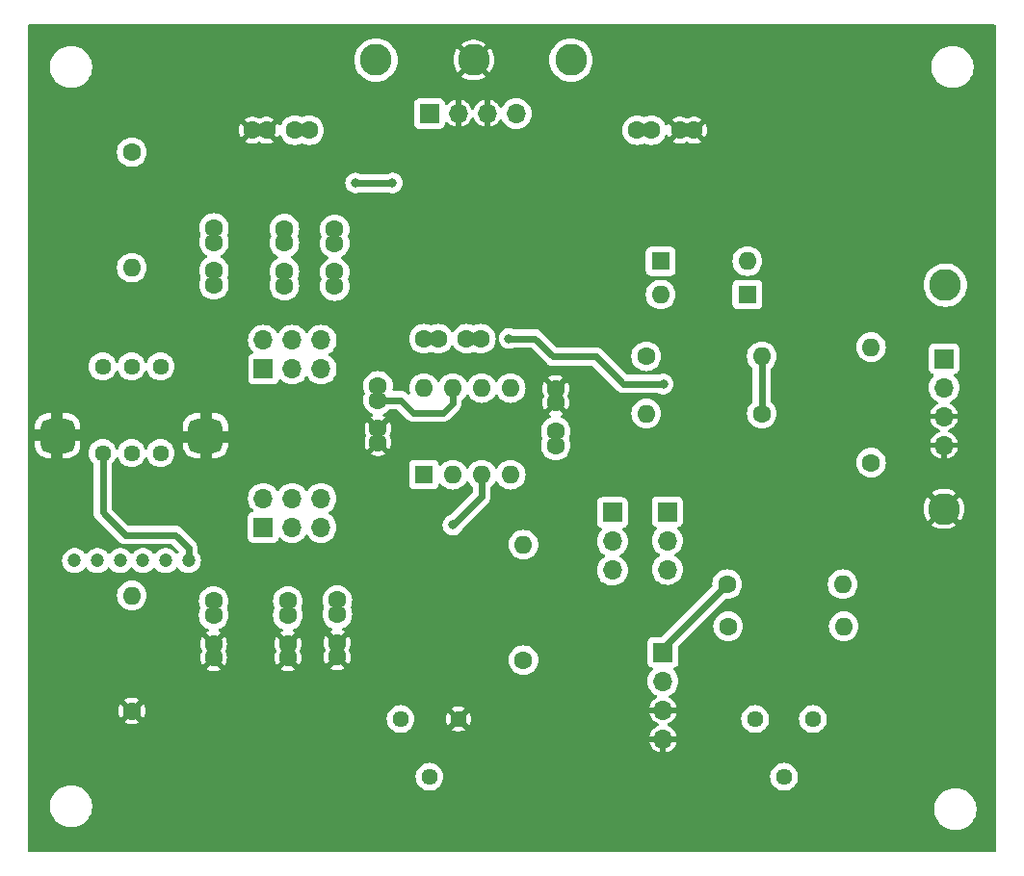
<source format=gbr>
%TF.GenerationSoftware,KiCad,Pcbnew,8.0.4*%
%TF.CreationDate,2025-02-12T17:53:24-08:00*%
%TF.ProjectId,wien_bridge_oscillator,7769656e-5f62-4726-9964-67655f6f7363,rev?*%
%TF.SameCoordinates,Original*%
%TF.FileFunction,Copper,L2,Bot*%
%TF.FilePolarity,Positive*%
%FSLAX46Y46*%
G04 Gerber Fmt 4.6, Leading zero omitted, Abs format (unit mm)*
G04 Created by KiCad (PCBNEW 8.0.4) date 2025-02-12 17:53:24*
%MOMM*%
%LPD*%
G01*
G04 APERTURE LIST*
G04 Aperture macros list*
%AMRoundRect*
0 Rectangle with rounded corners*
0 $1 Rounding radius*
0 $2 $3 $4 $5 $6 $7 $8 $9 X,Y pos of 4 corners*
0 Add a 4 corners polygon primitive as box body*
4,1,4,$2,$3,$4,$5,$6,$7,$8,$9,$2,$3,0*
0 Add four circle primitives for the rounded corners*
1,1,$1+$1,$2,$3*
1,1,$1+$1,$4,$5*
1,1,$1+$1,$6,$7*
1,1,$1+$1,$8,$9*
0 Add four rect primitives between the rounded corners*
20,1,$1+$1,$2,$3,$4,$5,0*
20,1,$1+$1,$4,$5,$6,$7,0*
20,1,$1+$1,$6,$7,$8,$9,0*
20,1,$1+$1,$8,$9,$2,$3,0*%
G04 Aperture macros list end*
%TA.AperFunction,Conductor*%
%ADD10C,1.000000*%
%TD*%
%TA.AperFunction,ComponentPad*%
%ADD11C,1.600000*%
%TD*%
%TA.AperFunction,ComponentPad*%
%ADD12O,1.600000X1.600000*%
%TD*%
%TA.AperFunction,ComponentPad*%
%ADD13C,2.800000*%
%TD*%
%TA.AperFunction,ComponentPad*%
%ADD14R,1.600000X1.600000*%
%TD*%
%TA.AperFunction,ComponentPad*%
%ADD15R,1.700000X1.700000*%
%TD*%
%TA.AperFunction,ComponentPad*%
%ADD16O,1.700000X1.700000*%
%TD*%
%TA.AperFunction,ComponentPad*%
%ADD17C,1.440000*%
%TD*%
%TA.AperFunction,ComponentPad*%
%ADD18RoundRect,0.750000X0.750000X0.750000X-0.750000X0.750000X-0.750000X-0.750000X0.750000X-0.750000X0*%
%TD*%
%TA.AperFunction,ComponentPad*%
%ADD19C,1.200000*%
%TD*%
%TA.AperFunction,ViaPad*%
%ADD20C,0.800000*%
%TD*%
%TA.AperFunction,Conductor*%
%ADD21C,0.600000*%
%TD*%
G04 APERTURE END LIST*
D10*
%TO.N,GND*%
X118656100Y-91897200D02*
X124269500Y-91897200D01*
X106299000Y-91694000D02*
X110718600Y-91719400D01*
X108331000Y-88849200D02*
X108331000Y-94462600D01*
X121462800Y-89090500D02*
X121462800Y-94703900D01*
%TD*%
D11*
%TO.P,R4,1*%
%TO.N,Net-(D1-A)*%
X170307000Y-89789000D03*
D12*
%TO.P,R4,2*%
%TO.N,Net-(J1-Pin_1)*%
X160147000Y-89789000D03*
%TD*%
D11*
%TO.P,C7,1*%
%TO.N,/IN-*%
X140614400Y-83210400D03*
X141864400Y-83210400D03*
%TO.P,C7,2*%
%TO.N,Net-(J1-Pin_2)*%
X144364400Y-83210400D03*
X145614400Y-83210400D03*
%TD*%
D13*
%TO.P,TP1,1,1*%
%TO.N,VCC*%
X136391000Y-58699400D03*
%TD*%
%TO.P,TP5,1,1*%
%TO.N,GND*%
X186309000Y-98171000D03*
%TD*%
D14*
%TO.P,U1,1,NULL*%
%TO.N,/NN*%
X140614400Y-95173800D03*
D12*
%TO.P,U1,2,-*%
%TO.N,/IN-*%
X143154400Y-95173800D03*
%TO.P,U1,3,+*%
%TO.N,Net-(J10-Pin_2)*%
X145694400Y-95173800D03*
%TO.P,U1,4,V-*%
%TO.N,VSS*%
X148234400Y-95173800D03*
%TO.P,U1,5,NULL*%
%TO.N,/NP1*%
X148234400Y-87553800D03*
%TO.P,U1,6*%
%TO.N,Net-(J1-Pin_2)*%
X145694400Y-87553800D03*
%TO.P,U1,7,V+*%
%TO.N,VCC*%
X143154400Y-87553800D03*
%TO.P,U1,8,ALT*%
%TO.N,unconnected-(U1-ALT-Pad8)*%
X140614400Y-87553800D03*
%TD*%
D15*
%TO.P,J9,1,Pin_1*%
%TO.N,Net-(D1-K)*%
X157175200Y-98501200D03*
D16*
%TO.P,J9,2,Pin_2*%
%TO.N,/IN-*%
X157175200Y-101041200D03*
%TO.P,J9,3,Pin_3*%
%TO.N,/FB_BULB*%
X157175200Y-103581200D03*
%TD*%
D14*
%TO.P,D2,1,K*%
%TO.N,Net-(D1-A)*%
X169037000Y-79324200D03*
D12*
%TO.P,D2,2,A*%
%TO.N,Net-(D1-K)*%
X161417000Y-79324200D03*
%TD*%
D11*
%TO.P,C6,1*%
%TO.N,VCC*%
X130516000Y-64871600D03*
X129266000Y-64871600D03*
%TO.P,C6,2*%
%TO.N,GND*%
X126766000Y-64871600D03*
X125516000Y-64871600D03*
%TD*%
D15*
%TO.P,J10,1,Pin_1*%
%TO.N,Net-(J10-Pin_1)*%
X126492000Y-99796600D03*
D16*
%TO.P,J10,2,Pin_2*%
%TO.N,Net-(J10-Pin_2)*%
X126492000Y-97256600D03*
%TO.P,J10,3,Pin_3*%
%TO.N,Net-(J10-Pin_3)*%
X129032000Y-99796600D03*
%TO.P,J10,4,Pin_4*%
%TO.N,Net-(J10-Pin_2)*%
X129032000Y-97256600D03*
%TO.P,J10,5,Pin_5*%
%TO.N,Net-(J10-Pin_5)*%
X131572000Y-99796600D03*
%TO.P,J10,6,Pin_6*%
%TO.N,Net-(J10-Pin_2)*%
X131572000Y-97256600D03*
%TD*%
D15*
%TO.P,J1,1,Pin_1*%
%TO.N,Net-(J1-Pin_1)*%
X162001200Y-98425000D03*
D16*
%TO.P,J1,2,Pin_2*%
%TO.N,Net-(J1-Pin_2)*%
X162001200Y-100965000D03*
%TO.P,J1,3,Pin_3*%
%TO.N,/OUT_BULB*%
X162001200Y-103505000D03*
%TD*%
D11*
%TO.P,C4,1*%
%TO.N,GND*%
X152196800Y-87597600D03*
X152196800Y-88847600D03*
%TO.P,C4,2*%
%TO.N,VSS*%
X152196800Y-91347600D03*
X152196800Y-92597600D03*
%TD*%
D13*
%TO.P,TP4,1,1*%
%TO.N,Net-(J2-Pin_1)*%
X186436000Y-78486000D03*
%TD*%
D11*
%TO.P,C5,1*%
%TO.N,Net-(J7-Pin_2)*%
X122148800Y-78465600D03*
X122148800Y-77215600D03*
%TO.P,C5,2*%
%TO.N,Net-(C2-Pad2)*%
X122148800Y-74715600D03*
X122148800Y-73465600D03*
%TD*%
%TO.P,C1,1*%
%TO.N,GND*%
X132994400Y-111205000D03*
X132994400Y-109955000D03*
%TO.P,C1,2*%
%TO.N,Net-(J10-Pin_5)*%
X132994400Y-107455000D03*
X132994400Y-106205000D03*
%TD*%
%TO.P,C9,1*%
%TO.N,GND*%
X164348800Y-64871600D03*
X163098800Y-64871600D03*
%TO.P,C9,2*%
%TO.N,VSS*%
X160598800Y-64871600D03*
X159348800Y-64871600D03*
%TD*%
D15*
%TO.P,J2,1,Pin_1*%
%TO.N,Net-(J2-Pin_1)*%
X186309000Y-84963000D03*
D16*
%TO.P,J2,2,Pin_2*%
X186309000Y-87503000D03*
%TO.P,J2,3,Pin_3*%
%TO.N,GND*%
X186309000Y-90043000D03*
%TO.P,J2,4,Pin_4*%
X186309000Y-92583000D03*
%TD*%
D17*
%TO.P,RV1,1,1*%
%TO.N,Net-(R18-Pad1)*%
X138557000Y-116662200D03*
%TO.P,RV1,2,2*%
X141097000Y-121742200D03*
%TO.P,RV1,3,3*%
%TO.N,GND*%
X143637000Y-116662200D03*
%TD*%
D11*
%TO.P,C8,1*%
%TO.N,Net-(J7-Pin_4)*%
X128346200Y-78541800D03*
X128346200Y-77291800D03*
%TO.P,C8,2*%
%TO.N,Net-(C2-Pad2)*%
X128346200Y-74791800D03*
X128346200Y-73541800D03*
%TD*%
%TO.P,R1,1*%
%TO.N,Net-(J6-Pin_1)*%
X167259000Y-104800400D03*
D12*
%TO.P,R1,2*%
%TO.N,/FB_BULB*%
X177419000Y-104800400D03*
%TD*%
D11*
%TO.P,C10,1*%
%TO.N,GND*%
X122123200Y-111288200D03*
X122123200Y-110038200D03*
%TO.P,C10,2*%
%TO.N,Net-(J10-Pin_1)*%
X122123200Y-107538200D03*
X122123200Y-106288200D03*
%TD*%
D18*
%TO.P,RV5,*%
%TO.N,*%
X108409600Y-91734000D03*
X121409600Y-91734000D03*
D19*
%TO.P,RV5,1,1*%
%TO.N,Net-(R14-Pad2)*%
X111909600Y-102734000D03*
%TO.P,RV5,2,2*%
X109909600Y-102734000D03*
%TO.P,RV5,3,3*%
%TO.N,Net-(J10-Pin_2)*%
X119909600Y-102734000D03*
%TO.P,RV5,4,4*%
%TO.N,Net-(C2-Pad2)*%
X113909600Y-102734000D03*
%TO.P,RV5,5,5*%
X115909600Y-102734000D03*
%TO.P,RV5,6,6*%
%TO.N,Net-(R9-Pad2)*%
X117909600Y-102734000D03*
%TD*%
D15*
%TO.P,J6,1,Pin_1*%
%TO.N,Net-(J6-Pin_1)*%
X161620200Y-110794800D03*
D16*
%TO.P,J6,2,Pin_2*%
X161620200Y-113334800D03*
%TO.P,J6,3,Pin_3*%
%TO.N,GND*%
X161620200Y-115874800D03*
%TO.P,J6,4,Pin_4*%
X161620200Y-118414800D03*
%TD*%
D11*
%TO.P,R3,1*%
%TO.N,Net-(J1-Pin_2)*%
X179908200Y-94107000D03*
D12*
%TO.P,R3,2*%
%TO.N,Net-(J2-Pin_1)*%
X179908200Y-83947000D03*
%TD*%
D11*
%TO.P,R14,1*%
%TO.N,GND*%
X114935000Y-115951000D03*
D12*
%TO.P,R14,2*%
%TO.N,Net-(R14-Pad2)*%
X114935000Y-105791000D03*
%TD*%
D15*
%TO.P,J7,1,Pin_1*%
%TO.N,Net-(J10-Pin_2)*%
X126502400Y-85877400D03*
D16*
%TO.P,J7,2,Pin_2*%
%TO.N,Net-(J7-Pin_2)*%
X126502400Y-83337400D03*
%TO.P,J7,3,Pin_3*%
%TO.N,Net-(J10-Pin_2)*%
X129042400Y-85877400D03*
%TO.P,J7,4,Pin_4*%
%TO.N,Net-(J7-Pin_4)*%
X129042400Y-83337400D03*
%TO.P,J7,5,Pin_5*%
%TO.N,Net-(J10-Pin_2)*%
X131582400Y-85877400D03*
%TO.P,J7,6,Pin_6*%
%TO.N,Net-(J7-Pin_6)*%
X131582400Y-83337400D03*
%TD*%
D11*
%TO.P,R6,1*%
%TO.N,Net-(D1-K)*%
X160147000Y-84759800D03*
D12*
%TO.P,R6,2*%
%TO.N,Net-(D1-A)*%
X170307000Y-84759800D03*
%TD*%
D11*
%TO.P,C11,1*%
%TO.N,GND*%
X128651000Y-111288200D03*
X128651000Y-110038200D03*
%TO.P,C11,2*%
%TO.N,Net-(J10-Pin_3)*%
X128651000Y-107538200D03*
X128651000Y-106288200D03*
%TD*%
%TO.P,C2,1*%
%TO.N,Net-(J7-Pin_6)*%
X132765800Y-78587600D03*
X132765800Y-77337600D03*
%TO.P,C2,2*%
%TO.N,Net-(C2-Pad2)*%
X132765800Y-74837600D03*
X132765800Y-73587600D03*
%TD*%
D17*
%TO.P,RV3,1,1*%
%TO.N,Net-(R2-Pad1)*%
X169722800Y-116662200D03*
%TO.P,RV3,2,2*%
%TO.N,/OUT_BULB*%
X172262800Y-121742200D03*
%TO.P,RV3,3,3*%
X174802800Y-116662200D03*
%TD*%
D11*
%TO.P,R9,1*%
%TO.N,Net-(J1-Pin_2)*%
X114935000Y-66802000D03*
D12*
%TO.P,R9,2*%
%TO.N,Net-(R9-Pad2)*%
X114935000Y-76962000D03*
%TD*%
D13*
%TO.P,TP2,1,1*%
%TO.N,GND*%
X144981000Y-58699400D03*
%TD*%
D11*
%TO.P,C3,1*%
%TO.N,VCC*%
X136575800Y-87352800D03*
X136575800Y-88602800D03*
%TO.P,C3,2*%
%TO.N,GND*%
X136575800Y-91102800D03*
X136575800Y-92352800D03*
%TD*%
D17*
%TO.P,RV2,1,1*%
%TO.N,Net-(R14-Pad2)*%
X117449600Y-93268800D03*
%TO.P,RV2,2,2*%
X114909600Y-93268800D03*
%TO.P,RV2,3,3*%
%TO.N,Net-(J10-Pin_2)*%
X112369600Y-93268800D03*
%TO.P,RV2,4,4*%
%TO.N,Net-(C2-Pad2)*%
X117449600Y-85648800D03*
%TO.P,RV2,5,5*%
X114909600Y-85648800D03*
%TO.P,RV2,6,6*%
%TO.N,Net-(R9-Pad2)*%
X112369600Y-85648800D03*
%TD*%
D11*
%TO.P,R18,1*%
%TO.N,Net-(R18-Pad1)*%
X149352000Y-111480600D03*
D12*
%TO.P,R18,2*%
%TO.N,Net-(D1-K)*%
X149352000Y-101320600D03*
%TD*%
D13*
%TO.P,TP3,1,1*%
%TO.N,VSS*%
X153536000Y-58699400D03*
%TD*%
D15*
%TO.P,J5,1,Pin_1*%
%TO.N,VCC*%
X141090000Y-63398400D03*
D16*
%TO.P,J5,2,Pin_2*%
%TO.N,GND*%
X143630000Y-63398400D03*
%TO.P,J5,3,Pin_3*%
X146170000Y-63398400D03*
%TO.P,J5,4,Pin_4*%
%TO.N,VSS*%
X148710000Y-63398400D03*
%TD*%
D14*
%TO.P,D1,1,K*%
%TO.N,Net-(D1-K)*%
X161417000Y-76383800D03*
D12*
%TO.P,D1,2,A*%
%TO.N,Net-(D1-A)*%
X169037000Y-76383800D03*
%TD*%
D11*
%TO.P,R2,1*%
%TO.N,Net-(R2-Pad1)*%
X167346000Y-108508000D03*
D12*
%TO.P,R2,2*%
%TO.N,/FB_BULB*%
X177506000Y-108508000D03*
%TD*%
D20*
%TO.N,Net-(J1-Pin_2)*%
X137845800Y-69519800D03*
X161645600Y-87198200D03*
X148082000Y-83185000D03*
X134594600Y-69519800D03*
%TO.N,Net-(J10-Pin_2)*%
X143154400Y-99593400D03*
%TD*%
D21*
%TO.N,VCC*%
X139700000Y-89738200D02*
X142265400Y-89738200D01*
X136575800Y-87352800D02*
X136575800Y-88341200D01*
X136575800Y-88602800D02*
X138564600Y-88602800D01*
X143138200Y-88865400D02*
X143138200Y-87613800D01*
X138564600Y-88602800D02*
X139700000Y-89738200D01*
X142265400Y-89738200D02*
X143138200Y-88865400D01*
%TO.N,Net-(D1-A)*%
X170307000Y-84759800D02*
X170307000Y-89789000D01*
%TO.N,Net-(J1-Pin_2)*%
X151942800Y-84785200D02*
X155727400Y-84785200D01*
X150342600Y-83185000D02*
X151942800Y-84785200D01*
X134594600Y-69519800D02*
X137845800Y-69519800D01*
X148082000Y-83185000D02*
X150342600Y-83185000D01*
X155727400Y-84785200D02*
X158140400Y-87198200D01*
X158140400Y-87198200D02*
X161645600Y-87198200D01*
%TO.N,Net-(J10-Pin_2)*%
X145678200Y-95233800D02*
X145678200Y-97069600D01*
X118745000Y-100457000D02*
X114325400Y-100457000D01*
X119909600Y-101621600D02*
X118745000Y-100457000D01*
X112369600Y-98501200D02*
X112369600Y-93268800D01*
X114325400Y-100457000D02*
X112369600Y-98501200D01*
X145678200Y-97069600D02*
X143154400Y-99593400D01*
X119909600Y-102734000D02*
X119909600Y-101621600D01*
%TO.N,Net-(J6-Pin_1)*%
X167259000Y-104800400D02*
X161620200Y-110439200D01*
%TD*%
%TA.AperFunction,Conductor*%
%TO.N,GND*%
G36*
X190824039Y-55582185D02*
G01*
X190869794Y-55634989D01*
X190881000Y-55686500D01*
X190881000Y-128209500D01*
X190861315Y-128276539D01*
X190808511Y-128322294D01*
X190757000Y-128333500D01*
X105915000Y-128333500D01*
X105847961Y-128313815D01*
X105802206Y-128261011D01*
X105791000Y-128209500D01*
X105791000Y-124211711D01*
X107750500Y-124211711D01*
X107750500Y-124454288D01*
X107782161Y-124694785D01*
X107844947Y-124929104D01*
X107853101Y-124948789D01*
X107937776Y-125153212D01*
X108059064Y-125363289D01*
X108059066Y-125363292D01*
X108059067Y-125363293D01*
X108206733Y-125555736D01*
X108206739Y-125555743D01*
X108378256Y-125727260D01*
X108378262Y-125727265D01*
X108570711Y-125874936D01*
X108780788Y-125996224D01*
X109004900Y-126089054D01*
X109239211Y-126151838D01*
X109419586Y-126175584D01*
X109479711Y-126183500D01*
X109479712Y-126183500D01*
X109722289Y-126183500D01*
X109770388Y-126177167D01*
X109962789Y-126151838D01*
X110197100Y-126089054D01*
X110421212Y-125996224D01*
X110631289Y-125874936D01*
X110823738Y-125727265D01*
X110995265Y-125555738D01*
X111142936Y-125363289D01*
X111264224Y-125153212D01*
X111357054Y-124929100D01*
X111419838Y-124694789D01*
X111449996Y-124465711D01*
X185474500Y-124465711D01*
X185474500Y-124708288D01*
X185506161Y-124948785D01*
X185568947Y-125183104D01*
X185643584Y-125363293D01*
X185661776Y-125407212D01*
X185783064Y-125617289D01*
X185783066Y-125617292D01*
X185783067Y-125617293D01*
X185930733Y-125809736D01*
X185930739Y-125809743D01*
X186102256Y-125981260D01*
X186102263Y-125981266D01*
X186215321Y-126068018D01*
X186294711Y-126128936D01*
X186504788Y-126250224D01*
X186728900Y-126343054D01*
X186963211Y-126405838D01*
X187143586Y-126429584D01*
X187203711Y-126437500D01*
X187203712Y-126437500D01*
X187446289Y-126437500D01*
X187494388Y-126431167D01*
X187686789Y-126405838D01*
X187921100Y-126343054D01*
X188145212Y-126250224D01*
X188355289Y-126128936D01*
X188547738Y-125981265D01*
X188719265Y-125809738D01*
X188866936Y-125617289D01*
X188988224Y-125407212D01*
X189081054Y-125183100D01*
X189143838Y-124948789D01*
X189175500Y-124708288D01*
X189175500Y-124465712D01*
X189143838Y-124225211D01*
X189081054Y-123990900D01*
X188988224Y-123766788D01*
X188866936Y-123556711D01*
X188719265Y-123364262D01*
X188719260Y-123364256D01*
X188547743Y-123192739D01*
X188547736Y-123192733D01*
X188355293Y-123045067D01*
X188355292Y-123045066D01*
X188355289Y-123045064D01*
X188145212Y-122923776D01*
X188145205Y-122923773D01*
X187921104Y-122830947D01*
X187686785Y-122768161D01*
X187446289Y-122736500D01*
X187446288Y-122736500D01*
X187203712Y-122736500D01*
X187203711Y-122736500D01*
X186963214Y-122768161D01*
X186728895Y-122830947D01*
X186504794Y-122923773D01*
X186504785Y-122923777D01*
X186294706Y-123045067D01*
X186102263Y-123192733D01*
X186102256Y-123192739D01*
X185930739Y-123364256D01*
X185930733Y-123364263D01*
X185783067Y-123556706D01*
X185661777Y-123766785D01*
X185661773Y-123766794D01*
X185568947Y-123990895D01*
X185506161Y-124225214D01*
X185474500Y-124465711D01*
X111449996Y-124465711D01*
X111451500Y-124454288D01*
X111451500Y-124211712D01*
X111419838Y-123971211D01*
X111357054Y-123736900D01*
X111264224Y-123512788D01*
X111142936Y-123302711D01*
X110995265Y-123110262D01*
X110995260Y-123110256D01*
X110823743Y-122938739D01*
X110823736Y-122938733D01*
X110631293Y-122791067D01*
X110631292Y-122791066D01*
X110631289Y-122791064D01*
X110421212Y-122669776D01*
X110421205Y-122669773D01*
X110197104Y-122576947D01*
X109962785Y-122514161D01*
X109722289Y-122482500D01*
X109722288Y-122482500D01*
X109479712Y-122482500D01*
X109479711Y-122482500D01*
X109239214Y-122514161D01*
X109004895Y-122576947D01*
X108780794Y-122669773D01*
X108780785Y-122669777D01*
X108570706Y-122791067D01*
X108378263Y-122938733D01*
X108378256Y-122938739D01*
X108206739Y-123110256D01*
X108206733Y-123110263D01*
X108059067Y-123302706D01*
X107937777Y-123512785D01*
X107937773Y-123512794D01*
X107844947Y-123736895D01*
X107782161Y-123971214D01*
X107750500Y-124211711D01*
X105791000Y-124211711D01*
X105791000Y-121742198D01*
X139871838Y-121742198D01*
X139871838Y-121742201D01*
X139890450Y-121954941D01*
X139890452Y-121954952D01*
X139945721Y-122161222D01*
X139945723Y-122161226D01*
X139945724Y-122161230D01*
X139988171Y-122252258D01*
X140035977Y-122354778D01*
X140158472Y-122529721D01*
X140309478Y-122680727D01*
X140309481Y-122680729D01*
X140484419Y-122803221D01*
X140484421Y-122803222D01*
X140484420Y-122803222D01*
X140543875Y-122830946D01*
X140677970Y-122893476D01*
X140884253Y-122948749D01*
X141036215Y-122962044D01*
X141096998Y-122967362D01*
X141097000Y-122967362D01*
X141097002Y-122967362D01*
X141150186Y-122962708D01*
X141309747Y-122948749D01*
X141516030Y-122893476D01*
X141709581Y-122803221D01*
X141884519Y-122680729D01*
X142035529Y-122529719D01*
X142158021Y-122354781D01*
X142248276Y-122161230D01*
X142303549Y-121954947D01*
X142322162Y-121742200D01*
X142322162Y-121742198D01*
X171037638Y-121742198D01*
X171037638Y-121742201D01*
X171056250Y-121954941D01*
X171056252Y-121954952D01*
X171111521Y-122161222D01*
X171111523Y-122161226D01*
X171111524Y-122161230D01*
X171153971Y-122252258D01*
X171201777Y-122354778D01*
X171324272Y-122529721D01*
X171475278Y-122680727D01*
X171475281Y-122680729D01*
X171650219Y-122803221D01*
X171650221Y-122803222D01*
X171650220Y-122803222D01*
X171709675Y-122830946D01*
X171843770Y-122893476D01*
X172050053Y-122948749D01*
X172202015Y-122962044D01*
X172262798Y-122967362D01*
X172262800Y-122967362D01*
X172262802Y-122967362D01*
X172315986Y-122962708D01*
X172475547Y-122948749D01*
X172681830Y-122893476D01*
X172875381Y-122803221D01*
X173050319Y-122680729D01*
X173201329Y-122529719D01*
X173323821Y-122354781D01*
X173414076Y-122161230D01*
X173469349Y-121954947D01*
X173487962Y-121742200D01*
X173469349Y-121529453D01*
X173414076Y-121323170D01*
X173323821Y-121129619D01*
X173201329Y-120954681D01*
X173201327Y-120954678D01*
X173050321Y-120803672D01*
X172875378Y-120681177D01*
X172875379Y-120681177D01*
X172746347Y-120621009D01*
X172681830Y-120590924D01*
X172681826Y-120590923D01*
X172681822Y-120590921D01*
X172475552Y-120535652D01*
X172475548Y-120535651D01*
X172475547Y-120535651D01*
X172475546Y-120535650D01*
X172475541Y-120535650D01*
X172262802Y-120517038D01*
X172262798Y-120517038D01*
X172050058Y-120535650D01*
X172050047Y-120535652D01*
X171843777Y-120590921D01*
X171843768Y-120590925D01*
X171650221Y-120681177D01*
X171475278Y-120803672D01*
X171324272Y-120954678D01*
X171201777Y-121129621D01*
X171111525Y-121323168D01*
X171111521Y-121323177D01*
X171056252Y-121529447D01*
X171056250Y-121529458D01*
X171037638Y-121742198D01*
X142322162Y-121742198D01*
X142303549Y-121529453D01*
X142248276Y-121323170D01*
X142158021Y-121129619D01*
X142035529Y-120954681D01*
X142035527Y-120954678D01*
X141884521Y-120803672D01*
X141709578Y-120681177D01*
X141709579Y-120681177D01*
X141580547Y-120621009D01*
X141516030Y-120590924D01*
X141516026Y-120590923D01*
X141516022Y-120590921D01*
X141309752Y-120535652D01*
X141309748Y-120535651D01*
X141309747Y-120535651D01*
X141309746Y-120535650D01*
X141309741Y-120535650D01*
X141097002Y-120517038D01*
X141096998Y-120517038D01*
X140884258Y-120535650D01*
X140884247Y-120535652D01*
X140677977Y-120590921D01*
X140677968Y-120590925D01*
X140484421Y-120681177D01*
X140309478Y-120803672D01*
X140158472Y-120954678D01*
X140035977Y-121129621D01*
X139945725Y-121323168D01*
X139945721Y-121323177D01*
X139890452Y-121529447D01*
X139890450Y-121529458D01*
X139871838Y-121742198D01*
X105791000Y-121742198D01*
X105791000Y-115950999D01*
X113754966Y-115950999D01*
X113754966Y-115951000D01*
X113775057Y-116167830D01*
X113834650Y-116377274D01*
X113834655Y-116377287D01*
X113931711Y-116572202D01*
X113931713Y-116572204D01*
X113943987Y-116588457D01*
X114535000Y-115997445D01*
X114535000Y-116003661D01*
X114562259Y-116105394D01*
X114614920Y-116196606D01*
X114689394Y-116271080D01*
X114780606Y-116323741D01*
X114882339Y-116351000D01*
X114888553Y-116351000D01*
X114299833Y-116939719D01*
X114299833Y-116939720D01*
X114409010Y-117007321D01*
X114409014Y-117007323D01*
X114612060Y-117085983D01*
X114612070Y-117085986D01*
X114826122Y-117126000D01*
X115043878Y-117126000D01*
X115257929Y-117085986D01*
X115257939Y-117085983D01*
X115460976Y-117007326D01*
X115460989Y-117007320D01*
X115570165Y-116939719D01*
X115292645Y-116662198D01*
X137331838Y-116662198D01*
X137331838Y-116662201D01*
X137350450Y-116874941D01*
X137350452Y-116874952D01*
X137405721Y-117081222D01*
X137405723Y-117081226D01*
X137405724Y-117081230D01*
X137407942Y-117085986D01*
X137495977Y-117274778D01*
X137618472Y-117449721D01*
X137769478Y-117600727D01*
X137769481Y-117600729D01*
X137944419Y-117723221D01*
X137944421Y-117723222D01*
X137944420Y-117723222D01*
X138008936Y-117753306D01*
X138137970Y-117813476D01*
X138344253Y-117868749D01*
X138496215Y-117882044D01*
X138556998Y-117887362D01*
X138557000Y-117887362D01*
X138557002Y-117887362D01*
X138610186Y-117882708D01*
X138769747Y-117868749D01*
X138976030Y-117813476D01*
X139169581Y-117723221D01*
X139344519Y-117600729D01*
X139495529Y-117449719D01*
X139618021Y-117274781D01*
X139708276Y-117081230D01*
X139763549Y-116874947D01*
X139782162Y-116662200D01*
X139782162Y-116662199D01*
X142537309Y-116662199D01*
X142537309Y-116662200D01*
X142556032Y-116864267D01*
X142611569Y-117059457D01*
X142702024Y-117241112D01*
X142702026Y-117241115D01*
X142703103Y-117242542D01*
X143237000Y-116708646D01*
X143237000Y-116714861D01*
X143264259Y-116816594D01*
X143316920Y-116907806D01*
X143391394Y-116982280D01*
X143482606Y-117034941D01*
X143584339Y-117062200D01*
X143590553Y-117062200D01*
X143059943Y-117592807D01*
X143146828Y-117646603D01*
X143336057Y-117719910D01*
X143535535Y-117757200D01*
X143738465Y-117757200D01*
X143937942Y-117719910D01*
X143937943Y-117719910D01*
X144127173Y-117646603D01*
X144127174Y-117646602D01*
X144214055Y-117592807D01*
X143683448Y-117062200D01*
X143689661Y-117062200D01*
X143791394Y-117034941D01*
X143882606Y-116982280D01*
X143957080Y-116907806D01*
X144009741Y-116816594D01*
X144037000Y-116714861D01*
X144037000Y-116708647D01*
X144570895Y-117242542D01*
X144570896Y-117242542D01*
X144571974Y-117241115D01*
X144571976Y-117241110D01*
X144662429Y-117059457D01*
X144717967Y-116864267D01*
X144736691Y-116662200D01*
X144736691Y-116662199D01*
X144717967Y-116460132D01*
X144662429Y-116264942D01*
X144571976Y-116083287D01*
X144571972Y-116083281D01*
X144570896Y-116081856D01*
X144037000Y-116615752D01*
X144037000Y-116609539D01*
X144009741Y-116507806D01*
X143957080Y-116416594D01*
X143882606Y-116342120D01*
X143791394Y-116289459D01*
X143689661Y-116262200D01*
X143683448Y-116262200D01*
X144214055Y-115731591D01*
X144214054Y-115731590D01*
X144127177Y-115677798D01*
X144127171Y-115677796D01*
X143937942Y-115604489D01*
X143738465Y-115567200D01*
X143535535Y-115567200D01*
X143336057Y-115604489D01*
X143336056Y-115604489D01*
X143146828Y-115677796D01*
X143146825Y-115677797D01*
X143059943Y-115731590D01*
X143059943Y-115731591D01*
X143590553Y-116262200D01*
X143584339Y-116262200D01*
X143482606Y-116289459D01*
X143391394Y-116342120D01*
X143316920Y-116416594D01*
X143264259Y-116507806D01*
X143237000Y-116609539D01*
X143237000Y-116615753D01*
X142703103Y-116081856D01*
X142702023Y-116083287D01*
X142611570Y-116264942D01*
X142556032Y-116460132D01*
X142537309Y-116662199D01*
X139782162Y-116662199D01*
X139763549Y-116449453D01*
X139708276Y-116243170D01*
X139618021Y-116049619D01*
X139495529Y-115874681D01*
X139495527Y-115874678D01*
X139344521Y-115723672D01*
X139169578Y-115601177D01*
X139169579Y-115601177D01*
X139040547Y-115541009D01*
X138976030Y-115510924D01*
X138976026Y-115510923D01*
X138976022Y-115510921D01*
X138769752Y-115455652D01*
X138769748Y-115455651D01*
X138769747Y-115455651D01*
X138769746Y-115455650D01*
X138769741Y-115455650D01*
X138557002Y-115437038D01*
X138556998Y-115437038D01*
X138344258Y-115455650D01*
X138344247Y-115455652D01*
X138137977Y-115510921D01*
X138137968Y-115510925D01*
X137944421Y-115601177D01*
X137769478Y-115723672D01*
X137618472Y-115874678D01*
X137495977Y-116049621D01*
X137405725Y-116243168D01*
X137405721Y-116243177D01*
X137350452Y-116449447D01*
X137350450Y-116449458D01*
X137331838Y-116662198D01*
X115292645Y-116662198D01*
X114981448Y-116351000D01*
X114987661Y-116351000D01*
X115089394Y-116323741D01*
X115180606Y-116271080D01*
X115255080Y-116196606D01*
X115307741Y-116105394D01*
X115335000Y-116003661D01*
X115335000Y-115997446D01*
X115926011Y-116588457D01*
X115926012Y-116588457D01*
X115938284Y-116572208D01*
X116035344Y-116377287D01*
X116035349Y-116377274D01*
X116094942Y-116167830D01*
X116115034Y-115951000D01*
X116115034Y-115950999D01*
X116094942Y-115734169D01*
X116035349Y-115524725D01*
X116035344Y-115524712D01*
X115938285Y-115329794D01*
X115938284Y-115329791D01*
X115926010Y-115313540D01*
X115335000Y-115904551D01*
X115335000Y-115898339D01*
X115307741Y-115796606D01*
X115255080Y-115705394D01*
X115180606Y-115630920D01*
X115089394Y-115578259D01*
X114987661Y-115551000D01*
X114981447Y-115551000D01*
X115570166Y-114962279D01*
X115460987Y-114894677D01*
X115460985Y-114894676D01*
X115257939Y-114816016D01*
X115257929Y-114816013D01*
X115043878Y-114776000D01*
X114826122Y-114776000D01*
X114612070Y-114816013D01*
X114612069Y-114816013D01*
X114409016Y-114894676D01*
X114409015Y-114894676D01*
X114299832Y-114962279D01*
X114888554Y-115551000D01*
X114882339Y-115551000D01*
X114780606Y-115578259D01*
X114689394Y-115630920D01*
X114614920Y-115705394D01*
X114562259Y-115796606D01*
X114535000Y-115898339D01*
X114535000Y-115904553D01*
X113943987Y-115313540D01*
X113931719Y-115329785D01*
X113931711Y-115329798D01*
X113834655Y-115524712D01*
X113834650Y-115524725D01*
X113775057Y-115734169D01*
X113754966Y-115950999D01*
X105791000Y-115950999D01*
X105791000Y-113334799D01*
X160264541Y-113334799D01*
X160264541Y-113334800D01*
X160285136Y-113570203D01*
X160285138Y-113570213D01*
X160346294Y-113798455D01*
X160346296Y-113798459D01*
X160346297Y-113798463D01*
X160446165Y-114012630D01*
X160446167Y-114012634D01*
X160554481Y-114167321D01*
X160581705Y-114206201D01*
X160748799Y-114373295D01*
X160845584Y-114441065D01*
X160942365Y-114508832D01*
X160942367Y-114508833D01*
X160942370Y-114508835D01*
X161055643Y-114561655D01*
X161108083Y-114607827D01*
X161127235Y-114675021D01*
X161107019Y-114741902D01*
X161055645Y-114786418D01*
X161005367Y-114809863D01*
X161005360Y-114809867D01*
X160829775Y-114932812D01*
X160678212Y-115084375D01*
X160555267Y-115259960D01*
X160555266Y-115259962D01*
X160464681Y-115454223D01*
X160464677Y-115454232D01*
X160418974Y-115624799D01*
X160418975Y-115624800D01*
X161187188Y-115624800D01*
X161154275Y-115681807D01*
X161120200Y-115808974D01*
X161120200Y-115940626D01*
X161154275Y-116067793D01*
X161187188Y-116124800D01*
X160418975Y-116124800D01*
X160464677Y-116295367D01*
X160464681Y-116295376D01*
X160555267Y-116489640D01*
X160555269Y-116489644D01*
X160678207Y-116665216D01*
X160678212Y-116665223D01*
X160829776Y-116816787D01*
X160829783Y-116816792D01*
X161005355Y-116939730D01*
X161005359Y-116939732D01*
X161204124Y-117032418D01*
X161256563Y-117078590D01*
X161275715Y-117145784D01*
X161255499Y-117212665D01*
X161204124Y-117257182D01*
X161005362Y-117349866D01*
X161005360Y-117349867D01*
X160829775Y-117472812D01*
X160678212Y-117624375D01*
X160555267Y-117799960D01*
X160555266Y-117799962D01*
X160464681Y-117994223D01*
X160464677Y-117994232D01*
X160418974Y-118164799D01*
X160418975Y-118164800D01*
X161187188Y-118164800D01*
X161154275Y-118221807D01*
X161120200Y-118348974D01*
X161120200Y-118480626D01*
X161154275Y-118607793D01*
X161187188Y-118664800D01*
X160418975Y-118664800D01*
X160464677Y-118835367D01*
X160464681Y-118835376D01*
X160555267Y-119029640D01*
X160555269Y-119029644D01*
X160678207Y-119205216D01*
X160678212Y-119205223D01*
X160829776Y-119356787D01*
X160829783Y-119356792D01*
X161005355Y-119479730D01*
X161005359Y-119479732D01*
X161199623Y-119570318D01*
X161199632Y-119570322D01*
X161370199Y-119616025D01*
X161370200Y-119616024D01*
X161370200Y-118847812D01*
X161427207Y-118880725D01*
X161554374Y-118914800D01*
X161686026Y-118914800D01*
X161813193Y-118880725D01*
X161870200Y-118847812D01*
X161870200Y-119616025D01*
X162040767Y-119570322D01*
X162040776Y-119570318D01*
X162235040Y-119479732D01*
X162235044Y-119479730D01*
X162410616Y-119356792D01*
X162410623Y-119356787D01*
X162562187Y-119205223D01*
X162562192Y-119205216D01*
X162685130Y-119029644D01*
X162685132Y-119029640D01*
X162775718Y-118835376D01*
X162775722Y-118835367D01*
X162821425Y-118664800D01*
X162053212Y-118664800D01*
X162086125Y-118607793D01*
X162120200Y-118480626D01*
X162120200Y-118348974D01*
X162086125Y-118221807D01*
X162053212Y-118164800D01*
X162821425Y-118164800D01*
X162821425Y-118164799D01*
X162775722Y-117994232D01*
X162775718Y-117994223D01*
X162685133Y-117799962D01*
X162685132Y-117799960D01*
X162562190Y-117624379D01*
X162410617Y-117472807D01*
X162235044Y-117349869D01*
X162235040Y-117349867D01*
X162036275Y-117257182D01*
X161983836Y-117211010D01*
X161964684Y-117143816D01*
X161984900Y-117076935D01*
X162036275Y-117032418D01*
X162235040Y-116939732D01*
X162235044Y-116939730D01*
X162410616Y-116816792D01*
X162410623Y-116816787D01*
X162562187Y-116665223D01*
X162562192Y-116665216D01*
X162564305Y-116662198D01*
X168497638Y-116662198D01*
X168497638Y-116662201D01*
X168516250Y-116874941D01*
X168516252Y-116874952D01*
X168571521Y-117081222D01*
X168571523Y-117081226D01*
X168571524Y-117081230D01*
X168573742Y-117085986D01*
X168661777Y-117274778D01*
X168784272Y-117449721D01*
X168935278Y-117600727D01*
X168935281Y-117600729D01*
X169110219Y-117723221D01*
X169110221Y-117723222D01*
X169110220Y-117723222D01*
X169174736Y-117753306D01*
X169303770Y-117813476D01*
X169510053Y-117868749D01*
X169662015Y-117882044D01*
X169722798Y-117887362D01*
X169722800Y-117887362D01*
X169722802Y-117887362D01*
X169775986Y-117882708D01*
X169935547Y-117868749D01*
X170141830Y-117813476D01*
X170335381Y-117723221D01*
X170510319Y-117600729D01*
X170661329Y-117449719D01*
X170783821Y-117274781D01*
X170874076Y-117081230D01*
X170929349Y-116874947D01*
X170947962Y-116662200D01*
X170947962Y-116662198D01*
X173577638Y-116662198D01*
X173577638Y-116662201D01*
X173596250Y-116874941D01*
X173596252Y-116874952D01*
X173651521Y-117081222D01*
X173651523Y-117081226D01*
X173651524Y-117081230D01*
X173653742Y-117085986D01*
X173741777Y-117274778D01*
X173864272Y-117449721D01*
X174015278Y-117600727D01*
X174015281Y-117600729D01*
X174190219Y-117723221D01*
X174190221Y-117723222D01*
X174190220Y-117723222D01*
X174254736Y-117753306D01*
X174383770Y-117813476D01*
X174590053Y-117868749D01*
X174742015Y-117882044D01*
X174802798Y-117887362D01*
X174802800Y-117887362D01*
X174802802Y-117887362D01*
X174855986Y-117882708D01*
X175015547Y-117868749D01*
X175221830Y-117813476D01*
X175415381Y-117723221D01*
X175590319Y-117600729D01*
X175741329Y-117449719D01*
X175863821Y-117274781D01*
X175954076Y-117081230D01*
X176009349Y-116874947D01*
X176027962Y-116662200D01*
X176009349Y-116449453D01*
X175954076Y-116243170D01*
X175863821Y-116049619D01*
X175741329Y-115874681D01*
X175741327Y-115874678D01*
X175590321Y-115723672D01*
X175415378Y-115601177D01*
X175415379Y-115601177D01*
X175286347Y-115541009D01*
X175221830Y-115510924D01*
X175221826Y-115510923D01*
X175221822Y-115510921D01*
X175015552Y-115455652D01*
X175015548Y-115455651D01*
X175015547Y-115455651D01*
X175015546Y-115455650D01*
X175015541Y-115455650D01*
X174802802Y-115437038D01*
X174802798Y-115437038D01*
X174590058Y-115455650D01*
X174590047Y-115455652D01*
X174383777Y-115510921D01*
X174383768Y-115510925D01*
X174190221Y-115601177D01*
X174015278Y-115723672D01*
X173864272Y-115874678D01*
X173741777Y-116049621D01*
X173651525Y-116243168D01*
X173651521Y-116243177D01*
X173596252Y-116449447D01*
X173596250Y-116449458D01*
X173577638Y-116662198D01*
X170947962Y-116662198D01*
X170929349Y-116449453D01*
X170874076Y-116243170D01*
X170783821Y-116049619D01*
X170661329Y-115874681D01*
X170661327Y-115874678D01*
X170510321Y-115723672D01*
X170335378Y-115601177D01*
X170335379Y-115601177D01*
X170206347Y-115541009D01*
X170141830Y-115510924D01*
X170141826Y-115510923D01*
X170141822Y-115510921D01*
X169935552Y-115455652D01*
X169935548Y-115455651D01*
X169935547Y-115455651D01*
X169935546Y-115455650D01*
X169935541Y-115455650D01*
X169722802Y-115437038D01*
X169722798Y-115437038D01*
X169510058Y-115455650D01*
X169510047Y-115455652D01*
X169303777Y-115510921D01*
X169303768Y-115510925D01*
X169110221Y-115601177D01*
X168935278Y-115723672D01*
X168784272Y-115874678D01*
X168661777Y-116049621D01*
X168571525Y-116243168D01*
X168571521Y-116243177D01*
X168516252Y-116449447D01*
X168516250Y-116449458D01*
X168497638Y-116662198D01*
X162564305Y-116662198D01*
X162685130Y-116489644D01*
X162685132Y-116489640D01*
X162775718Y-116295376D01*
X162775722Y-116295367D01*
X162821425Y-116124800D01*
X162053212Y-116124800D01*
X162086125Y-116067793D01*
X162120200Y-115940626D01*
X162120200Y-115808974D01*
X162086125Y-115681807D01*
X162053212Y-115624800D01*
X162821425Y-115624800D01*
X162821425Y-115624799D01*
X162775722Y-115454232D01*
X162775718Y-115454223D01*
X162685133Y-115259962D01*
X162685132Y-115259960D01*
X162562190Y-115084379D01*
X162410617Y-114932807D01*
X162235044Y-114809869D01*
X162235040Y-114809867D01*
X162184755Y-114786419D01*
X162132316Y-114740247D01*
X162113164Y-114673053D01*
X162133380Y-114606172D01*
X162184754Y-114561656D01*
X162298030Y-114508835D01*
X162491601Y-114373295D01*
X162658695Y-114206201D01*
X162794235Y-114012630D01*
X162894103Y-113798463D01*
X162955263Y-113570208D01*
X162975859Y-113334800D01*
X162955263Y-113099392D01*
X162894103Y-112871137D01*
X162794235Y-112656971D01*
X162658695Y-112463399D01*
X162536767Y-112341471D01*
X162503284Y-112280151D01*
X162508268Y-112210459D01*
X162550139Y-112154525D01*
X162581115Y-112137610D01*
X162712531Y-112088596D01*
X162827746Y-112002346D01*
X162913996Y-111887131D01*
X162964291Y-111752283D01*
X162970700Y-111692673D01*
X162970699Y-110272138D01*
X162990384Y-110205100D01*
X163007013Y-110184463D01*
X164683478Y-108507998D01*
X166040532Y-108507998D01*
X166040532Y-108508001D01*
X166060364Y-108734686D01*
X166060366Y-108734697D01*
X166119258Y-108954488D01*
X166119261Y-108954497D01*
X166215431Y-109160732D01*
X166215432Y-109160734D01*
X166345954Y-109347141D01*
X166506858Y-109508045D01*
X166553693Y-109540839D01*
X166693266Y-109638568D01*
X166899504Y-109734739D01*
X167119308Y-109793635D01*
X167281230Y-109807801D01*
X167345998Y-109813468D01*
X167346000Y-109813468D01*
X167346002Y-109813468D01*
X167402673Y-109808509D01*
X167572692Y-109793635D01*
X167792496Y-109734739D01*
X167998734Y-109638568D01*
X168185139Y-109508047D01*
X168346047Y-109347139D01*
X168476568Y-109160734D01*
X168572739Y-108954496D01*
X168631635Y-108734692D01*
X168651468Y-108508000D01*
X168651468Y-108507998D01*
X176200532Y-108507998D01*
X176200532Y-108508001D01*
X176220364Y-108734686D01*
X176220366Y-108734697D01*
X176279258Y-108954488D01*
X176279261Y-108954497D01*
X176375431Y-109160732D01*
X176375432Y-109160734D01*
X176505954Y-109347141D01*
X176666858Y-109508045D01*
X176713693Y-109540839D01*
X176853266Y-109638568D01*
X177059504Y-109734739D01*
X177279308Y-109793635D01*
X177441230Y-109807801D01*
X177505998Y-109813468D01*
X177506000Y-109813468D01*
X177506002Y-109813468D01*
X177562673Y-109808509D01*
X177732692Y-109793635D01*
X177952496Y-109734739D01*
X178158734Y-109638568D01*
X178345139Y-109508047D01*
X178506047Y-109347139D01*
X178636568Y-109160734D01*
X178732739Y-108954496D01*
X178791635Y-108734692D01*
X178811468Y-108508000D01*
X178791635Y-108281308D01*
X178732739Y-108061504D01*
X178636568Y-107855266D01*
X178506047Y-107668861D01*
X178506045Y-107668858D01*
X178345141Y-107507954D01*
X178158734Y-107377432D01*
X178158732Y-107377431D01*
X177952497Y-107281261D01*
X177952488Y-107281258D01*
X177732697Y-107222366D01*
X177732693Y-107222365D01*
X177732692Y-107222365D01*
X177732691Y-107222364D01*
X177732686Y-107222364D01*
X177506002Y-107202532D01*
X177505998Y-107202532D01*
X177279313Y-107222364D01*
X177279302Y-107222366D01*
X177059511Y-107281258D01*
X177059502Y-107281261D01*
X176853267Y-107377431D01*
X176853265Y-107377432D01*
X176666858Y-107507954D01*
X176505954Y-107668858D01*
X176375432Y-107855265D01*
X176375431Y-107855267D01*
X176279261Y-108061502D01*
X176279258Y-108061511D01*
X176220366Y-108281302D01*
X176220364Y-108281313D01*
X176200532Y-108507998D01*
X168651468Y-108507998D01*
X168631635Y-108281308D01*
X168572739Y-108061504D01*
X168476568Y-107855266D01*
X168346047Y-107668861D01*
X168346045Y-107668858D01*
X168185141Y-107507954D01*
X167998734Y-107377432D01*
X167998732Y-107377431D01*
X167792497Y-107281261D01*
X167792488Y-107281258D01*
X167572697Y-107222366D01*
X167572693Y-107222365D01*
X167572692Y-107222365D01*
X167572691Y-107222364D01*
X167572686Y-107222364D01*
X167346002Y-107202532D01*
X167345998Y-107202532D01*
X167119313Y-107222364D01*
X167119302Y-107222366D01*
X166899511Y-107281258D01*
X166899502Y-107281261D01*
X166693267Y-107377431D01*
X166693265Y-107377432D01*
X166506858Y-107507954D01*
X166345954Y-107668858D01*
X166215432Y-107855265D01*
X166215431Y-107855267D01*
X166119261Y-108061502D01*
X166119258Y-108061511D01*
X166060366Y-108281302D01*
X166060364Y-108281313D01*
X166040532Y-108507998D01*
X164683478Y-108507998D01*
X167058674Y-106132802D01*
X167119995Y-106099319D01*
X167157156Y-106096957D01*
X167259000Y-106105868D01*
X167259000Y-106105867D01*
X167259001Y-106105868D01*
X167259002Y-106105868D01*
X167333855Y-106099319D01*
X167485692Y-106086035D01*
X167705496Y-106027139D01*
X167911734Y-105930968D01*
X168098139Y-105800447D01*
X168259047Y-105639539D01*
X168389568Y-105453134D01*
X168485739Y-105246896D01*
X168544635Y-105027092D01*
X168564468Y-104800400D01*
X168564468Y-104800398D01*
X176113532Y-104800398D01*
X176113532Y-104800401D01*
X176133364Y-105027086D01*
X176133366Y-105027097D01*
X176192258Y-105246888D01*
X176192261Y-105246897D01*
X176288431Y-105453132D01*
X176288432Y-105453134D01*
X176418954Y-105639541D01*
X176579858Y-105800445D01*
X176579861Y-105800447D01*
X176766266Y-105930968D01*
X176972504Y-106027139D01*
X177192308Y-106086035D01*
X177344145Y-106099319D01*
X177418998Y-106105868D01*
X177419000Y-106105868D01*
X177419002Y-106105868D01*
X177493855Y-106099319D01*
X177645692Y-106086035D01*
X177865496Y-106027139D01*
X178071734Y-105930968D01*
X178258139Y-105800447D01*
X178419047Y-105639539D01*
X178549568Y-105453134D01*
X178645739Y-105246896D01*
X178704635Y-105027092D01*
X178724468Y-104800400D01*
X178723641Y-104790953D01*
X178712222Y-104660431D01*
X178704635Y-104573708D01*
X178645739Y-104353904D01*
X178549568Y-104147666D01*
X178419047Y-103961261D01*
X178419045Y-103961258D01*
X178258141Y-103800354D01*
X178071734Y-103669832D01*
X178071732Y-103669831D01*
X177865497Y-103573661D01*
X177865488Y-103573658D01*
X177645697Y-103514766D01*
X177645693Y-103514765D01*
X177645692Y-103514765D01*
X177645691Y-103514764D01*
X177645686Y-103514764D01*
X177419002Y-103494932D01*
X177418998Y-103494932D01*
X177192313Y-103514764D01*
X177192302Y-103514766D01*
X176972511Y-103573658D01*
X176972502Y-103573661D01*
X176766267Y-103669831D01*
X176766265Y-103669832D01*
X176579858Y-103800354D01*
X176418954Y-103961258D01*
X176288432Y-104147665D01*
X176288431Y-104147667D01*
X176192261Y-104353902D01*
X176192258Y-104353911D01*
X176133366Y-104573702D01*
X176133364Y-104573713D01*
X176113532Y-104800398D01*
X168564468Y-104800398D01*
X168563641Y-104790953D01*
X168552222Y-104660431D01*
X168544635Y-104573708D01*
X168485739Y-104353904D01*
X168389568Y-104147666D01*
X168259047Y-103961261D01*
X168259045Y-103961258D01*
X168098141Y-103800354D01*
X167911734Y-103669832D01*
X167911732Y-103669831D01*
X167705497Y-103573661D01*
X167705488Y-103573658D01*
X167485697Y-103514766D01*
X167485693Y-103514765D01*
X167485692Y-103514765D01*
X167485691Y-103514764D01*
X167485686Y-103514764D01*
X167259002Y-103494932D01*
X167258998Y-103494932D01*
X167032313Y-103514764D01*
X167032302Y-103514766D01*
X166812511Y-103573658D01*
X166812502Y-103573661D01*
X166606267Y-103669831D01*
X166606265Y-103669832D01*
X166419858Y-103800354D01*
X166258954Y-103961258D01*
X166128432Y-104147665D01*
X166128431Y-104147667D01*
X166032261Y-104353902D01*
X166032258Y-104353911D01*
X165973366Y-104573702D01*
X165973364Y-104573713D01*
X165953532Y-104800398D01*
X165953532Y-104800402D01*
X165962441Y-104902238D01*
X165948674Y-104970738D01*
X165926594Y-105000726D01*
X161519339Y-109407981D01*
X161458016Y-109441466D01*
X161431658Y-109444300D01*
X160722329Y-109444300D01*
X160722323Y-109444301D01*
X160662716Y-109450708D01*
X160527871Y-109501002D01*
X160527864Y-109501006D01*
X160412655Y-109587252D01*
X160412652Y-109587255D01*
X160326406Y-109702464D01*
X160326402Y-109702471D01*
X160276108Y-109837317D01*
X160269701Y-109896916D01*
X160269700Y-109896935D01*
X160269700Y-111692670D01*
X160269701Y-111692676D01*
X160276108Y-111752283D01*
X160326402Y-111887128D01*
X160326406Y-111887135D01*
X160412652Y-112002344D01*
X160412655Y-112002347D01*
X160527864Y-112088593D01*
X160527871Y-112088597D01*
X160659281Y-112137610D01*
X160715215Y-112179481D01*
X160739632Y-112244945D01*
X160724780Y-112313218D01*
X160703630Y-112341473D01*
X160581703Y-112463400D01*
X160446165Y-112656969D01*
X160446164Y-112656971D01*
X160346298Y-112871135D01*
X160346294Y-112871144D01*
X160285138Y-113099386D01*
X160285136Y-113099396D01*
X160264541Y-113334799D01*
X105791000Y-113334799D01*
X105791000Y-105790998D01*
X113629532Y-105790998D01*
X113629532Y-105791001D01*
X113649364Y-106017686D01*
X113649366Y-106017697D01*
X113708258Y-106237488D01*
X113708261Y-106237497D01*
X113804431Y-106443732D01*
X113804432Y-106443734D01*
X113934954Y-106630141D01*
X114095858Y-106791045D01*
X114095861Y-106791047D01*
X114282266Y-106921568D01*
X114488504Y-107017739D01*
X114708308Y-107076635D01*
X114870230Y-107090801D01*
X114934998Y-107096468D01*
X114935000Y-107096468D01*
X114935002Y-107096468D01*
X114991673Y-107091509D01*
X115161692Y-107076635D01*
X115381496Y-107017739D01*
X115587734Y-106921568D01*
X115774139Y-106791047D01*
X115935047Y-106630139D01*
X116065568Y-106443734D01*
X116138096Y-106288198D01*
X120817732Y-106288198D01*
X120817732Y-106288201D01*
X120837564Y-106514886D01*
X120837566Y-106514897D01*
X120896458Y-106734688D01*
X120896460Y-106734692D01*
X120896461Y-106734696D01*
X120922737Y-106791045D01*
X120955262Y-106860795D01*
X120965754Y-106929873D01*
X120955262Y-106965605D01*
X120896462Y-107091702D01*
X120896458Y-107091711D01*
X120837566Y-107311502D01*
X120837564Y-107311513D01*
X120817732Y-107538198D01*
X120817732Y-107538201D01*
X120837564Y-107764886D01*
X120837566Y-107764897D01*
X120896458Y-107984688D01*
X120896461Y-107984697D01*
X120992631Y-108190932D01*
X120992632Y-108190934D01*
X121123154Y-108377341D01*
X121284058Y-108538245D01*
X121284061Y-108538247D01*
X121470466Y-108668768D01*
X121631119Y-108743682D01*
X121683557Y-108789853D01*
X121702709Y-108857047D01*
X121682493Y-108923928D01*
X121629328Y-108969262D01*
X121623510Y-108971688D01*
X121597225Y-108981871D01*
X121597215Y-108981876D01*
X121488032Y-109049479D01*
X122076754Y-109638200D01*
X122070539Y-109638200D01*
X121968806Y-109665459D01*
X121877594Y-109718120D01*
X121803120Y-109792594D01*
X121750459Y-109883806D01*
X121723200Y-109985539D01*
X121723200Y-109991753D01*
X121132187Y-109400740D01*
X121119919Y-109416985D01*
X121119911Y-109416998D01*
X121022855Y-109611912D01*
X121022850Y-109611925D01*
X120963257Y-109821369D01*
X120943166Y-110038199D01*
X120943166Y-110038200D01*
X120963257Y-110255030D01*
X121022850Y-110464474D01*
X121022857Y-110464492D01*
X121094280Y-110607929D01*
X121106541Y-110676714D01*
X121094280Y-110718471D01*
X121022857Y-110861907D01*
X121022850Y-110861925D01*
X120963257Y-111071369D01*
X120943166Y-111288199D01*
X120943166Y-111288200D01*
X120963257Y-111505030D01*
X121022850Y-111714474D01*
X121022855Y-111714487D01*
X121119911Y-111909402D01*
X121119913Y-111909404D01*
X121132187Y-111925657D01*
X121723200Y-111334644D01*
X121723200Y-111340861D01*
X121750459Y-111442594D01*
X121803120Y-111533806D01*
X121877594Y-111608280D01*
X121968806Y-111660941D01*
X122070539Y-111688200D01*
X122076753Y-111688200D01*
X121488033Y-112276919D01*
X121488033Y-112276920D01*
X121597210Y-112344521D01*
X121597214Y-112344523D01*
X121800260Y-112423183D01*
X121800270Y-112423186D01*
X122014322Y-112463200D01*
X122232078Y-112463200D01*
X122446129Y-112423186D01*
X122446139Y-112423183D01*
X122649176Y-112344526D01*
X122649189Y-112344520D01*
X122758365Y-112276919D01*
X122169648Y-111688200D01*
X122175861Y-111688200D01*
X122277594Y-111660941D01*
X122368806Y-111608280D01*
X122443280Y-111533806D01*
X122495941Y-111442594D01*
X122523200Y-111340861D01*
X122523200Y-111334646D01*
X123114211Y-111925657D01*
X123114212Y-111925657D01*
X123126484Y-111909408D01*
X123223544Y-111714487D01*
X123223549Y-111714474D01*
X123283142Y-111505030D01*
X123303234Y-111288200D01*
X123303234Y-111288199D01*
X123283142Y-111071369D01*
X123223549Y-110861925D01*
X123223544Y-110861912D01*
X123152119Y-110718472D01*
X123139858Y-110649686D01*
X123152119Y-110607928D01*
X123223544Y-110464487D01*
X123223549Y-110464474D01*
X123283142Y-110255030D01*
X123303234Y-110038200D01*
X123303234Y-110038199D01*
X123283142Y-109821369D01*
X123223549Y-109611925D01*
X123223544Y-109611912D01*
X123126485Y-109416994D01*
X123126484Y-109416991D01*
X123114210Y-109400740D01*
X122523200Y-109991750D01*
X122523200Y-109985539D01*
X122495941Y-109883806D01*
X122443280Y-109792594D01*
X122368806Y-109718120D01*
X122277594Y-109665459D01*
X122175861Y-109638200D01*
X122169647Y-109638200D01*
X122758366Y-109049479D01*
X122649187Y-108981877D01*
X122622890Y-108971690D01*
X122567489Y-108929117D01*
X122543899Y-108863350D01*
X122559611Y-108795270D01*
X122609635Y-108746491D01*
X122615257Y-108743692D01*
X122775934Y-108668768D01*
X122962339Y-108538247D01*
X123123247Y-108377339D01*
X123253768Y-108190934D01*
X123349939Y-107984696D01*
X123408835Y-107764892D01*
X123428668Y-107538200D01*
X123408835Y-107311508D01*
X123349939Y-107091704D01*
X123291136Y-106965604D01*
X123280645Y-106896528D01*
X123291137Y-106860795D01*
X123349939Y-106734696D01*
X123408835Y-106514892D01*
X123428668Y-106288200D01*
X123428668Y-106288198D01*
X127345532Y-106288198D01*
X127345532Y-106288201D01*
X127365364Y-106514886D01*
X127365366Y-106514897D01*
X127424258Y-106734688D01*
X127424260Y-106734692D01*
X127424261Y-106734696D01*
X127450537Y-106791045D01*
X127483062Y-106860795D01*
X127493554Y-106929873D01*
X127483062Y-106965605D01*
X127424262Y-107091702D01*
X127424258Y-107091711D01*
X127365366Y-107311502D01*
X127365364Y-107311513D01*
X127345532Y-107538198D01*
X127345532Y-107538201D01*
X127365364Y-107764886D01*
X127365366Y-107764897D01*
X127424258Y-107984688D01*
X127424261Y-107984697D01*
X127520431Y-108190932D01*
X127520432Y-108190934D01*
X127650954Y-108377341D01*
X127811858Y-108538245D01*
X127811861Y-108538247D01*
X127998266Y-108668768D01*
X128158919Y-108743682D01*
X128211357Y-108789853D01*
X128230509Y-108857047D01*
X128210293Y-108923928D01*
X128157128Y-108969262D01*
X128151310Y-108971688D01*
X128125025Y-108981871D01*
X128125015Y-108981876D01*
X128015832Y-109049479D01*
X128604554Y-109638200D01*
X128598339Y-109638200D01*
X128496606Y-109665459D01*
X128405394Y-109718120D01*
X128330920Y-109792594D01*
X128278259Y-109883806D01*
X128251000Y-109985539D01*
X128251000Y-109991753D01*
X127659987Y-109400740D01*
X127647719Y-109416985D01*
X127647711Y-109416998D01*
X127550655Y-109611912D01*
X127550650Y-109611925D01*
X127491057Y-109821369D01*
X127470966Y-110038199D01*
X127470966Y-110038200D01*
X127491057Y-110255030D01*
X127550650Y-110464474D01*
X127550657Y-110464492D01*
X127622080Y-110607929D01*
X127634341Y-110676714D01*
X127622080Y-110718471D01*
X127550657Y-110861907D01*
X127550650Y-110861925D01*
X127491057Y-111071369D01*
X127470966Y-111288199D01*
X127470966Y-111288200D01*
X127491057Y-111505030D01*
X127550650Y-111714474D01*
X127550655Y-111714487D01*
X127647711Y-111909402D01*
X127647713Y-111909404D01*
X127659987Y-111925657D01*
X128251000Y-111334644D01*
X128251000Y-111340861D01*
X128278259Y-111442594D01*
X128330920Y-111533806D01*
X128405394Y-111608280D01*
X128496606Y-111660941D01*
X128598339Y-111688200D01*
X128604553Y-111688200D01*
X128015833Y-112276919D01*
X128015833Y-112276920D01*
X128125010Y-112344521D01*
X128125014Y-112344523D01*
X128328060Y-112423183D01*
X128328070Y-112423186D01*
X128542122Y-112463200D01*
X128759878Y-112463200D01*
X128973929Y-112423186D01*
X128973939Y-112423183D01*
X129176976Y-112344526D01*
X129176989Y-112344520D01*
X129286165Y-112276919D01*
X128697448Y-111688200D01*
X128703661Y-111688200D01*
X128805394Y-111660941D01*
X128896606Y-111608280D01*
X128971080Y-111533806D01*
X129023741Y-111442594D01*
X129051000Y-111340861D01*
X129051000Y-111334646D01*
X129642011Y-111925657D01*
X129642012Y-111925657D01*
X129654284Y-111909408D01*
X129751344Y-111714487D01*
X129751349Y-111714474D01*
X129810942Y-111505030D01*
X129831034Y-111288200D01*
X129831034Y-111288199D01*
X129810942Y-111071369D01*
X129751349Y-110861925D01*
X129751344Y-110861912D01*
X129679919Y-110718472D01*
X129667658Y-110649686D01*
X129679919Y-110607928D01*
X129751344Y-110464487D01*
X129751349Y-110464474D01*
X129810942Y-110255030D01*
X129831034Y-110038200D01*
X129831034Y-110038199D01*
X129810942Y-109821369D01*
X129751349Y-109611925D01*
X129751344Y-109611912D01*
X129654285Y-109416994D01*
X129654284Y-109416991D01*
X129642010Y-109400740D01*
X129051000Y-109991750D01*
X129051000Y-109985539D01*
X129023741Y-109883806D01*
X128971080Y-109792594D01*
X128896606Y-109718120D01*
X128805394Y-109665459D01*
X128703661Y-109638200D01*
X128697447Y-109638200D01*
X129286166Y-109049479D01*
X129176987Y-108981877D01*
X129150690Y-108971690D01*
X129095289Y-108929117D01*
X129071699Y-108863350D01*
X129087411Y-108795270D01*
X129137435Y-108746491D01*
X129143057Y-108743692D01*
X129303734Y-108668768D01*
X129490139Y-108538247D01*
X129651047Y-108377339D01*
X129781568Y-108190934D01*
X129877739Y-107984696D01*
X129936635Y-107764892D01*
X129956468Y-107538200D01*
X129936635Y-107311508D01*
X129877739Y-107091704D01*
X129818936Y-106965604D01*
X129808445Y-106896528D01*
X129818937Y-106860795D01*
X129877739Y-106734696D01*
X129936635Y-106514892D01*
X129956468Y-106288200D01*
X129949189Y-106204998D01*
X131688932Y-106204998D01*
X131688932Y-106205001D01*
X131708764Y-106431686D01*
X131708766Y-106431697D01*
X131767658Y-106651488D01*
X131767660Y-106651492D01*
X131767661Y-106651496D01*
X131806454Y-106734688D01*
X131826462Y-106777595D01*
X131836954Y-106846673D01*
X131826462Y-106882405D01*
X131767662Y-107008502D01*
X131767658Y-107008511D01*
X131708766Y-107228302D01*
X131708764Y-107228313D01*
X131688932Y-107454998D01*
X131688932Y-107455001D01*
X131708764Y-107681686D01*
X131708766Y-107681697D01*
X131767658Y-107901488D01*
X131767661Y-107901497D01*
X131863831Y-108107732D01*
X131863832Y-108107734D01*
X131994354Y-108294141D01*
X132155258Y-108455045D01*
X132155261Y-108455047D01*
X132341666Y-108585568D01*
X132502319Y-108660482D01*
X132554757Y-108706653D01*
X132573909Y-108773847D01*
X132553693Y-108840728D01*
X132500528Y-108886062D01*
X132494710Y-108888488D01*
X132468425Y-108898671D01*
X132468415Y-108898676D01*
X132359232Y-108966279D01*
X132947954Y-109555000D01*
X132941739Y-109555000D01*
X132840006Y-109582259D01*
X132748794Y-109634920D01*
X132674320Y-109709394D01*
X132621659Y-109800606D01*
X132594400Y-109902339D01*
X132594400Y-109908553D01*
X132003387Y-109317540D01*
X131991119Y-109333785D01*
X131991111Y-109333798D01*
X131894055Y-109528712D01*
X131894050Y-109528725D01*
X131834457Y-109738169D01*
X131814366Y-109954999D01*
X131814366Y-109955000D01*
X131834457Y-110171830D01*
X131894050Y-110381274D01*
X131894057Y-110381292D01*
X131965480Y-110524729D01*
X131977741Y-110593514D01*
X131965480Y-110635271D01*
X131894057Y-110778707D01*
X131894050Y-110778725D01*
X131834457Y-110988169D01*
X131814366Y-111204999D01*
X131814366Y-111205000D01*
X131834457Y-111421830D01*
X131894050Y-111631274D01*
X131894055Y-111631287D01*
X131991111Y-111826202D01*
X131991113Y-111826204D01*
X132003387Y-111842457D01*
X132594400Y-111251444D01*
X132594400Y-111257661D01*
X132621659Y-111359394D01*
X132674320Y-111450606D01*
X132748794Y-111525080D01*
X132840006Y-111577741D01*
X132941739Y-111605000D01*
X132947953Y-111605000D01*
X132359233Y-112193719D01*
X132359233Y-112193720D01*
X132468410Y-112261321D01*
X132468414Y-112261323D01*
X132671460Y-112339983D01*
X132671470Y-112339986D01*
X132885522Y-112380000D01*
X133103278Y-112380000D01*
X133317329Y-112339986D01*
X133317339Y-112339983D01*
X133520376Y-112261326D01*
X133520389Y-112261320D01*
X133629565Y-112193719D01*
X133040848Y-111605000D01*
X133047061Y-111605000D01*
X133148794Y-111577741D01*
X133240006Y-111525080D01*
X133314480Y-111450606D01*
X133367141Y-111359394D01*
X133394400Y-111257661D01*
X133394400Y-111251446D01*
X133985411Y-111842457D01*
X133985412Y-111842457D01*
X133997684Y-111826208D01*
X134094744Y-111631287D01*
X134094749Y-111631274D01*
X134137621Y-111480598D01*
X148046532Y-111480598D01*
X148046532Y-111480601D01*
X148066364Y-111707286D01*
X148066366Y-111707297D01*
X148125258Y-111927088D01*
X148125261Y-111927097D01*
X148221431Y-112133332D01*
X148221432Y-112133334D01*
X148351954Y-112319741D01*
X148512858Y-112480645D01*
X148512861Y-112480647D01*
X148699266Y-112611168D01*
X148905504Y-112707339D01*
X149125308Y-112766235D01*
X149287230Y-112780401D01*
X149351998Y-112786068D01*
X149352000Y-112786068D01*
X149352002Y-112786068D01*
X149408673Y-112781109D01*
X149578692Y-112766235D01*
X149798496Y-112707339D01*
X150004734Y-112611168D01*
X150191139Y-112480647D01*
X150352047Y-112319739D01*
X150482568Y-112133334D01*
X150578739Y-111927096D01*
X150637635Y-111707292D01*
X150657468Y-111480600D01*
X150637635Y-111253908D01*
X150578739Y-111034104D01*
X150482568Y-110827866D01*
X150352047Y-110641461D01*
X150352045Y-110641458D01*
X150191141Y-110480554D01*
X150004734Y-110350032D01*
X150004732Y-110350031D01*
X149798497Y-110253861D01*
X149798488Y-110253858D01*
X149578697Y-110194966D01*
X149578693Y-110194965D01*
X149578692Y-110194965D01*
X149578691Y-110194964D01*
X149578686Y-110194964D01*
X149352002Y-110175132D01*
X149351998Y-110175132D01*
X149125313Y-110194964D01*
X149125302Y-110194966D01*
X148905511Y-110253858D01*
X148905502Y-110253861D01*
X148699267Y-110350031D01*
X148699265Y-110350032D01*
X148512858Y-110480554D01*
X148351954Y-110641458D01*
X148221432Y-110827865D01*
X148221431Y-110827867D01*
X148125261Y-111034102D01*
X148125258Y-111034111D01*
X148066366Y-111253902D01*
X148066364Y-111253913D01*
X148046532Y-111480598D01*
X134137621Y-111480598D01*
X134154342Y-111421830D01*
X134174434Y-111205000D01*
X134174434Y-111204999D01*
X134154342Y-110988169D01*
X134094749Y-110778725D01*
X134094744Y-110778712D01*
X134023319Y-110635272D01*
X134011058Y-110566486D01*
X134023319Y-110524728D01*
X134094744Y-110381287D01*
X134094749Y-110381274D01*
X134154342Y-110171830D01*
X134174434Y-109955000D01*
X134174434Y-109954999D01*
X134154342Y-109738169D01*
X134094749Y-109528725D01*
X134094744Y-109528712D01*
X133997685Y-109333794D01*
X133997684Y-109333791D01*
X133985410Y-109317540D01*
X133394400Y-109908550D01*
X133394400Y-109902339D01*
X133367141Y-109800606D01*
X133314480Y-109709394D01*
X133240006Y-109634920D01*
X133148794Y-109582259D01*
X133047061Y-109555000D01*
X133040847Y-109555000D01*
X133629566Y-108966279D01*
X133520387Y-108898677D01*
X133494090Y-108888490D01*
X133438689Y-108845917D01*
X133415099Y-108780150D01*
X133430811Y-108712070D01*
X133480835Y-108663291D01*
X133486457Y-108660492D01*
X133647134Y-108585568D01*
X133833539Y-108455047D01*
X133994447Y-108294139D01*
X134124968Y-108107734D01*
X134221139Y-107901496D01*
X134280035Y-107681692D01*
X134299868Y-107455000D01*
X134280035Y-107228308D01*
X134223614Y-107017741D01*
X134221141Y-107008511D01*
X134221138Y-107008502D01*
X134162336Y-106882404D01*
X134151845Y-106813328D01*
X134162337Y-106777595D01*
X134182341Y-106734697D01*
X134221139Y-106651496D01*
X134280035Y-106431692D01*
X134299868Y-106205000D01*
X134280035Y-105978308D01*
X134232377Y-105800445D01*
X134221141Y-105758511D01*
X134221138Y-105758502D01*
X134165664Y-105639539D01*
X134124968Y-105552266D01*
X133994447Y-105365861D01*
X133994445Y-105365858D01*
X133833541Y-105204954D01*
X133647134Y-105074432D01*
X133647132Y-105074431D01*
X133440897Y-104978261D01*
X133440888Y-104978258D01*
X133221097Y-104919366D01*
X133221093Y-104919365D01*
X133221092Y-104919365D01*
X133221091Y-104919364D01*
X133221086Y-104919364D01*
X132994402Y-104899532D01*
X132994398Y-104899532D01*
X132767713Y-104919364D01*
X132767702Y-104919366D01*
X132547911Y-104978258D01*
X132547902Y-104978261D01*
X132341667Y-105074431D01*
X132341665Y-105074432D01*
X132155258Y-105204954D01*
X131994354Y-105365858D01*
X131863832Y-105552265D01*
X131863831Y-105552267D01*
X131767661Y-105758502D01*
X131767658Y-105758511D01*
X131708766Y-105978302D01*
X131708764Y-105978313D01*
X131688932Y-106204998D01*
X129949189Y-106204998D01*
X129936635Y-106061508D01*
X129877739Y-105841704D01*
X129781568Y-105635466D01*
X129651047Y-105449061D01*
X129651045Y-105449058D01*
X129490141Y-105288154D01*
X129303734Y-105157632D01*
X129303732Y-105157631D01*
X129097497Y-105061461D01*
X129097488Y-105061458D01*
X128877697Y-105002566D01*
X128877693Y-105002565D01*
X128877692Y-105002565D01*
X128877691Y-105002564D01*
X128877686Y-105002564D01*
X128651002Y-104982732D01*
X128650998Y-104982732D01*
X128424313Y-105002564D01*
X128424302Y-105002566D01*
X128204511Y-105061458D01*
X128204502Y-105061461D01*
X127998267Y-105157631D01*
X127998265Y-105157632D01*
X127811858Y-105288154D01*
X127650954Y-105449058D01*
X127520432Y-105635465D01*
X127520431Y-105635467D01*
X127424261Y-105841702D01*
X127424258Y-105841711D01*
X127365366Y-106061502D01*
X127365364Y-106061513D01*
X127345532Y-106288198D01*
X123428668Y-106288198D01*
X123408835Y-106061508D01*
X123349939Y-105841704D01*
X123253768Y-105635466D01*
X123123247Y-105449061D01*
X123123245Y-105449058D01*
X122962341Y-105288154D01*
X122775934Y-105157632D01*
X122775932Y-105157631D01*
X122569697Y-105061461D01*
X122569688Y-105061458D01*
X122349897Y-105002566D01*
X122349893Y-105002565D01*
X122349892Y-105002565D01*
X122349891Y-105002564D01*
X122349886Y-105002564D01*
X122123202Y-104982732D01*
X122123198Y-104982732D01*
X121896513Y-105002564D01*
X121896502Y-105002566D01*
X121676711Y-105061458D01*
X121676702Y-105061461D01*
X121470467Y-105157631D01*
X121470465Y-105157632D01*
X121284058Y-105288154D01*
X121123154Y-105449058D01*
X120992632Y-105635465D01*
X120992631Y-105635467D01*
X120896461Y-105841702D01*
X120896458Y-105841711D01*
X120837566Y-106061502D01*
X120837564Y-106061513D01*
X120817732Y-106288198D01*
X116138096Y-106288198D01*
X116161739Y-106237496D01*
X116220635Y-106017692D01*
X116237634Y-105823384D01*
X116240468Y-105791001D01*
X116240468Y-105790998D01*
X116227217Y-105639539D01*
X116220635Y-105564308D01*
X116161739Y-105344504D01*
X116065568Y-105138266D01*
X115935047Y-104951861D01*
X115935045Y-104951858D01*
X115774141Y-104790954D01*
X115587734Y-104660432D01*
X115587732Y-104660431D01*
X115381497Y-104564261D01*
X115381488Y-104564258D01*
X115161697Y-104505366D01*
X115161693Y-104505365D01*
X115161692Y-104505365D01*
X115161691Y-104505364D01*
X115161686Y-104505364D01*
X114935002Y-104485532D01*
X114934998Y-104485532D01*
X114708313Y-104505364D01*
X114708302Y-104505366D01*
X114488511Y-104564258D01*
X114488502Y-104564261D01*
X114282267Y-104660431D01*
X114282265Y-104660432D01*
X114095858Y-104790954D01*
X113934954Y-104951858D01*
X113804432Y-105138265D01*
X113804431Y-105138267D01*
X113708261Y-105344502D01*
X113708258Y-105344511D01*
X113649366Y-105564302D01*
X113649364Y-105564313D01*
X113629532Y-105790998D01*
X105791000Y-105790998D01*
X105791000Y-102733999D01*
X108804385Y-102733999D01*
X108804385Y-102734000D01*
X108823202Y-102937082D01*
X108879017Y-103133247D01*
X108879022Y-103133260D01*
X108969927Y-103315821D01*
X109092837Y-103478581D01*
X109243558Y-103615980D01*
X109243560Y-103615982D01*
X109342741Y-103677392D01*
X109416963Y-103723348D01*
X109607144Y-103797024D01*
X109807624Y-103834500D01*
X109807626Y-103834500D01*
X110011574Y-103834500D01*
X110011576Y-103834500D01*
X110212056Y-103797024D01*
X110402237Y-103723348D01*
X110575641Y-103615981D01*
X110726364Y-103478579D01*
X110810646Y-103366970D01*
X110866755Y-103325335D01*
X110936467Y-103320644D01*
X110997649Y-103354386D01*
X111008554Y-103366971D01*
X111092837Y-103478581D01*
X111243558Y-103615980D01*
X111243560Y-103615982D01*
X111342741Y-103677392D01*
X111416963Y-103723348D01*
X111607144Y-103797024D01*
X111807624Y-103834500D01*
X111807626Y-103834500D01*
X112011574Y-103834500D01*
X112011576Y-103834500D01*
X112212056Y-103797024D01*
X112402237Y-103723348D01*
X112575641Y-103615981D01*
X112726364Y-103478579D01*
X112810646Y-103366970D01*
X112866755Y-103325335D01*
X112936467Y-103320644D01*
X112997649Y-103354386D01*
X113008554Y-103366971D01*
X113092837Y-103478581D01*
X113243558Y-103615980D01*
X113243560Y-103615982D01*
X113342741Y-103677392D01*
X113416963Y-103723348D01*
X113607144Y-103797024D01*
X113807624Y-103834500D01*
X113807626Y-103834500D01*
X114011574Y-103834500D01*
X114011576Y-103834500D01*
X114212056Y-103797024D01*
X114402237Y-103723348D01*
X114575641Y-103615981D01*
X114726364Y-103478579D01*
X114810646Y-103366970D01*
X114866755Y-103325335D01*
X114936467Y-103320644D01*
X114997649Y-103354386D01*
X115008554Y-103366971D01*
X115092837Y-103478581D01*
X115243558Y-103615980D01*
X115243560Y-103615982D01*
X115342741Y-103677392D01*
X115416963Y-103723348D01*
X115607144Y-103797024D01*
X115807624Y-103834500D01*
X115807626Y-103834500D01*
X116011574Y-103834500D01*
X116011576Y-103834500D01*
X116212056Y-103797024D01*
X116402237Y-103723348D01*
X116575641Y-103615981D01*
X116726364Y-103478579D01*
X116810646Y-103366970D01*
X116866755Y-103325335D01*
X116936467Y-103320644D01*
X116997649Y-103354386D01*
X117008554Y-103366971D01*
X117092837Y-103478581D01*
X117243558Y-103615980D01*
X117243560Y-103615982D01*
X117342741Y-103677392D01*
X117416963Y-103723348D01*
X117607144Y-103797024D01*
X117807624Y-103834500D01*
X117807626Y-103834500D01*
X118011574Y-103834500D01*
X118011576Y-103834500D01*
X118212056Y-103797024D01*
X118402237Y-103723348D01*
X118575641Y-103615981D01*
X118726364Y-103478579D01*
X118810646Y-103366970D01*
X118866755Y-103325335D01*
X118936467Y-103320644D01*
X118997649Y-103354386D01*
X119008554Y-103366971D01*
X119092837Y-103478581D01*
X119243558Y-103615980D01*
X119243560Y-103615982D01*
X119342741Y-103677392D01*
X119416963Y-103723348D01*
X119607144Y-103797024D01*
X119807624Y-103834500D01*
X119807626Y-103834500D01*
X120011574Y-103834500D01*
X120011576Y-103834500D01*
X120212056Y-103797024D01*
X120402237Y-103723348D01*
X120575641Y-103615981D01*
X120726364Y-103478579D01*
X120849273Y-103315821D01*
X120940182Y-103133250D01*
X120995997Y-102937083D01*
X121014815Y-102734000D01*
X121012572Y-102709799D01*
X120995997Y-102530917D01*
X120957625Y-102396055D01*
X120940182Y-102334750D01*
X120939659Y-102333700D01*
X120879309Y-102212500D01*
X120849273Y-102152179D01*
X120745091Y-102014220D01*
X120735146Y-102001050D01*
X120710454Y-101935688D01*
X120710100Y-101926323D01*
X120710100Y-101542755D01*
X120710099Y-101542753D01*
X120702562Y-101504863D01*
X120679337Y-101388103D01*
X120651376Y-101320598D01*
X148046532Y-101320598D01*
X148046532Y-101320601D01*
X148066364Y-101547286D01*
X148066366Y-101547297D01*
X148125258Y-101767088D01*
X148125261Y-101767097D01*
X148221431Y-101973332D01*
X148221432Y-101973334D01*
X148351954Y-102159741D01*
X148512858Y-102320645D01*
X148512861Y-102320647D01*
X148699266Y-102451168D01*
X148905504Y-102547339D01*
X149125308Y-102606235D01*
X149287230Y-102620401D01*
X149351998Y-102626068D01*
X149352000Y-102626068D01*
X149352002Y-102626068D01*
X149408673Y-102621109D01*
X149578692Y-102606235D01*
X149798496Y-102547339D01*
X150004734Y-102451168D01*
X150191139Y-102320647D01*
X150352047Y-102159739D01*
X150482568Y-101973334D01*
X150578739Y-101767096D01*
X150637635Y-101547292D01*
X150657468Y-101320600D01*
X150637635Y-101093908D01*
X150623512Y-101041199D01*
X155819541Y-101041199D01*
X155819541Y-101041200D01*
X155840136Y-101276603D01*
X155840138Y-101276613D01*
X155901294Y-101504855D01*
X155901296Y-101504859D01*
X155901297Y-101504863D01*
X156001165Y-101719030D01*
X156001167Y-101719034D01*
X156136701Y-101912595D01*
X156136706Y-101912602D01*
X156303797Y-102079693D01*
X156303803Y-102079698D01*
X156489358Y-102209625D01*
X156532983Y-102264202D01*
X156540177Y-102333700D01*
X156508654Y-102396055D01*
X156489358Y-102412775D01*
X156303797Y-102542705D01*
X156136705Y-102709797D01*
X156001165Y-102903369D01*
X156001164Y-102903371D01*
X155901298Y-103117535D01*
X155901294Y-103117544D01*
X155840138Y-103345786D01*
X155840136Y-103345796D01*
X155819541Y-103581199D01*
X155819541Y-103581200D01*
X155840136Y-103816603D01*
X155840138Y-103816613D01*
X155901294Y-104044855D01*
X155901296Y-104044859D01*
X155901297Y-104044863D01*
X155965632Y-104182830D01*
X156001165Y-104259030D01*
X156001167Y-104259034D01*
X156067601Y-104353911D01*
X156136705Y-104452601D01*
X156303799Y-104619695D01*
X156388541Y-104679032D01*
X156497365Y-104755232D01*
X156497367Y-104755233D01*
X156497370Y-104755235D01*
X156711537Y-104855103D01*
X156711543Y-104855104D01*
X156711544Y-104855105D01*
X156766485Y-104869826D01*
X156939792Y-104916263D01*
X157128118Y-104932739D01*
X157175199Y-104936859D01*
X157175200Y-104936859D01*
X157175201Y-104936859D01*
X157214434Y-104933426D01*
X157410608Y-104916263D01*
X157638863Y-104855103D01*
X157853030Y-104755235D01*
X158046601Y-104619695D01*
X158213695Y-104452601D01*
X158349235Y-104259030D01*
X158449103Y-104044863D01*
X158510263Y-103816608D01*
X158530859Y-103581200D01*
X158510263Y-103345792D01*
X158453313Y-103133250D01*
X158449105Y-103117544D01*
X158449104Y-103117543D01*
X158449103Y-103117537D01*
X158349235Y-102903371D01*
X158295880Y-102827171D01*
X158213694Y-102709797D01*
X158046602Y-102542706D01*
X158046596Y-102542701D01*
X157861042Y-102412775D01*
X157817417Y-102358198D01*
X157810223Y-102288700D01*
X157841746Y-102226345D01*
X157861042Y-102209625D01*
X157891923Y-102188002D01*
X158046601Y-102079695D01*
X158213695Y-101912601D01*
X158349235Y-101719030D01*
X158449103Y-101504863D01*
X158510263Y-101276608D01*
X158530859Y-101041200D01*
X158524192Y-100964999D01*
X160645541Y-100964999D01*
X160645541Y-100965000D01*
X160666136Y-101200403D01*
X160666138Y-101200413D01*
X160727294Y-101428655D01*
X160727296Y-101428659D01*
X160727297Y-101428663D01*
X160780498Y-101542753D01*
X160827165Y-101642830D01*
X160827167Y-101642834D01*
X160962701Y-101836395D01*
X160962706Y-101836402D01*
X161129797Y-102003493D01*
X161129803Y-102003498D01*
X161315358Y-102133425D01*
X161358983Y-102188002D01*
X161366177Y-102257500D01*
X161334654Y-102319855D01*
X161315358Y-102336575D01*
X161129797Y-102466505D01*
X160962705Y-102633597D01*
X160827165Y-102827169D01*
X160827164Y-102827171D01*
X160727298Y-103041335D01*
X160727294Y-103041344D01*
X160666138Y-103269586D01*
X160666136Y-103269596D01*
X160645541Y-103504999D01*
X160645541Y-103505000D01*
X160666136Y-103740403D01*
X160666138Y-103740413D01*
X160727294Y-103968655D01*
X160727296Y-103968659D01*
X160727297Y-103968663D01*
X160810767Y-104147665D01*
X160827165Y-104182830D01*
X160827167Y-104182834D01*
X160935481Y-104337521D01*
X160962705Y-104376401D01*
X161129799Y-104543495D01*
X161159452Y-104564258D01*
X161323365Y-104679032D01*
X161323367Y-104679033D01*
X161323370Y-104679035D01*
X161537537Y-104778903D01*
X161765792Y-104840063D01*
X161937696Y-104855103D01*
X162001199Y-104860659D01*
X162001200Y-104860659D01*
X162001201Y-104860659D01*
X162040434Y-104857226D01*
X162236608Y-104840063D01*
X162464863Y-104778903D01*
X162679030Y-104679035D01*
X162872601Y-104543495D01*
X163039695Y-104376401D01*
X163175235Y-104182830D01*
X163275103Y-103968663D01*
X163336263Y-103740408D01*
X163356859Y-103505000D01*
X163336263Y-103269592D01*
X163275103Y-103041337D01*
X163175235Y-102827171D01*
X163109997Y-102734000D01*
X163039694Y-102633597D01*
X162872602Y-102466506D01*
X162872596Y-102466501D01*
X162687042Y-102336575D01*
X162643417Y-102281998D01*
X162636223Y-102212500D01*
X162667746Y-102150145D01*
X162687042Y-102133425D01*
X162715336Y-102113613D01*
X162872601Y-102003495D01*
X163039695Y-101836401D01*
X163175235Y-101642830D01*
X163275103Y-101428663D01*
X163336263Y-101200408D01*
X163356859Y-100965000D01*
X163336263Y-100729592D01*
X163275103Y-100501337D01*
X163175235Y-100287171D01*
X163156388Y-100260255D01*
X163039696Y-100093600D01*
X162981060Y-100034964D01*
X162917767Y-99971671D01*
X162884284Y-99910351D01*
X162889268Y-99840659D01*
X162931139Y-99784725D01*
X162962115Y-99767810D01*
X163093531Y-99718796D01*
X163208746Y-99632546D01*
X163294996Y-99517331D01*
X163345291Y-99382483D01*
X163351700Y-99322873D01*
X163351699Y-98170995D01*
X184529023Y-98170995D01*
X184529023Y-98171004D01*
X184548903Y-98436290D01*
X184548903Y-98436292D01*
X184608098Y-98695643D01*
X184608104Y-98695662D01*
X184705296Y-98943303D01*
X184838316Y-99173700D01*
X184889083Y-99237361D01*
X184889084Y-99237361D01*
X185593152Y-98533292D01*
X185600049Y-98549942D01*
X185687599Y-98680970D01*
X185799030Y-98792401D01*
X185930058Y-98879951D01*
X185946705Y-98886846D01*
X185241840Y-99591711D01*
X185419011Y-99712504D01*
X185419015Y-99712506D01*
X185658695Y-99827931D01*
X185658699Y-99827932D01*
X185912909Y-99906346D01*
X185912915Y-99906347D01*
X186175976Y-99945999D01*
X186175983Y-99946000D01*
X186442017Y-99946000D01*
X186442023Y-99945999D01*
X186705084Y-99906347D01*
X186705090Y-99906346D01*
X186959299Y-99827933D01*
X187198992Y-99712503D01*
X187376158Y-99591711D01*
X186671294Y-98886846D01*
X186687942Y-98879951D01*
X186818970Y-98792401D01*
X186930401Y-98680970D01*
X187017951Y-98549942D01*
X187024846Y-98533293D01*
X187728914Y-99237361D01*
X187728915Y-99237360D01*
X187779679Y-99173706D01*
X187779686Y-99173695D01*
X187912703Y-98943303D01*
X188009895Y-98695662D01*
X188009901Y-98695643D01*
X188069096Y-98436292D01*
X188069096Y-98436290D01*
X188088977Y-98171004D01*
X188088977Y-98170995D01*
X188069096Y-97905709D01*
X188069096Y-97905707D01*
X188009901Y-97646356D01*
X188009895Y-97646337D01*
X187912703Y-97398696D01*
X187779683Y-97168299D01*
X187728915Y-97104637D01*
X187024846Y-97808705D01*
X187017951Y-97792058D01*
X186930401Y-97661030D01*
X186818970Y-97549599D01*
X186687942Y-97462049D01*
X186671293Y-97455152D01*
X187376158Y-96750287D01*
X187198984Y-96629492D01*
X186959299Y-96514066D01*
X186705090Y-96435653D01*
X186705084Y-96435652D01*
X186442023Y-96396000D01*
X186175976Y-96396000D01*
X185912915Y-96435652D01*
X185912909Y-96435653D01*
X185658699Y-96514067D01*
X185658695Y-96514068D01*
X185419015Y-96629493D01*
X185419011Y-96629495D01*
X185241840Y-96750287D01*
X185946706Y-97455152D01*
X185930058Y-97462049D01*
X185799030Y-97549599D01*
X185687599Y-97661030D01*
X185600049Y-97792058D01*
X185593152Y-97808706D01*
X184889084Y-97104638D01*
X184838314Y-97168302D01*
X184705296Y-97398696D01*
X184608104Y-97646337D01*
X184608098Y-97646356D01*
X184548903Y-97905707D01*
X184548903Y-97905709D01*
X184529023Y-98170995D01*
X163351699Y-98170995D01*
X163351699Y-97527128D01*
X163345291Y-97467517D01*
X163338302Y-97448779D01*
X163294997Y-97332671D01*
X163294993Y-97332664D01*
X163208747Y-97217455D01*
X163208744Y-97217452D01*
X163093535Y-97131206D01*
X163093528Y-97131202D01*
X162958682Y-97080908D01*
X162958683Y-97080908D01*
X162899083Y-97074501D01*
X162899081Y-97074500D01*
X162899073Y-97074500D01*
X162899064Y-97074500D01*
X161103329Y-97074500D01*
X161103323Y-97074501D01*
X161043716Y-97080908D01*
X160908871Y-97131202D01*
X160908864Y-97131206D01*
X160793655Y-97217452D01*
X160793652Y-97217455D01*
X160707406Y-97332664D01*
X160707402Y-97332671D01*
X160657108Y-97467517D01*
X160654475Y-97492013D01*
X160650701Y-97527123D01*
X160650700Y-97527135D01*
X160650700Y-99322870D01*
X160650701Y-99322876D01*
X160657108Y-99382483D01*
X160707402Y-99517328D01*
X160707406Y-99517335D01*
X160793652Y-99632544D01*
X160793655Y-99632547D01*
X160908864Y-99718793D01*
X160908871Y-99718797D01*
X161040281Y-99767810D01*
X161096215Y-99809681D01*
X161120632Y-99875145D01*
X161105780Y-99943418D01*
X161084630Y-99971673D01*
X160962703Y-100093600D01*
X160827165Y-100287169D01*
X160827164Y-100287171D01*
X160727298Y-100501335D01*
X160727294Y-100501344D01*
X160666138Y-100729586D01*
X160666136Y-100729596D01*
X160645541Y-100964999D01*
X158524192Y-100964999D01*
X158510263Y-100805792D01*
X158449103Y-100577537D01*
X158349235Y-100363371D01*
X158319254Y-100320554D01*
X158213696Y-100169800D01*
X158169510Y-100125614D01*
X158091767Y-100047871D01*
X158058284Y-99986551D01*
X158063268Y-99916859D01*
X158105139Y-99860925D01*
X158136115Y-99844010D01*
X158267531Y-99794996D01*
X158382746Y-99708746D01*
X158468996Y-99593531D01*
X158519291Y-99458683D01*
X158525700Y-99399073D01*
X158525699Y-97603328D01*
X158519291Y-97543717D01*
X158513106Y-97527135D01*
X158468997Y-97408871D01*
X158468993Y-97408864D01*
X158382747Y-97293655D01*
X158382744Y-97293652D01*
X158267535Y-97207406D01*
X158267528Y-97207402D01*
X158132682Y-97157108D01*
X158132683Y-97157108D01*
X158073083Y-97150701D01*
X158073081Y-97150700D01*
X158073073Y-97150700D01*
X158073064Y-97150700D01*
X156277329Y-97150700D01*
X156277323Y-97150701D01*
X156217716Y-97157108D01*
X156082871Y-97207402D01*
X156082864Y-97207406D01*
X155967655Y-97293652D01*
X155967652Y-97293655D01*
X155881406Y-97408864D01*
X155881402Y-97408871D01*
X155831109Y-97543716D01*
X155830477Y-97549599D01*
X155824701Y-97603323D01*
X155824700Y-97603335D01*
X155824700Y-99399070D01*
X155824701Y-99399076D01*
X155831108Y-99458683D01*
X155881402Y-99593528D01*
X155881406Y-99593535D01*
X155967652Y-99708744D01*
X155967655Y-99708747D01*
X156082864Y-99794993D01*
X156082871Y-99794997D01*
X156214281Y-99844010D01*
X156270215Y-99885881D01*
X156294632Y-99951345D01*
X156279780Y-100019618D01*
X156258630Y-100047873D01*
X156136703Y-100169800D01*
X156001165Y-100363369D01*
X156001164Y-100363371D01*
X155901298Y-100577535D01*
X155901294Y-100577544D01*
X155840138Y-100805786D01*
X155840136Y-100805796D01*
X155819541Y-101041199D01*
X150623512Y-101041199D01*
X150578739Y-100874104D01*
X150482568Y-100667866D01*
X150352047Y-100481461D01*
X150352045Y-100481458D01*
X150191141Y-100320554D01*
X150004734Y-100190032D01*
X150004732Y-100190031D01*
X149798497Y-100093861D01*
X149798488Y-100093858D01*
X149578697Y-100034966D01*
X149578693Y-100034965D01*
X149578692Y-100034965D01*
X149578691Y-100034964D01*
X149578686Y-100034964D01*
X149352002Y-100015132D01*
X149351998Y-100015132D01*
X149125313Y-100034964D01*
X149125302Y-100034966D01*
X148905511Y-100093858D01*
X148905502Y-100093861D01*
X148699267Y-100190031D01*
X148699265Y-100190032D01*
X148512858Y-100320554D01*
X148351954Y-100481458D01*
X148221432Y-100667865D01*
X148221431Y-100667867D01*
X148125261Y-100874102D01*
X148125258Y-100874111D01*
X148066366Y-101093902D01*
X148066364Y-101093913D01*
X148046532Y-101320598D01*
X120651376Y-101320598D01*
X120625240Y-101257500D01*
X120618997Y-101242427D01*
X120618990Y-101242414D01*
X120531390Y-101111312D01*
X120490579Y-101070501D01*
X120419889Y-100999811D01*
X119851701Y-100431623D01*
X119255292Y-99835213D01*
X119255288Y-99835210D01*
X119124185Y-99747609D01*
X119124172Y-99747602D01*
X118978501Y-99687264D01*
X118978489Y-99687261D01*
X118823845Y-99656500D01*
X118823842Y-99656500D01*
X114708340Y-99656500D01*
X114641301Y-99636815D01*
X114620659Y-99620181D01*
X113206419Y-98205941D01*
X113172934Y-98144618D01*
X113170100Y-98118260D01*
X113170100Y-97256599D01*
X125136341Y-97256599D01*
X125136341Y-97256600D01*
X125156936Y-97492003D01*
X125156938Y-97492013D01*
X125218094Y-97720255D01*
X125218096Y-97720259D01*
X125218097Y-97720263D01*
X125298004Y-97891623D01*
X125317965Y-97934430D01*
X125317967Y-97934434D01*
X125426281Y-98089121D01*
X125453501Y-98127996D01*
X125453506Y-98128002D01*
X125575430Y-98249926D01*
X125608915Y-98311249D01*
X125603931Y-98380941D01*
X125562059Y-98436874D01*
X125531083Y-98453789D01*
X125399669Y-98502803D01*
X125399664Y-98502806D01*
X125284455Y-98589052D01*
X125284452Y-98589055D01*
X125198206Y-98704264D01*
X125198202Y-98704271D01*
X125147908Y-98839117D01*
X125141501Y-98898716D01*
X125141500Y-98898735D01*
X125141500Y-100694470D01*
X125141501Y-100694476D01*
X125147908Y-100754083D01*
X125198202Y-100888928D01*
X125198206Y-100888935D01*
X125284452Y-101004144D01*
X125284455Y-101004147D01*
X125399664Y-101090393D01*
X125399671Y-101090397D01*
X125534517Y-101140691D01*
X125534516Y-101140691D01*
X125541444Y-101141435D01*
X125594127Y-101147100D01*
X127389872Y-101147099D01*
X127449483Y-101140691D01*
X127584331Y-101090396D01*
X127699546Y-101004146D01*
X127785796Y-100888931D01*
X127834810Y-100757516D01*
X127876681Y-100701584D01*
X127942145Y-100677166D01*
X128010418Y-100692017D01*
X128038673Y-100713169D01*
X128160599Y-100835095D01*
X128257384Y-100902865D01*
X128354165Y-100970632D01*
X128354167Y-100970633D01*
X128354170Y-100970635D01*
X128568337Y-101070503D01*
X128796592Y-101131663D01*
X128973034Y-101147100D01*
X129031999Y-101152259D01*
X129032000Y-101152259D01*
X129032001Y-101152259D01*
X129090966Y-101147100D01*
X129267408Y-101131663D01*
X129495663Y-101070503D01*
X129709830Y-100970635D01*
X129903401Y-100835095D01*
X130070495Y-100668001D01*
X130187190Y-100501344D01*
X130200425Y-100482442D01*
X130255002Y-100438817D01*
X130324500Y-100431623D01*
X130386855Y-100463146D01*
X130403575Y-100482442D01*
X130533500Y-100667995D01*
X130533505Y-100668001D01*
X130700599Y-100835095D01*
X130797384Y-100902865D01*
X130894165Y-100970632D01*
X130894167Y-100970633D01*
X130894170Y-100970635D01*
X131108337Y-101070503D01*
X131336592Y-101131663D01*
X131513034Y-101147100D01*
X131571999Y-101152259D01*
X131572000Y-101152259D01*
X131572001Y-101152259D01*
X131630966Y-101147100D01*
X131807408Y-101131663D01*
X132035663Y-101070503D01*
X132249830Y-100970635D01*
X132443401Y-100835095D01*
X132610495Y-100668001D01*
X132746035Y-100474430D01*
X132845903Y-100260263D01*
X132907063Y-100032008D01*
X132927659Y-99796600D01*
X132907063Y-99561192D01*
X132845903Y-99332937D01*
X132746035Y-99118771D01*
X132740425Y-99110758D01*
X132610494Y-98925197D01*
X132443402Y-98758106D01*
X132443396Y-98758101D01*
X132257842Y-98628175D01*
X132214217Y-98573598D01*
X132207023Y-98504100D01*
X132238546Y-98441745D01*
X132257842Y-98425025D01*
X132370054Y-98346453D01*
X132443401Y-98295095D01*
X132610495Y-98128001D01*
X132746035Y-97934430D01*
X132845903Y-97720263D01*
X132907063Y-97492008D01*
X132927659Y-97256600D01*
X132907063Y-97021192D01*
X132845903Y-96792937D01*
X132746035Y-96578771D01*
X132740425Y-96570758D01*
X132610494Y-96385197D01*
X132443402Y-96218106D01*
X132443395Y-96218101D01*
X132440587Y-96216135D01*
X132385163Y-96177326D01*
X132249834Y-96082567D01*
X132249830Y-96082565D01*
X132119253Y-96021676D01*
X132035663Y-95982697D01*
X132035659Y-95982696D01*
X132035655Y-95982694D01*
X131807413Y-95921538D01*
X131807403Y-95921536D01*
X131572001Y-95900941D01*
X131571999Y-95900941D01*
X131336596Y-95921536D01*
X131336586Y-95921538D01*
X131108344Y-95982694D01*
X131108335Y-95982698D01*
X130894171Y-96082564D01*
X130894169Y-96082565D01*
X130700597Y-96218105D01*
X130533505Y-96385197D01*
X130403575Y-96570758D01*
X130348998Y-96614383D01*
X130279500Y-96621577D01*
X130217145Y-96590054D01*
X130200425Y-96570758D01*
X130070494Y-96385197D01*
X129903402Y-96218106D01*
X129903395Y-96218101D01*
X129900587Y-96216135D01*
X129845163Y-96177326D01*
X129709834Y-96082567D01*
X129709830Y-96082565D01*
X129579253Y-96021676D01*
X129495663Y-95982697D01*
X129495659Y-95982696D01*
X129495655Y-95982694D01*
X129267413Y-95921538D01*
X129267403Y-95921536D01*
X129032001Y-95900941D01*
X129031999Y-95900941D01*
X128796596Y-95921536D01*
X128796586Y-95921538D01*
X128568344Y-95982694D01*
X128568335Y-95982698D01*
X128354171Y-96082564D01*
X128354169Y-96082565D01*
X128160597Y-96218105D01*
X127993505Y-96385197D01*
X127863575Y-96570758D01*
X127808998Y-96614383D01*
X127739500Y-96621577D01*
X127677145Y-96590054D01*
X127660425Y-96570758D01*
X127530494Y-96385197D01*
X127363402Y-96218106D01*
X127363395Y-96218101D01*
X127360587Y-96216135D01*
X127305163Y-96177326D01*
X127169834Y-96082567D01*
X127169830Y-96082565D01*
X127039253Y-96021676D01*
X126955663Y-95982697D01*
X126955659Y-95982696D01*
X126955655Y-95982694D01*
X126727413Y-95921538D01*
X126727403Y-95921536D01*
X126492001Y-95900941D01*
X126491999Y-95900941D01*
X126256596Y-95921536D01*
X126256586Y-95921538D01*
X126028344Y-95982694D01*
X126028335Y-95982698D01*
X125814171Y-96082564D01*
X125814169Y-96082565D01*
X125620597Y-96218105D01*
X125453505Y-96385197D01*
X125317965Y-96578769D01*
X125317964Y-96578771D01*
X125218098Y-96792935D01*
X125218094Y-96792944D01*
X125156938Y-97021186D01*
X125156936Y-97021196D01*
X125136341Y-97256599D01*
X113170100Y-97256599D01*
X113170100Y-94245710D01*
X113189785Y-94178671D01*
X113206414Y-94158033D01*
X113308129Y-94056319D01*
X113430621Y-93881381D01*
X113520876Y-93687830D01*
X113520880Y-93687813D01*
X113522730Y-93682736D01*
X113524853Y-93683509D01*
X113556176Y-93632105D01*
X113619019Y-93601566D01*
X113688396Y-93609850D01*
X113742280Y-93654328D01*
X113755427Y-93683115D01*
X113756470Y-93682736D01*
X113758322Y-93687822D01*
X113758324Y-93687830D01*
X113781962Y-93738522D01*
X113848577Y-93881378D01*
X113848578Y-93881380D01*
X113848579Y-93881381D01*
X113853329Y-93888165D01*
X113971072Y-94056321D01*
X114122078Y-94207327D01*
X114122081Y-94207329D01*
X114297019Y-94329821D01*
X114297021Y-94329822D01*
X114297020Y-94329822D01*
X114360159Y-94359264D01*
X114490570Y-94420076D01*
X114696853Y-94475349D01*
X114848815Y-94488644D01*
X114909598Y-94493962D01*
X114909600Y-94493962D01*
X114909602Y-94493962D01*
X114962786Y-94489308D01*
X115122347Y-94475349D01*
X115328630Y-94420076D01*
X115522181Y-94329821D01*
X115697119Y-94207329D01*
X115848129Y-94056319D01*
X115970621Y-93881381D01*
X116060876Y-93687830D01*
X116060880Y-93687813D01*
X116062730Y-93682736D01*
X116064853Y-93683509D01*
X116096176Y-93632105D01*
X116159019Y-93601566D01*
X116228396Y-93609850D01*
X116282280Y-93654328D01*
X116295427Y-93683115D01*
X116296470Y-93682736D01*
X116298322Y-93687822D01*
X116298324Y-93687830D01*
X116321962Y-93738522D01*
X116388577Y-93881378D01*
X116388578Y-93881380D01*
X116388579Y-93881381D01*
X116393329Y-93888165D01*
X116511072Y-94056321D01*
X116662078Y-94207327D01*
X116662081Y-94207329D01*
X116837019Y-94329821D01*
X116837021Y-94329822D01*
X116837020Y-94329822D01*
X116900159Y-94359264D01*
X117030570Y-94420076D01*
X117236853Y-94475349D01*
X117388815Y-94488644D01*
X117449598Y-94493962D01*
X117449600Y-94493962D01*
X117449602Y-94493962D01*
X117502786Y-94489308D01*
X117662347Y-94475349D01*
X117868630Y-94420076D01*
X118062181Y-94329821D01*
X118067731Y-94325935D01*
X139313900Y-94325935D01*
X139313900Y-96021670D01*
X139313901Y-96021676D01*
X139320308Y-96081283D01*
X139370602Y-96216128D01*
X139370606Y-96216135D01*
X139456852Y-96331344D01*
X139456855Y-96331347D01*
X139572064Y-96417593D01*
X139572071Y-96417597D01*
X139706917Y-96467891D01*
X139706916Y-96467891D01*
X139713844Y-96468635D01*
X139766527Y-96474300D01*
X141462272Y-96474299D01*
X141521883Y-96467891D01*
X141656731Y-96417596D01*
X141771946Y-96331346D01*
X141858196Y-96216131D01*
X141908491Y-96081283D01*
X141912262Y-96046201D01*
X141938999Y-95981655D01*
X141996390Y-95941806D01*
X142066216Y-95939311D01*
X142126305Y-95974963D01*
X142137126Y-95988336D01*
X142154356Y-96012943D01*
X142315258Y-96173845D01*
X142320355Y-96177414D01*
X142501666Y-96304368D01*
X142707904Y-96400539D01*
X142927708Y-96459435D01*
X143089630Y-96473601D01*
X143154398Y-96479268D01*
X143154400Y-96479268D01*
X143154402Y-96479268D01*
X143211207Y-96474298D01*
X143381092Y-96459435D01*
X143600896Y-96400539D01*
X143807134Y-96304368D01*
X143993539Y-96173847D01*
X144154447Y-96012939D01*
X144284968Y-95826534D01*
X144312018Y-95768524D01*
X144358190Y-95716085D01*
X144425383Y-95696933D01*
X144492265Y-95717148D01*
X144536782Y-95768525D01*
X144563829Y-95826528D01*
X144563832Y-95826534D01*
X144694351Y-96012937D01*
X144694352Y-96012938D01*
X144694353Y-96012939D01*
X144841382Y-96159968D01*
X144874866Y-96221290D01*
X144877700Y-96247648D01*
X144877700Y-96686659D01*
X144858015Y-96753698D01*
X144841381Y-96774340D01*
X142906833Y-98708887D01*
X142869589Y-98734485D01*
X142701667Y-98809250D01*
X142701665Y-98809251D01*
X142548529Y-98920511D01*
X142421866Y-99061185D01*
X142327221Y-99225115D01*
X142327218Y-99225122D01*
X142270695Y-99399083D01*
X142268726Y-99405144D01*
X142248940Y-99593400D01*
X142268726Y-99781656D01*
X142268727Y-99781659D01*
X142327218Y-99961677D01*
X142327221Y-99961684D01*
X142421867Y-100125616D01*
X142461650Y-100169799D01*
X142548529Y-100266288D01*
X142701665Y-100377548D01*
X142701670Y-100377551D01*
X142874592Y-100454542D01*
X142874597Y-100454544D01*
X143059754Y-100493900D01*
X143059755Y-100493900D01*
X143249044Y-100493900D01*
X143249046Y-100493900D01*
X143434203Y-100454544D01*
X143607130Y-100377551D01*
X143760271Y-100266288D01*
X143886933Y-100125616D01*
X143940975Y-100032013D01*
X143981577Y-99961688D01*
X143981577Y-99961686D01*
X143981579Y-99961684D01*
X144002888Y-99896100D01*
X144033134Y-99846742D01*
X146299989Y-97579889D01*
X146324158Y-97543717D01*
X146387594Y-97448779D01*
X146447937Y-97303097D01*
X146478700Y-97148442D01*
X146478700Y-96276796D01*
X146498385Y-96209757D01*
X146529468Y-96177414D01*
X146529394Y-96177326D01*
X146530220Y-96176632D01*
X146531577Y-96175220D01*
X146533539Y-96173847D01*
X146694447Y-96012939D01*
X146824968Y-95826534D01*
X146852018Y-95768524D01*
X146898190Y-95716085D01*
X146965383Y-95696933D01*
X147032265Y-95717148D01*
X147076782Y-95768525D01*
X147103829Y-95826528D01*
X147103832Y-95826534D01*
X147234354Y-96012941D01*
X147395258Y-96173845D01*
X147400355Y-96177414D01*
X147581666Y-96304368D01*
X147787904Y-96400539D01*
X148007708Y-96459435D01*
X148169630Y-96473601D01*
X148234398Y-96479268D01*
X148234400Y-96479268D01*
X148234402Y-96479268D01*
X148291207Y-96474298D01*
X148461092Y-96459435D01*
X148680896Y-96400539D01*
X148887134Y-96304368D01*
X149073539Y-96173847D01*
X149234447Y-96012939D01*
X149364968Y-95826534D01*
X149461139Y-95620296D01*
X149520035Y-95400492D01*
X149539868Y-95173800D01*
X149520035Y-94947108D01*
X149461139Y-94727304D01*
X149364968Y-94521066D01*
X149234447Y-94334661D01*
X149234445Y-94334658D01*
X149073541Y-94173754D01*
X148978202Y-94106998D01*
X178602732Y-94106998D01*
X178602732Y-94107001D01*
X178622564Y-94333686D01*
X178622566Y-94333697D01*
X178681458Y-94553488D01*
X178681461Y-94553497D01*
X178777631Y-94759732D01*
X178777632Y-94759734D01*
X178908154Y-94946141D01*
X179069058Y-95107045D01*
X179069061Y-95107047D01*
X179255466Y-95237568D01*
X179461704Y-95333739D01*
X179681508Y-95392635D01*
X179843430Y-95406801D01*
X179908198Y-95412468D01*
X179908200Y-95412468D01*
X179908202Y-95412468D01*
X179964873Y-95407509D01*
X180134892Y-95392635D01*
X180354696Y-95333739D01*
X180560934Y-95237568D01*
X180747339Y-95107047D01*
X180908247Y-94946139D01*
X181038768Y-94759734D01*
X181134939Y-94553496D01*
X181193835Y-94333692D01*
X181213668Y-94107000D01*
X181193835Y-93880308D01*
X181140896Y-93682736D01*
X181134941Y-93660511D01*
X181134938Y-93660502D01*
X181132059Y-93654328D01*
X181038768Y-93454266D01*
X180908905Y-93268801D01*
X180908245Y-93267858D01*
X180747341Y-93106954D01*
X180560934Y-92976432D01*
X180560932Y-92976431D01*
X180354697Y-92880261D01*
X180354688Y-92880258D01*
X180134897Y-92821366D01*
X180134893Y-92821365D01*
X180134892Y-92821365D01*
X180134891Y-92821364D01*
X180134886Y-92821364D01*
X179908202Y-92801532D01*
X179908198Y-92801532D01*
X179681513Y-92821364D01*
X179681502Y-92821366D01*
X179461711Y-92880258D01*
X179461702Y-92880261D01*
X179255467Y-92976431D01*
X179255465Y-92976432D01*
X179069058Y-93106954D01*
X178908154Y-93267858D01*
X178777632Y-93454265D01*
X178777631Y-93454267D01*
X178681461Y-93660502D01*
X178681458Y-93660511D01*
X178622566Y-93880302D01*
X178622564Y-93880313D01*
X178602732Y-94106998D01*
X148978202Y-94106998D01*
X148887134Y-94043232D01*
X148887132Y-94043231D01*
X148680897Y-93947061D01*
X148680888Y-93947058D01*
X148461097Y-93888166D01*
X148461093Y-93888165D01*
X148461092Y-93888165D01*
X148461091Y-93888164D01*
X148461086Y-93888164D01*
X148234402Y-93868332D01*
X148234398Y-93868332D01*
X148007713Y-93888164D01*
X148007702Y-93888166D01*
X147787911Y-93947058D01*
X147787902Y-93947061D01*
X147581667Y-94043231D01*
X147581665Y-94043232D01*
X147395258Y-94173754D01*
X147234354Y-94334658D01*
X147103832Y-94521065D01*
X147103831Y-94521067D01*
X147076782Y-94579075D01*
X147030609Y-94631514D01*
X146963416Y-94650666D01*
X146896535Y-94630450D01*
X146852018Y-94579075D01*
X146840090Y-94553496D01*
X146824968Y-94521066D01*
X146694447Y-94334661D01*
X146694445Y-94334658D01*
X146533541Y-94173754D01*
X146347134Y-94043232D01*
X146347132Y-94043231D01*
X146140897Y-93947061D01*
X146140888Y-93947058D01*
X145921097Y-93888166D01*
X145921093Y-93888165D01*
X145921092Y-93888165D01*
X145921091Y-93888164D01*
X145921086Y-93888164D01*
X145694402Y-93868332D01*
X145694398Y-93868332D01*
X145467713Y-93888164D01*
X145467702Y-93888166D01*
X145247911Y-93947058D01*
X145247902Y-93947061D01*
X145041667Y-94043231D01*
X145041665Y-94043232D01*
X144855258Y-94173754D01*
X144694354Y-94334658D01*
X144563832Y-94521065D01*
X144563831Y-94521067D01*
X144536782Y-94579075D01*
X144490609Y-94631514D01*
X144423416Y-94650666D01*
X144356535Y-94630450D01*
X144312018Y-94579075D01*
X144300090Y-94553496D01*
X144284968Y-94521066D01*
X144154447Y-94334661D01*
X144154445Y-94334658D01*
X143993541Y-94173754D01*
X143807134Y-94043232D01*
X143807132Y-94043231D01*
X143600897Y-93947061D01*
X143600888Y-93947058D01*
X143381097Y-93888166D01*
X143381093Y-93888165D01*
X143381092Y-93888165D01*
X143381091Y-93888164D01*
X143381086Y-93888164D01*
X143154402Y-93868332D01*
X143154398Y-93868332D01*
X142927713Y-93888164D01*
X142927702Y-93888166D01*
X142707911Y-93947058D01*
X142707902Y-93947061D01*
X142501667Y-94043231D01*
X142501665Y-94043232D01*
X142315258Y-94173754D01*
X142154354Y-94334658D01*
X142137125Y-94359264D01*
X142082547Y-94402888D01*
X142013048Y-94410080D01*
X141950694Y-94378557D01*
X141915282Y-94318326D01*
X141912261Y-94301391D01*
X141908491Y-94266316D01*
X141858197Y-94131471D01*
X141858193Y-94131464D01*
X141771947Y-94016255D01*
X141771944Y-94016252D01*
X141656735Y-93930006D01*
X141656728Y-93930002D01*
X141521882Y-93879708D01*
X141521883Y-93879708D01*
X141462283Y-93873301D01*
X141462281Y-93873300D01*
X141462273Y-93873300D01*
X141462264Y-93873300D01*
X139766529Y-93873300D01*
X139766523Y-93873301D01*
X139706916Y-93879708D01*
X139572071Y-93930002D01*
X139572064Y-93930006D01*
X139456855Y-94016252D01*
X139456852Y-94016255D01*
X139370606Y-94131464D01*
X139370602Y-94131471D01*
X139320308Y-94266317D01*
X139313901Y-94325916D01*
X139313900Y-94325935D01*
X118067731Y-94325935D01*
X118237119Y-94207329D01*
X118388129Y-94056319D01*
X118510621Y-93881381D01*
X118600876Y-93687830D01*
X118656149Y-93481547D01*
X118674762Y-93268800D01*
X118673146Y-93250334D01*
X118660602Y-93106953D01*
X118656149Y-93056053D01*
X118600876Y-92849770D01*
X118510621Y-92656219D01*
X118388129Y-92481281D01*
X118388127Y-92481278D01*
X118237121Y-92330272D01*
X118062178Y-92207777D01*
X118062179Y-92207777D01*
X117908185Y-92135969D01*
X117868630Y-92117524D01*
X117868626Y-92117523D01*
X117868622Y-92117521D01*
X117662352Y-92062252D01*
X117662348Y-92062251D01*
X117662347Y-92062251D01*
X117662346Y-92062250D01*
X117662341Y-92062250D01*
X117449602Y-92043638D01*
X117449598Y-92043638D01*
X117236858Y-92062250D01*
X117236847Y-92062252D01*
X117030577Y-92117521D01*
X117030568Y-92117525D01*
X116837021Y-92207777D01*
X116662078Y-92330272D01*
X116511072Y-92481278D01*
X116388577Y-92656221D01*
X116298325Y-92849768D01*
X116296470Y-92854864D01*
X116294349Y-92854092D01*
X116263006Y-92905510D01*
X116200158Y-92936037D01*
X116130783Y-92927739D01*
X116076907Y-92883252D01*
X116063769Y-92854485D01*
X116062730Y-92854864D01*
X116060879Y-92849783D01*
X116060876Y-92849770D01*
X115970621Y-92656219D01*
X115848129Y-92481281D01*
X115848127Y-92481278D01*
X115697121Y-92330272D01*
X115522178Y-92207777D01*
X115522179Y-92207777D01*
X115368185Y-92135969D01*
X115328630Y-92117524D01*
X115328626Y-92117523D01*
X115328622Y-92117521D01*
X115122352Y-92062252D01*
X115122348Y-92062251D01*
X115122347Y-92062251D01*
X115122346Y-92062250D01*
X115122341Y-92062250D01*
X114909602Y-92043638D01*
X114909598Y-92043638D01*
X114696858Y-92062250D01*
X114696847Y-92062252D01*
X114490577Y-92117521D01*
X114490568Y-92117525D01*
X114297021Y-92207777D01*
X114122078Y-92330272D01*
X113971072Y-92481278D01*
X113848577Y-92656221D01*
X113758325Y-92849768D01*
X113756470Y-92854864D01*
X113754349Y-92854092D01*
X113723006Y-92905510D01*
X113660158Y-92936037D01*
X113590783Y-92927739D01*
X113536907Y-92883252D01*
X113523769Y-92854485D01*
X113522730Y-92854864D01*
X113520879Y-92849783D01*
X113520876Y-92849770D01*
X113430621Y-92656219D01*
X113308129Y-92481281D01*
X113308127Y-92481278D01*
X113157121Y-92330272D01*
X112982178Y-92207777D01*
X112982179Y-92207777D01*
X112828185Y-92135969D01*
X112788630Y-92117524D01*
X112788626Y-92117523D01*
X112788622Y-92117521D01*
X112582352Y-92062252D01*
X112582348Y-92062251D01*
X112582347Y-92062251D01*
X112582346Y-92062250D01*
X112582341Y-92062250D01*
X112369602Y-92043638D01*
X112369598Y-92043638D01*
X112156858Y-92062250D01*
X112156847Y-92062252D01*
X111950577Y-92117521D01*
X111950568Y-92117525D01*
X111757021Y-92207777D01*
X111582078Y-92330272D01*
X111431072Y-92481278D01*
X111308577Y-92656221D01*
X111218325Y-92849768D01*
X111218321Y-92849777D01*
X111163052Y-93056047D01*
X111163050Y-93056058D01*
X111144438Y-93268798D01*
X111144438Y-93268801D01*
X111163050Y-93481541D01*
X111163052Y-93481552D01*
X111218321Y-93687822D01*
X111218323Y-93687826D01*
X111218324Y-93687830D01*
X111241962Y-93738522D01*
X111308577Y-93881378D01*
X111308578Y-93881380D01*
X111308579Y-93881381D01*
X111313329Y-93888165D01*
X111431069Y-94056317D01*
X111431070Y-94056318D01*
X111431071Y-94056319D01*
X111532782Y-94158030D01*
X111566266Y-94219351D01*
X111569100Y-94245710D01*
X111569100Y-98580046D01*
X111599861Y-98734689D01*
X111599864Y-98734701D01*
X111660202Y-98880372D01*
X111660209Y-98880385D01*
X111747810Y-99011488D01*
X111747813Y-99011492D01*
X113815107Y-101078786D01*
X113815111Y-101078789D01*
X113946214Y-101166390D01*
X113946227Y-101166397D01*
X114091898Y-101226735D01*
X114091903Y-101226737D01*
X114246553Y-101257499D01*
X114246556Y-101257500D01*
X114246558Y-101257500D01*
X114404242Y-101257500D01*
X118362060Y-101257500D01*
X118429099Y-101277185D01*
X118449741Y-101293819D01*
X119039127Y-101883205D01*
X119072612Y-101944528D01*
X119067628Y-102014220D01*
X119050401Y-102045612D01*
X119008554Y-102101027D01*
X118952445Y-102142664D01*
X118882733Y-102147356D01*
X118821551Y-102113614D01*
X118810645Y-102101027D01*
X118726365Y-101989422D01*
X118726363Y-101989419D01*
X118575641Y-101852019D01*
X118575639Y-101852017D01*
X118402242Y-101744655D01*
X118402235Y-101744651D01*
X118307146Y-101707814D01*
X118212056Y-101670976D01*
X118011576Y-101633500D01*
X117807624Y-101633500D01*
X117607144Y-101670976D01*
X117607141Y-101670976D01*
X117607141Y-101670977D01*
X117416964Y-101744651D01*
X117416957Y-101744655D01*
X117243560Y-101852017D01*
X117243558Y-101852019D01*
X117092837Y-101989419D01*
X117008554Y-102101028D01*
X116952445Y-102142664D01*
X116882733Y-102147355D01*
X116821551Y-102113613D01*
X116810646Y-102101028D01*
X116736992Y-102003495D01*
X116726364Y-101989421D01*
X116708717Y-101973334D01*
X116575641Y-101852019D01*
X116575639Y-101852017D01*
X116402242Y-101744655D01*
X116402235Y-101744651D01*
X116307146Y-101707814D01*
X116212056Y-101670976D01*
X116011576Y-101633500D01*
X115807624Y-101633500D01*
X115607144Y-101670976D01*
X115607141Y-101670976D01*
X115607141Y-101670977D01*
X115416964Y-101744651D01*
X115416957Y-101744655D01*
X115243560Y-101852017D01*
X115243558Y-101852019D01*
X115092837Y-101989419D01*
X115008554Y-102101028D01*
X114952445Y-102142664D01*
X114882733Y-102147355D01*
X114821551Y-102113613D01*
X114810646Y-102101028D01*
X114736992Y-102003495D01*
X114726364Y-101989421D01*
X114708717Y-101973334D01*
X114575641Y-101852019D01*
X114575639Y-101852017D01*
X114402242Y-101744655D01*
X114402235Y-101744651D01*
X114307146Y-101707814D01*
X114212056Y-101670976D01*
X114011576Y-101633500D01*
X113807624Y-101633500D01*
X113607144Y-101670976D01*
X113607141Y-101670976D01*
X113607141Y-101670977D01*
X113416964Y-101744651D01*
X113416957Y-101744655D01*
X113243560Y-101852017D01*
X113243558Y-101852019D01*
X113092837Y-101989419D01*
X113008554Y-102101028D01*
X112952445Y-102142664D01*
X112882733Y-102147355D01*
X112821551Y-102113613D01*
X112810646Y-102101028D01*
X112736992Y-102003495D01*
X112726364Y-101989421D01*
X112708717Y-101973334D01*
X112575641Y-101852019D01*
X112575639Y-101852017D01*
X112402242Y-101744655D01*
X112402235Y-101744651D01*
X112307146Y-101707814D01*
X112212056Y-101670976D01*
X112011576Y-101633500D01*
X111807624Y-101633500D01*
X111607144Y-101670976D01*
X111607141Y-101670976D01*
X111607141Y-101670977D01*
X111416964Y-101744651D01*
X111416957Y-101744655D01*
X111243560Y-101852017D01*
X111243558Y-101852019D01*
X111092837Y-101989419D01*
X111008554Y-102101028D01*
X110952445Y-102142664D01*
X110882733Y-102147355D01*
X110821551Y-102113613D01*
X110810646Y-102101028D01*
X110736992Y-102003495D01*
X110726364Y-101989421D01*
X110708717Y-101973334D01*
X110575641Y-101852019D01*
X110575639Y-101852017D01*
X110402242Y-101744655D01*
X110402235Y-101744651D01*
X110307146Y-101707814D01*
X110212056Y-101670976D01*
X110011576Y-101633500D01*
X109807624Y-101633500D01*
X109607144Y-101670976D01*
X109607141Y-101670976D01*
X109607141Y-101670977D01*
X109416964Y-101744651D01*
X109416957Y-101744655D01*
X109243560Y-101852017D01*
X109243558Y-101852019D01*
X109092837Y-101989418D01*
X108969927Y-102152178D01*
X108879022Y-102334739D01*
X108879017Y-102334752D01*
X108823202Y-102530917D01*
X108804385Y-102733999D01*
X105791000Y-102733999D01*
X105791000Y-90919777D01*
X106409100Y-90919777D01*
X106409100Y-92548208D01*
X106409101Y-92548223D01*
X106419504Y-92680413D01*
X106419505Y-92680420D01*
X106474502Y-92898678D01*
X106474503Y-92898681D01*
X106567591Y-93103622D01*
X106567597Y-93103632D01*
X106695774Y-93288645D01*
X106695778Y-93288650D01*
X106695781Y-93288654D01*
X106854946Y-93447819D01*
X106854950Y-93447822D01*
X106854954Y-93447825D01*
X106966331Y-93524987D01*
X107039974Y-93576007D01*
X107244917Y-93669096D01*
X107244921Y-93669097D01*
X107463179Y-93724094D01*
X107463181Y-93724094D01*
X107463188Y-93724096D01*
X107595383Y-93734500D01*
X109223816Y-93734499D01*
X109356012Y-93724096D01*
X109574283Y-93669096D01*
X109779226Y-93576007D01*
X109964254Y-93447819D01*
X110123419Y-93288654D01*
X110251607Y-93103626D01*
X110344696Y-92898683D01*
X110399696Y-92680412D01*
X110410100Y-92548217D01*
X110410099Y-90919784D01*
X110410098Y-90919777D01*
X119409100Y-90919777D01*
X119409100Y-92548208D01*
X119409101Y-92548223D01*
X119419504Y-92680413D01*
X119419505Y-92680420D01*
X119474502Y-92898678D01*
X119474503Y-92898681D01*
X119567591Y-93103622D01*
X119567597Y-93103632D01*
X119695774Y-93288645D01*
X119695778Y-93288650D01*
X119695781Y-93288654D01*
X119854946Y-93447819D01*
X119854950Y-93447822D01*
X119854954Y-93447825D01*
X119966331Y-93524987D01*
X120039974Y-93576007D01*
X120244917Y-93669096D01*
X120244921Y-93669097D01*
X120463179Y-93724094D01*
X120463181Y-93724094D01*
X120463188Y-93724096D01*
X120595383Y-93734500D01*
X122223816Y-93734499D01*
X122356012Y-93724096D01*
X122574283Y-93669096D01*
X122779226Y-93576007D01*
X122964254Y-93447819D01*
X123123419Y-93288654D01*
X123251607Y-93103626D01*
X123344696Y-92898683D01*
X123399696Y-92680412D01*
X123410100Y-92548217D01*
X123410099Y-90919784D01*
X123399696Y-90787588D01*
X123398469Y-90782720D01*
X123344697Y-90569321D01*
X123344696Y-90569318D01*
X123330788Y-90538699D01*
X123251607Y-90364374D01*
X123162320Y-90235496D01*
X123123425Y-90179354D01*
X123123422Y-90179350D01*
X123123419Y-90179346D01*
X122964254Y-90020181D01*
X122964250Y-90020178D01*
X122964245Y-90020174D01*
X122779232Y-89891997D01*
X122779230Y-89891995D01*
X122779226Y-89891993D01*
X122686790Y-89850007D01*
X122574281Y-89798903D01*
X122574278Y-89798902D01*
X122356020Y-89743905D01*
X122356013Y-89743904D01*
X122311947Y-89740436D01*
X122223817Y-89733500D01*
X122223815Y-89733500D01*
X120595391Y-89733500D01*
X120595376Y-89733501D01*
X120463186Y-89743904D01*
X120463179Y-89743905D01*
X120244921Y-89798902D01*
X120244918Y-89798903D01*
X120039977Y-89891991D01*
X120039967Y-89891997D01*
X119854954Y-90020174D01*
X119854942Y-90020184D01*
X119695784Y-90179342D01*
X119695774Y-90179354D01*
X119567597Y-90364367D01*
X119567591Y-90364377D01*
X119474503Y-90569318D01*
X119474502Y-90569321D01*
X119419505Y-90787579D01*
X119419504Y-90787586D01*
X119409100Y-90919777D01*
X110410098Y-90919777D01*
X110399696Y-90787588D01*
X110398469Y-90782720D01*
X110344697Y-90569321D01*
X110344696Y-90569318D01*
X110330788Y-90538699D01*
X110251607Y-90364374D01*
X110162320Y-90235496D01*
X110123425Y-90179354D01*
X110123422Y-90179350D01*
X110123419Y-90179346D01*
X109964254Y-90020181D01*
X109964250Y-90020178D01*
X109964245Y-90020174D01*
X109779232Y-89891997D01*
X109779230Y-89891995D01*
X109779226Y-89891993D01*
X109686790Y-89850007D01*
X109574281Y-89798903D01*
X109574278Y-89798902D01*
X109356020Y-89743905D01*
X109356013Y-89743904D01*
X109311947Y-89740436D01*
X109223817Y-89733500D01*
X109223815Y-89733500D01*
X107595391Y-89733500D01*
X107595376Y-89733501D01*
X107463186Y-89743904D01*
X107463179Y-89743905D01*
X107244921Y-89798902D01*
X107244918Y-89798903D01*
X107039977Y-89891991D01*
X107039967Y-89891997D01*
X106854954Y-90020174D01*
X106854942Y-90020184D01*
X106695784Y-90179342D01*
X106695774Y-90179354D01*
X106567597Y-90364367D01*
X106567591Y-90364377D01*
X106474503Y-90569318D01*
X106474502Y-90569321D01*
X106419505Y-90787579D01*
X106419504Y-90787586D01*
X106409100Y-90919777D01*
X105791000Y-90919777D01*
X105791000Y-87352798D01*
X135270332Y-87352798D01*
X135270332Y-87352801D01*
X135290164Y-87579486D01*
X135290166Y-87579497D01*
X135349058Y-87799288D01*
X135349060Y-87799292D01*
X135349061Y-87799296D01*
X135392945Y-87893406D01*
X135407862Y-87925395D01*
X135418354Y-87994473D01*
X135407862Y-88030205D01*
X135349062Y-88156302D01*
X135349058Y-88156311D01*
X135290166Y-88376102D01*
X135290164Y-88376113D01*
X135270332Y-88602798D01*
X135270332Y-88602801D01*
X135290164Y-88829486D01*
X135290166Y-88829497D01*
X135349058Y-89049288D01*
X135349061Y-89049297D01*
X135445231Y-89255532D01*
X135445232Y-89255534D01*
X135575754Y-89441941D01*
X135736658Y-89602845D01*
X135783493Y-89635639D01*
X135923066Y-89733368D01*
X136083719Y-89808282D01*
X136136157Y-89854453D01*
X136155309Y-89921647D01*
X136135093Y-89988528D01*
X136081928Y-90033862D01*
X136076110Y-90036288D01*
X136049825Y-90046471D01*
X136049815Y-90046476D01*
X135940632Y-90114079D01*
X136529354Y-90702800D01*
X136523139Y-90702800D01*
X136421406Y-90730059D01*
X136330194Y-90782720D01*
X136255720Y-90857194D01*
X136203059Y-90948406D01*
X136175800Y-91050139D01*
X136175800Y-91056353D01*
X135584787Y-90465340D01*
X135572519Y-90481585D01*
X135572511Y-90481598D01*
X135475455Y-90676512D01*
X135475450Y-90676525D01*
X135415857Y-90885969D01*
X135395766Y-91102799D01*
X135395766Y-91102800D01*
X135415857Y-91319630D01*
X135475450Y-91529074D01*
X135475457Y-91529092D01*
X135546880Y-91672529D01*
X135559141Y-91741314D01*
X135546880Y-91783071D01*
X135475457Y-91926507D01*
X135475450Y-91926525D01*
X135415857Y-92135969D01*
X135395766Y-92352799D01*
X135395766Y-92352800D01*
X135415857Y-92569630D01*
X135475450Y-92779074D01*
X135475455Y-92779087D01*
X135572511Y-92974002D01*
X135572513Y-92974004D01*
X135584787Y-92990257D01*
X136175800Y-92399244D01*
X136175800Y-92405461D01*
X136203059Y-92507194D01*
X136255720Y-92598406D01*
X136330194Y-92672880D01*
X136421406Y-92725541D01*
X136523139Y-92752800D01*
X136529353Y-92752800D01*
X135940633Y-93341519D01*
X135940633Y-93341520D01*
X136049810Y-93409121D01*
X136049814Y-93409123D01*
X136252860Y-93487783D01*
X136252870Y-93487786D01*
X136466922Y-93527800D01*
X136684678Y-93527800D01*
X136898729Y-93487786D01*
X136898739Y-93487783D01*
X137101776Y-93409126D01*
X137101789Y-93409120D01*
X137210965Y-93341519D01*
X136622248Y-92752800D01*
X136628461Y-92752800D01*
X136730194Y-92725541D01*
X136821406Y-92672880D01*
X136895880Y-92598406D01*
X136948541Y-92507194D01*
X136975800Y-92405461D01*
X136975800Y-92399246D01*
X137566811Y-92990257D01*
X137566812Y-92990257D01*
X137579084Y-92974008D01*
X137676144Y-92779087D01*
X137676149Y-92779074D01*
X137735742Y-92569630D01*
X137755834Y-92352800D01*
X137755834Y-92352799D01*
X137735742Y-92135969D01*
X137676149Y-91926525D01*
X137676144Y-91926512D01*
X137604719Y-91783072D01*
X137592458Y-91714286D01*
X137604719Y-91672528D01*
X137676144Y-91529087D01*
X137676149Y-91529074D01*
X137727784Y-91347598D01*
X150891332Y-91347598D01*
X150891332Y-91347601D01*
X150911164Y-91574286D01*
X150911166Y-91574297D01*
X150970058Y-91794088D01*
X150970060Y-91794092D01*
X150970061Y-91794096D01*
X151020928Y-91903181D01*
X151028862Y-91920195D01*
X151039354Y-91989273D01*
X151028862Y-92025005D01*
X150970062Y-92151102D01*
X150970058Y-92151111D01*
X150911166Y-92370902D01*
X150911164Y-92370913D01*
X150891332Y-92597598D01*
X150891332Y-92597601D01*
X150911164Y-92824286D01*
X150911166Y-92824297D01*
X150970058Y-93044088D01*
X150970061Y-93044097D01*
X151066231Y-93250332D01*
X151066232Y-93250334D01*
X151196754Y-93436741D01*
X151357658Y-93597645D01*
X151357661Y-93597647D01*
X151544066Y-93728168D01*
X151750304Y-93824339D01*
X151970108Y-93883235D01*
X152132030Y-93897401D01*
X152196798Y-93903068D01*
X152196800Y-93903068D01*
X152196802Y-93903068D01*
X152253473Y-93898109D01*
X152423492Y-93883235D01*
X152643296Y-93824339D01*
X152849534Y-93728168D01*
X153035939Y-93597647D01*
X153196847Y-93436739D01*
X153327368Y-93250334D01*
X153423539Y-93044096D01*
X153482435Y-92824292D01*
X153499434Y-92629984D01*
X153502268Y-92597601D01*
X153502268Y-92597598D01*
X153482435Y-92370913D01*
X153482435Y-92370908D01*
X153423539Y-92151104D01*
X153364736Y-92025004D01*
X153354245Y-91955928D01*
X153364737Y-91920195D01*
X153423539Y-91794096D01*
X153482435Y-91574292D01*
X153500425Y-91368671D01*
X153502268Y-91347601D01*
X153502268Y-91347598D01*
X153482435Y-91120913D01*
X153482435Y-91120908D01*
X153423539Y-90901104D01*
X153327368Y-90694866D01*
X153196847Y-90508461D01*
X153196845Y-90508458D01*
X153035941Y-90347554D01*
X152849534Y-90217032D01*
X152849532Y-90217031D01*
X152688880Y-90142117D01*
X152636441Y-90095944D01*
X152617289Y-90028751D01*
X152637505Y-89961870D01*
X152690671Y-89916535D01*
X152696494Y-89914107D01*
X152722785Y-89903922D01*
X152722789Y-89903920D01*
X152831965Y-89836319D01*
X152784644Y-89788998D01*
X158841532Y-89788998D01*
X158841532Y-89789001D01*
X158861364Y-90015686D01*
X158861366Y-90015697D01*
X158920258Y-90235488D01*
X158920261Y-90235497D01*
X159016431Y-90441732D01*
X159016432Y-90441734D01*
X159146954Y-90628141D01*
X159307858Y-90789045D01*
X159307861Y-90789047D01*
X159494266Y-90919568D01*
X159700504Y-91015739D01*
X159920308Y-91074635D01*
X160082230Y-91088801D01*
X160146998Y-91094468D01*
X160147000Y-91094468D01*
X160147002Y-91094468D01*
X160203673Y-91089509D01*
X160373692Y-91074635D01*
X160593496Y-91015739D01*
X160799734Y-90919568D01*
X160986139Y-90789047D01*
X161147047Y-90628139D01*
X161277568Y-90441734D01*
X161373739Y-90235496D01*
X161432635Y-90015692D01*
X161452468Y-89789000D01*
X161447830Y-89735993D01*
X161437894Y-89622423D01*
X161432635Y-89562308D01*
X161373739Y-89342504D01*
X161277568Y-89136266D01*
X161147047Y-88949861D01*
X161147045Y-88949858D01*
X160986141Y-88788954D01*
X160799734Y-88658432D01*
X160799732Y-88658431D01*
X160593497Y-88562261D01*
X160593488Y-88562258D01*
X160373697Y-88503366D01*
X160373693Y-88503365D01*
X160373692Y-88503365D01*
X160373691Y-88503364D01*
X160373686Y-88503364D01*
X160147002Y-88483532D01*
X160146998Y-88483532D01*
X159920313Y-88503364D01*
X159920302Y-88503366D01*
X159700511Y-88562258D01*
X159700502Y-88562261D01*
X159494267Y-88658431D01*
X159494265Y-88658432D01*
X159307858Y-88788954D01*
X159146954Y-88949858D01*
X159016432Y-89136265D01*
X159016431Y-89136267D01*
X158920261Y-89342502D01*
X158920258Y-89342511D01*
X158861366Y-89562302D01*
X158861364Y-89562313D01*
X158841532Y-89788998D01*
X152784644Y-89788998D01*
X152243248Y-89247600D01*
X152249461Y-89247600D01*
X152351194Y-89220341D01*
X152442406Y-89167680D01*
X152516880Y-89093206D01*
X152569541Y-89001994D01*
X152596800Y-88900261D01*
X152596800Y-88894046D01*
X153187811Y-89485057D01*
X153187812Y-89485057D01*
X153200084Y-89468808D01*
X153297144Y-89273887D01*
X153297149Y-89273874D01*
X153356742Y-89064430D01*
X153376834Y-88847600D01*
X153376834Y-88847599D01*
X153356742Y-88630769D01*
X153297149Y-88421325D01*
X153297144Y-88421312D01*
X153225719Y-88277872D01*
X153213458Y-88209086D01*
X153225719Y-88167328D01*
X153297144Y-88023887D01*
X153297149Y-88023874D01*
X153356742Y-87814430D01*
X153376834Y-87597600D01*
X153376834Y-87597599D01*
X153356742Y-87380769D01*
X153297149Y-87171325D01*
X153297144Y-87171312D01*
X153200085Y-86976394D01*
X153200084Y-86976391D01*
X153187810Y-86960140D01*
X152596800Y-87551150D01*
X152596800Y-87544939D01*
X152569541Y-87443206D01*
X152516880Y-87351994D01*
X152442406Y-87277520D01*
X152351194Y-87224859D01*
X152249461Y-87197600D01*
X152243247Y-87197600D01*
X152831966Y-86608879D01*
X152722787Y-86541277D01*
X152722785Y-86541276D01*
X152519739Y-86462616D01*
X152519729Y-86462613D01*
X152305678Y-86422600D01*
X152087922Y-86422600D01*
X151873870Y-86462613D01*
X151873869Y-86462613D01*
X151670816Y-86541276D01*
X151670815Y-86541276D01*
X151561632Y-86608879D01*
X152150354Y-87197600D01*
X152144139Y-87197600D01*
X152042406Y-87224859D01*
X151951194Y-87277520D01*
X151876720Y-87351994D01*
X151824059Y-87443206D01*
X151796800Y-87544939D01*
X151796800Y-87551153D01*
X151205787Y-86960140D01*
X151193519Y-86976385D01*
X151193511Y-86976398D01*
X151096455Y-87171312D01*
X151096450Y-87171325D01*
X151036857Y-87380769D01*
X151016766Y-87597599D01*
X151016766Y-87597600D01*
X151036857Y-87814430D01*
X151096450Y-88023874D01*
X151096457Y-88023892D01*
X151167880Y-88167329D01*
X151180141Y-88236114D01*
X151167880Y-88277871D01*
X151096457Y-88421307D01*
X151096450Y-88421325D01*
X151036857Y-88630769D01*
X151016766Y-88847599D01*
X151016766Y-88847600D01*
X151036857Y-89064430D01*
X151096450Y-89273874D01*
X151096455Y-89273887D01*
X151193511Y-89468802D01*
X151193513Y-89468804D01*
X151205787Y-89485057D01*
X151796800Y-88894044D01*
X151796800Y-88900261D01*
X151824059Y-89001994D01*
X151876720Y-89093206D01*
X151951194Y-89167680D01*
X152042406Y-89220341D01*
X152144139Y-89247600D01*
X152150353Y-89247600D01*
X151561633Y-89836319D01*
X151561633Y-89836320D01*
X151670809Y-89903920D01*
X151697107Y-89914108D01*
X151752509Y-89956680D01*
X151776100Y-90022447D01*
X151760389Y-90090527D01*
X151710366Y-90139307D01*
X151704720Y-90142117D01*
X151544064Y-90217033D01*
X151357658Y-90347554D01*
X151196754Y-90508458D01*
X151066232Y-90694865D01*
X151066231Y-90694867D01*
X150970061Y-90901102D01*
X150970058Y-90901111D01*
X150911166Y-91120902D01*
X150911164Y-91120913D01*
X150891332Y-91347598D01*
X137727784Y-91347598D01*
X137735742Y-91319630D01*
X137755834Y-91102800D01*
X137755834Y-91102799D01*
X137735742Y-90885969D01*
X137676149Y-90676525D01*
X137676144Y-90676512D01*
X137579085Y-90481594D01*
X137579084Y-90481591D01*
X137566810Y-90465340D01*
X136975800Y-91056350D01*
X136975800Y-91050139D01*
X136948541Y-90948406D01*
X136895880Y-90857194D01*
X136821406Y-90782720D01*
X136730194Y-90730059D01*
X136628461Y-90702800D01*
X136622247Y-90702800D01*
X137210966Y-90114079D01*
X137101787Y-90046477D01*
X137075490Y-90036290D01*
X137020089Y-89993717D01*
X136996499Y-89927950D01*
X137012211Y-89859870D01*
X137062235Y-89811091D01*
X137067857Y-89808292D01*
X137228534Y-89733368D01*
X137414939Y-89602847D01*
X137474786Y-89543000D01*
X137578168Y-89439619D01*
X137639491Y-89406134D01*
X137665849Y-89403300D01*
X138181660Y-89403300D01*
X138248699Y-89422985D01*
X138269341Y-89439619D01*
X139189707Y-90359986D01*
X139189711Y-90359989D01*
X139320814Y-90447590D01*
X139320827Y-90447597D01*
X139466498Y-90507935D01*
X139466503Y-90507937D01*
X139621153Y-90538699D01*
X139621156Y-90538700D01*
X139621158Y-90538700D01*
X142344244Y-90538700D01*
X142344245Y-90538699D01*
X142498897Y-90507937D01*
X142644579Y-90447594D01*
X142775689Y-90359989D01*
X143759989Y-89375689D01*
X143847594Y-89244579D01*
X143907938Y-89098897D01*
X143938700Y-88944242D01*
X143938700Y-88786557D01*
X143938700Y-88656796D01*
X143958385Y-88589757D01*
X143989468Y-88557414D01*
X143989394Y-88557326D01*
X143990220Y-88556632D01*
X143991577Y-88555220D01*
X143993539Y-88553847D01*
X144154447Y-88392939D01*
X144284968Y-88206534D01*
X144312018Y-88148524D01*
X144358190Y-88096085D01*
X144425383Y-88076933D01*
X144492265Y-88097148D01*
X144536781Y-88148524D01*
X144545550Y-88167328D01*
X144563829Y-88206528D01*
X144563832Y-88206534D01*
X144694354Y-88392941D01*
X144855258Y-88553845D01*
X144895078Y-88581727D01*
X145041666Y-88684368D01*
X145247904Y-88780539D01*
X145247909Y-88780540D01*
X145247911Y-88780541D01*
X145279309Y-88788954D01*
X145467708Y-88839435D01*
X145629630Y-88853601D01*
X145694398Y-88859268D01*
X145694400Y-88859268D01*
X145694402Y-88859268D01*
X145751073Y-88854309D01*
X145921092Y-88839435D01*
X146140896Y-88780539D01*
X146347134Y-88684368D01*
X146533539Y-88553847D01*
X146694447Y-88392939D01*
X146824968Y-88206534D01*
X146852018Y-88148524D01*
X146898190Y-88096085D01*
X146965383Y-88076933D01*
X147032265Y-88097148D01*
X147076781Y-88148524D01*
X147085550Y-88167328D01*
X147103829Y-88206528D01*
X147103832Y-88206534D01*
X147234354Y-88392941D01*
X147395258Y-88553845D01*
X147435078Y-88581727D01*
X147581666Y-88684368D01*
X147787904Y-88780539D01*
X147787909Y-88780540D01*
X147787911Y-88780541D01*
X147819309Y-88788954D01*
X148007708Y-88839435D01*
X148169630Y-88853601D01*
X148234398Y-88859268D01*
X148234400Y-88859268D01*
X148234402Y-88859268D01*
X148291073Y-88854309D01*
X148461092Y-88839435D01*
X148680896Y-88780539D01*
X148887134Y-88684368D01*
X149073539Y-88553847D01*
X149234447Y-88392939D01*
X149364968Y-88206534D01*
X149461139Y-88000296D01*
X149520035Y-87780492D01*
X149539868Y-87553800D01*
X149535423Y-87502999D01*
X149530192Y-87443206D01*
X149520035Y-87327108D01*
X149466179Y-87126113D01*
X149461141Y-87107311D01*
X149461138Y-87107302D01*
X149435085Y-87051432D01*
X149364968Y-86901066D01*
X149234447Y-86714661D01*
X149234445Y-86714658D01*
X149073541Y-86553754D01*
X148887134Y-86423232D01*
X148887132Y-86423231D01*
X148680897Y-86327061D01*
X148680888Y-86327058D01*
X148461097Y-86268166D01*
X148461093Y-86268165D01*
X148461092Y-86268165D01*
X148461091Y-86268164D01*
X148461086Y-86268164D01*
X148234402Y-86248332D01*
X148234398Y-86248332D01*
X148007713Y-86268164D01*
X148007702Y-86268166D01*
X147787911Y-86327058D01*
X147787902Y-86327061D01*
X147581667Y-86423231D01*
X147581665Y-86423232D01*
X147395258Y-86553754D01*
X147234354Y-86714658D01*
X147103832Y-86901065D01*
X147103831Y-86901067D01*
X147076782Y-86959075D01*
X147030609Y-87011514D01*
X146963416Y-87030666D01*
X146896535Y-87010450D01*
X146852018Y-86959075D01*
X146831882Y-86915893D01*
X146824968Y-86901066D01*
X146694447Y-86714661D01*
X146694445Y-86714658D01*
X146533541Y-86553754D01*
X146347134Y-86423232D01*
X146347132Y-86423231D01*
X146140897Y-86327061D01*
X146140888Y-86327058D01*
X145921097Y-86268166D01*
X145921093Y-86268165D01*
X145921092Y-86268165D01*
X145921091Y-86268164D01*
X145921086Y-86268164D01*
X145694402Y-86248332D01*
X145694398Y-86248332D01*
X145467713Y-86268164D01*
X145467702Y-86268166D01*
X145247911Y-86327058D01*
X145247902Y-86327061D01*
X145041667Y-86423231D01*
X145041665Y-86423232D01*
X144855258Y-86553754D01*
X144694354Y-86714658D01*
X144563832Y-86901065D01*
X144563831Y-86901067D01*
X144536782Y-86959075D01*
X144490609Y-87011514D01*
X144423416Y-87030666D01*
X144356535Y-87010450D01*
X144312018Y-86959075D01*
X144291882Y-86915893D01*
X144284968Y-86901066D01*
X144154447Y-86714661D01*
X144154445Y-86714658D01*
X143993541Y-86553754D01*
X143807134Y-86423232D01*
X143807132Y-86423231D01*
X143600897Y-86327061D01*
X143600888Y-86327058D01*
X143381097Y-86268166D01*
X143381093Y-86268165D01*
X143381092Y-86268165D01*
X143381091Y-86268164D01*
X143381086Y-86268164D01*
X143154402Y-86248332D01*
X143154398Y-86248332D01*
X142927713Y-86268164D01*
X142927702Y-86268166D01*
X142707911Y-86327058D01*
X142707902Y-86327061D01*
X142501667Y-86423231D01*
X142501665Y-86423232D01*
X142315258Y-86553754D01*
X142154354Y-86714658D01*
X142023832Y-86901065D01*
X142023831Y-86901067D01*
X141996782Y-86959075D01*
X141950609Y-87011514D01*
X141883416Y-87030666D01*
X141816535Y-87010450D01*
X141772018Y-86959075D01*
X141751882Y-86915893D01*
X141744968Y-86901066D01*
X141614447Y-86714661D01*
X141614445Y-86714658D01*
X141453541Y-86553754D01*
X141267134Y-86423232D01*
X141267132Y-86423231D01*
X141060897Y-86327061D01*
X141060888Y-86327058D01*
X140841097Y-86268166D01*
X140841093Y-86268165D01*
X140841092Y-86268165D01*
X140841091Y-86268164D01*
X140841086Y-86268164D01*
X140614402Y-86248332D01*
X140614398Y-86248332D01*
X140387713Y-86268164D01*
X140387702Y-86268166D01*
X140167911Y-86327058D01*
X140167902Y-86327061D01*
X139961667Y-86423231D01*
X139961665Y-86423232D01*
X139775258Y-86553754D01*
X139614354Y-86714658D01*
X139483832Y-86901065D01*
X139483831Y-86901067D01*
X139387661Y-87107302D01*
X139387658Y-87107311D01*
X139328766Y-87327102D01*
X139328764Y-87327113D01*
X139308932Y-87553798D01*
X139308932Y-87553801D01*
X139328764Y-87780486D01*
X139328766Y-87780497D01*
X139375309Y-87954200D01*
X139373646Y-88024050D01*
X139334483Y-88081912D01*
X139270255Y-88109416D01*
X139201352Y-88097829D01*
X139167853Y-88073974D01*
X139074892Y-87981013D01*
X139074888Y-87981010D01*
X138943785Y-87893409D01*
X138943772Y-87893402D01*
X138798101Y-87833064D01*
X138798089Y-87833061D01*
X138643445Y-87802300D01*
X138643442Y-87802300D01*
X137963334Y-87802300D01*
X137896295Y-87782615D01*
X137850540Y-87729811D01*
X137840596Y-87660653D01*
X137843559Y-87646207D01*
X137856583Y-87597599D01*
X137861435Y-87579492D01*
X137881268Y-87352800D01*
X137881197Y-87351994D01*
X137870792Y-87233059D01*
X137861435Y-87126108D01*
X137802539Y-86906304D01*
X137706368Y-86700066D01*
X137575847Y-86513661D01*
X137575845Y-86513658D01*
X137414941Y-86352754D01*
X137228534Y-86222232D01*
X137228532Y-86222231D01*
X137022297Y-86126061D01*
X137022288Y-86126058D01*
X136802497Y-86067166D01*
X136802493Y-86067165D01*
X136802492Y-86067165D01*
X136802491Y-86067164D01*
X136802486Y-86067164D01*
X136575802Y-86047332D01*
X136575798Y-86047332D01*
X136349113Y-86067164D01*
X136349102Y-86067166D01*
X136129311Y-86126058D01*
X136129302Y-86126061D01*
X135923067Y-86222231D01*
X135923065Y-86222232D01*
X135736658Y-86352754D01*
X135575754Y-86513658D01*
X135445232Y-86700065D01*
X135445231Y-86700067D01*
X135349061Y-86906302D01*
X135349058Y-86906311D01*
X135290166Y-87126102D01*
X135290164Y-87126113D01*
X135270332Y-87352798D01*
X105791000Y-87352798D01*
X105791000Y-85648798D01*
X111144438Y-85648798D01*
X111144438Y-85648801D01*
X111163050Y-85861541D01*
X111163052Y-85861552D01*
X111218321Y-86067822D01*
X111218323Y-86067826D01*
X111218324Y-86067830D01*
X111245478Y-86126061D01*
X111308577Y-86261378D01*
X111308578Y-86261380D01*
X111308579Y-86261381D01*
X111313329Y-86268165D01*
X111431072Y-86436321D01*
X111582078Y-86587327D01*
X111582081Y-86587329D01*
X111757019Y-86709821D01*
X111757021Y-86709822D01*
X111757020Y-86709822D01*
X111821536Y-86739906D01*
X111950570Y-86800076D01*
X112156853Y-86855349D01*
X112308815Y-86868644D01*
X112369598Y-86873962D01*
X112369600Y-86873962D01*
X112369602Y-86873962D01*
X112422786Y-86869308D01*
X112582347Y-86855349D01*
X112788630Y-86800076D01*
X112982181Y-86709821D01*
X113157119Y-86587329D01*
X113308129Y-86436319D01*
X113430621Y-86261381D01*
X113520876Y-86067830D01*
X113520880Y-86067813D01*
X113522730Y-86062736D01*
X113524853Y-86063509D01*
X113556176Y-86012105D01*
X113619019Y-85981566D01*
X113688396Y-85989850D01*
X113742280Y-86034328D01*
X113755427Y-86063115D01*
X113756470Y-86062736D01*
X113758322Y-86067822D01*
X113758324Y-86067830D01*
X113785478Y-86126061D01*
X113848577Y-86261378D01*
X113848578Y-86261380D01*
X113848579Y-86261381D01*
X113853329Y-86268165D01*
X113971072Y-86436321D01*
X114122078Y-86587327D01*
X114122081Y-86587329D01*
X114297019Y-86709821D01*
X114297021Y-86709822D01*
X114297020Y-86709822D01*
X114361536Y-86739906D01*
X114490570Y-86800076D01*
X114696853Y-86855349D01*
X114848815Y-86868644D01*
X114909598Y-86873962D01*
X114909600Y-86873962D01*
X114909602Y-86873962D01*
X114962786Y-86869308D01*
X115122347Y-86855349D01*
X115328630Y-86800076D01*
X115522181Y-86709821D01*
X115697119Y-86587329D01*
X115848129Y-86436319D01*
X115970621Y-86261381D01*
X116060876Y-86067830D01*
X116060880Y-86067813D01*
X116062730Y-86062736D01*
X116064853Y-86063509D01*
X116096176Y-86012105D01*
X116159019Y-85981566D01*
X116228396Y-85989850D01*
X116282280Y-86034328D01*
X116295427Y-86063115D01*
X116296470Y-86062736D01*
X116298322Y-86067822D01*
X116298324Y-86067830D01*
X116325478Y-86126061D01*
X116388577Y-86261378D01*
X116388578Y-86261380D01*
X116388579Y-86261381D01*
X116393329Y-86268165D01*
X116511072Y-86436321D01*
X116662078Y-86587327D01*
X116662081Y-86587329D01*
X116837019Y-86709821D01*
X116837021Y-86709822D01*
X116837020Y-86709822D01*
X116901536Y-86739906D01*
X117030570Y-86800076D01*
X117236853Y-86855349D01*
X117388815Y-86868644D01*
X117449598Y-86873962D01*
X117449600Y-86873962D01*
X117449602Y-86873962D01*
X117502786Y-86869308D01*
X117662347Y-86855349D01*
X117868630Y-86800076D01*
X118062181Y-86709821D01*
X118237119Y-86587329D01*
X118388129Y-86436319D01*
X118510621Y-86261381D01*
X118600876Y-86067830D01*
X118656149Y-85861547D01*
X118674762Y-85648800D01*
X118674166Y-85641992D01*
X118661271Y-85494595D01*
X118656149Y-85436053D01*
X118604254Y-85242377D01*
X118600878Y-85229777D01*
X118600877Y-85229776D01*
X118600876Y-85229770D01*
X118510621Y-85036219D01*
X118388129Y-84861281D01*
X118388127Y-84861278D01*
X118237121Y-84710272D01*
X118062178Y-84587777D01*
X118062179Y-84587777D01*
X117911841Y-84517674D01*
X117868630Y-84497524D01*
X117868626Y-84497523D01*
X117868622Y-84497521D01*
X117662352Y-84442252D01*
X117662348Y-84442251D01*
X117662347Y-84442251D01*
X117662346Y-84442250D01*
X117662341Y-84442250D01*
X117449602Y-84423638D01*
X117449598Y-84423638D01*
X117236858Y-84442250D01*
X117236847Y-84442252D01*
X117030577Y-84497521D01*
X117030568Y-84497525D01*
X116837021Y-84587777D01*
X116662078Y-84710272D01*
X116511072Y-84861278D01*
X116388577Y-85036221D01*
X116298325Y-85229768D01*
X116296470Y-85234864D01*
X116294349Y-85234092D01*
X116263006Y-85285510D01*
X116200158Y-85316037D01*
X116130783Y-85307739D01*
X116076907Y-85263252D01*
X116063769Y-85234485D01*
X116062730Y-85234864D01*
X116060879Y-85229783D01*
X116060876Y-85229770D01*
X115970621Y-85036219D01*
X115848129Y-84861281D01*
X115848127Y-84861278D01*
X115697121Y-84710272D01*
X115522178Y-84587777D01*
X115522179Y-84587777D01*
X115371841Y-84517674D01*
X115328630Y-84497524D01*
X115328626Y-84497523D01*
X115328622Y-84497521D01*
X115122352Y-84442252D01*
X115122348Y-84442251D01*
X115122347Y-84442251D01*
X115122346Y-84442250D01*
X115122341Y-84442250D01*
X114909602Y-84423638D01*
X114909598Y-84423638D01*
X114696858Y-84442250D01*
X114696847Y-84442252D01*
X114490577Y-84497521D01*
X114490568Y-84497525D01*
X114297021Y-84587777D01*
X114122078Y-84710272D01*
X113971072Y-84861278D01*
X113848577Y-85036221D01*
X113758325Y-85229768D01*
X113756470Y-85234864D01*
X113754349Y-85234092D01*
X113723006Y-85285510D01*
X113660158Y-85316037D01*
X113590783Y-85307739D01*
X113536907Y-85263252D01*
X113523769Y-85234485D01*
X113522730Y-85234864D01*
X113520879Y-85229783D01*
X113520876Y-85229770D01*
X113430621Y-85036219D01*
X113308129Y-84861281D01*
X113308127Y-84861278D01*
X113157121Y-84710272D01*
X112982178Y-84587777D01*
X112982179Y-84587777D01*
X112831841Y-84517674D01*
X112788630Y-84497524D01*
X112788626Y-84497523D01*
X112788622Y-84497521D01*
X112582352Y-84442252D01*
X112582348Y-84442251D01*
X112582347Y-84442251D01*
X112582346Y-84442250D01*
X112582341Y-84442250D01*
X112369602Y-84423638D01*
X112369598Y-84423638D01*
X112156858Y-84442250D01*
X112156847Y-84442252D01*
X111950577Y-84497521D01*
X111950568Y-84497525D01*
X111757021Y-84587777D01*
X111582078Y-84710272D01*
X111431072Y-84861278D01*
X111308577Y-85036221D01*
X111218325Y-85229768D01*
X111218321Y-85229777D01*
X111163052Y-85436047D01*
X111163050Y-85436058D01*
X111144438Y-85648798D01*
X105791000Y-85648798D01*
X105791000Y-83337399D01*
X125146741Y-83337399D01*
X125146741Y-83337400D01*
X125167336Y-83572803D01*
X125167338Y-83572813D01*
X125228494Y-83801055D01*
X125228496Y-83801059D01*
X125228497Y-83801063D01*
X125260953Y-83870664D01*
X125328365Y-84015230D01*
X125328367Y-84015234D01*
X125392669Y-84107066D01*
X125463901Y-84208796D01*
X125463906Y-84208802D01*
X125585830Y-84330726D01*
X125619315Y-84392049D01*
X125614331Y-84461741D01*
X125572459Y-84517674D01*
X125541483Y-84534589D01*
X125410069Y-84583603D01*
X125410064Y-84583606D01*
X125294855Y-84669852D01*
X125294852Y-84669855D01*
X125208606Y-84785064D01*
X125208602Y-84785071D01*
X125158308Y-84919917D01*
X125151901Y-84979516D01*
X125151900Y-84979535D01*
X125151900Y-86775270D01*
X125151901Y-86775276D01*
X125158308Y-86834883D01*
X125208602Y-86969728D01*
X125208606Y-86969735D01*
X125294852Y-87084944D01*
X125294855Y-87084947D01*
X125410064Y-87171193D01*
X125410071Y-87171197D01*
X125544917Y-87221491D01*
X125544916Y-87221491D01*
X125551844Y-87222235D01*
X125604527Y-87227900D01*
X127400272Y-87227899D01*
X127459883Y-87221491D01*
X127594731Y-87171196D01*
X127709946Y-87084946D01*
X127796196Y-86969731D01*
X127845210Y-86838316D01*
X127887081Y-86782384D01*
X127952545Y-86757966D01*
X128020818Y-86772817D01*
X128049073Y-86793969D01*
X128170999Y-86915895D01*
X128257406Y-86976398D01*
X128364565Y-87051432D01*
X128364567Y-87051433D01*
X128364570Y-87051435D01*
X128578737Y-87151303D01*
X128806992Y-87212463D01*
X128983434Y-87227900D01*
X129042399Y-87233059D01*
X129042400Y-87233059D01*
X129042401Y-87233059D01*
X129101366Y-87227900D01*
X129277808Y-87212463D01*
X129506063Y-87151303D01*
X129720230Y-87051435D01*
X129913801Y-86915895D01*
X130080895Y-86748801D01*
X130210825Y-86563242D01*
X130265402Y-86519617D01*
X130334900Y-86512423D01*
X130397255Y-86543946D01*
X130413975Y-86563242D01*
X130543900Y-86748795D01*
X130543905Y-86748801D01*
X130710999Y-86915895D01*
X130797406Y-86976398D01*
X130904565Y-87051432D01*
X130904567Y-87051433D01*
X130904570Y-87051435D01*
X131118737Y-87151303D01*
X131346992Y-87212463D01*
X131523434Y-87227900D01*
X131582399Y-87233059D01*
X131582400Y-87233059D01*
X131582401Y-87233059D01*
X131641366Y-87227900D01*
X131817808Y-87212463D01*
X132046063Y-87151303D01*
X132260230Y-87051435D01*
X132453801Y-86915895D01*
X132620895Y-86748801D01*
X132756435Y-86555230D01*
X132856303Y-86341063D01*
X132917463Y-86112808D01*
X132938059Y-85877400D01*
X132936672Y-85861552D01*
X132927774Y-85759845D01*
X132917463Y-85641992D01*
X132862284Y-85436058D01*
X132856305Y-85413744D01*
X132856304Y-85413743D01*
X132856303Y-85413737D01*
X132756435Y-85199571D01*
X132750825Y-85191558D01*
X132620894Y-85005997D01*
X132453802Y-84838906D01*
X132453796Y-84838901D01*
X132268242Y-84708975D01*
X132224617Y-84654398D01*
X132217423Y-84584900D01*
X132248946Y-84522545D01*
X132268242Y-84505825D01*
X132359036Y-84442250D01*
X132453801Y-84375895D01*
X132620895Y-84208801D01*
X132756435Y-84015230D01*
X132856303Y-83801063D01*
X132917463Y-83572808D01*
X132938059Y-83337400D01*
X132926948Y-83210398D01*
X139308932Y-83210398D01*
X139308932Y-83210401D01*
X139328764Y-83437086D01*
X139328766Y-83437097D01*
X139387658Y-83656888D01*
X139387661Y-83656897D01*
X139483831Y-83863132D01*
X139483832Y-83863134D01*
X139614354Y-84049541D01*
X139775258Y-84210445D01*
X139775261Y-84210447D01*
X139961666Y-84340968D01*
X140167904Y-84437139D01*
X140167909Y-84437140D01*
X140167911Y-84437141D01*
X140186982Y-84442251D01*
X140387708Y-84496035D01*
X140549630Y-84510201D01*
X140614398Y-84515868D01*
X140614400Y-84515868D01*
X140614402Y-84515868D01*
X140671073Y-84510909D01*
X140841092Y-84496035D01*
X141060896Y-84437139D01*
X141186995Y-84378336D01*
X141256072Y-84367845D01*
X141291803Y-84378336D01*
X141417904Y-84437139D01*
X141417909Y-84437140D01*
X141417911Y-84437141D01*
X141436982Y-84442251D01*
X141637708Y-84496035D01*
X141799630Y-84510201D01*
X141864398Y-84515868D01*
X141864400Y-84515868D01*
X141864402Y-84515868D01*
X141921073Y-84510909D01*
X142091092Y-84496035D01*
X142310896Y-84437139D01*
X142517134Y-84340968D01*
X142703539Y-84210447D01*
X142864447Y-84049539D01*
X142994968Y-83863134D01*
X143002018Y-83848014D01*
X143048189Y-83795576D01*
X143115382Y-83776423D01*
X143182264Y-83796638D01*
X143226781Y-83848014D01*
X143233832Y-83863133D01*
X143233832Y-83863134D01*
X143364354Y-84049541D01*
X143525258Y-84210445D01*
X143525261Y-84210447D01*
X143711666Y-84340968D01*
X143917904Y-84437139D01*
X143917909Y-84437140D01*
X143917911Y-84437141D01*
X143936982Y-84442251D01*
X144137708Y-84496035D01*
X144299630Y-84510201D01*
X144364398Y-84515868D01*
X144364400Y-84515868D01*
X144364402Y-84515868D01*
X144421073Y-84510909D01*
X144591092Y-84496035D01*
X144810896Y-84437139D01*
X144936995Y-84378336D01*
X145006072Y-84367845D01*
X145041803Y-84378336D01*
X145167904Y-84437139D01*
X145167909Y-84437140D01*
X145167911Y-84437141D01*
X145186982Y-84442251D01*
X145387708Y-84496035D01*
X145549630Y-84510201D01*
X145614398Y-84515868D01*
X145614400Y-84515868D01*
X145614402Y-84515868D01*
X145671073Y-84510909D01*
X145841092Y-84496035D01*
X146060896Y-84437139D01*
X146267134Y-84340968D01*
X146453539Y-84210447D01*
X146614447Y-84049539D01*
X146744968Y-83863134D01*
X146841139Y-83656896D01*
X146900035Y-83437092D01*
X146919868Y-83210400D01*
X146917646Y-83185000D01*
X147176540Y-83185000D01*
X147196326Y-83373256D01*
X147196327Y-83373259D01*
X147254818Y-83553277D01*
X147254821Y-83553284D01*
X147349467Y-83717216D01*
X147432499Y-83809432D01*
X147476129Y-83857888D01*
X147629265Y-83969148D01*
X147629270Y-83969151D01*
X147802192Y-84046142D01*
X147802197Y-84046144D01*
X147987354Y-84085500D01*
X147987355Y-84085500D01*
X148176644Y-84085500D01*
X148176646Y-84085500D01*
X148361803Y-84046144D01*
X148453054Y-84005516D01*
X148473931Y-83996221D01*
X148524367Y-83985500D01*
X149959660Y-83985500D01*
X150026699Y-84005185D01*
X150047341Y-84021819D01*
X151432507Y-85406986D01*
X151432511Y-85406989D01*
X151563614Y-85494590D01*
X151563618Y-85494592D01*
X151563621Y-85494594D01*
X151709303Y-85554938D01*
X151863953Y-85585699D01*
X151863957Y-85585700D01*
X151863958Y-85585700D01*
X152021643Y-85585700D01*
X155344460Y-85585700D01*
X155411499Y-85605385D01*
X155432141Y-85622019D01*
X157514270Y-87704147D01*
X157514291Y-87704170D01*
X157630107Y-87819986D01*
X157630111Y-87819989D01*
X157761214Y-87907590D01*
X157761223Y-87907595D01*
X157903808Y-87966655D01*
X157903827Y-87966663D01*
X157903829Y-87966664D01*
X157903828Y-87966664D01*
X157906898Y-87967935D01*
X157906903Y-87967937D01*
X157956487Y-87977800D01*
X158061554Y-87998700D01*
X158061557Y-87998700D01*
X158061558Y-87998700D01*
X161203233Y-87998700D01*
X161253669Y-88009421D01*
X161365792Y-88059342D01*
X161365797Y-88059344D01*
X161550954Y-88098700D01*
X161550955Y-88098700D01*
X161740244Y-88098700D01*
X161740246Y-88098700D01*
X161925403Y-88059344D01*
X162098330Y-87982351D01*
X162251471Y-87871088D01*
X162378133Y-87730416D01*
X162472779Y-87566484D01*
X162531274Y-87386456D01*
X162551060Y-87198200D01*
X162531274Y-87009944D01*
X162472779Y-86829916D01*
X162378133Y-86665984D01*
X162251471Y-86525312D01*
X162251470Y-86525311D01*
X162098334Y-86414051D01*
X162098329Y-86414048D01*
X161925407Y-86337057D01*
X161925402Y-86337055D01*
X161778401Y-86305810D01*
X161740246Y-86297700D01*
X161550954Y-86297700D01*
X161518497Y-86304598D01*
X161365797Y-86337055D01*
X161365792Y-86337057D01*
X161253669Y-86386979D01*
X161203233Y-86397700D01*
X158523339Y-86397700D01*
X158456300Y-86378015D01*
X158435658Y-86361381D01*
X156834076Y-84759798D01*
X158841532Y-84759798D01*
X158841532Y-84759801D01*
X158861364Y-84986486D01*
X158861366Y-84986497D01*
X158920258Y-85206288D01*
X158920261Y-85206297D01*
X159016431Y-85412532D01*
X159016432Y-85412534D01*
X159146954Y-85598941D01*
X159307858Y-85759845D01*
X159307861Y-85759847D01*
X159494266Y-85890368D01*
X159700504Y-85986539D01*
X159920308Y-86045435D01*
X160082230Y-86059601D01*
X160146998Y-86065268D01*
X160147000Y-86065268D01*
X160147002Y-86065268D01*
X160203673Y-86060309D01*
X160373692Y-86045435D01*
X160593496Y-85986539D01*
X160799734Y-85890368D01*
X160986139Y-85759847D01*
X161147047Y-85598939D01*
X161277568Y-85412534D01*
X161373739Y-85206296D01*
X161432635Y-84986492D01*
X161452468Y-84759800D01*
X161452468Y-84759798D01*
X169001532Y-84759798D01*
X169001532Y-84759801D01*
X169021364Y-84986486D01*
X169021366Y-84986497D01*
X169080258Y-85206288D01*
X169080261Y-85206297D01*
X169176431Y-85412532D01*
X169176432Y-85412534D01*
X169306954Y-85598941D01*
X169470181Y-85762168D01*
X169503666Y-85823491D01*
X169506500Y-85849849D01*
X169506500Y-88698951D01*
X169486815Y-88765990D01*
X169470181Y-88786632D01*
X169306954Y-88949858D01*
X169176432Y-89136265D01*
X169176431Y-89136267D01*
X169080261Y-89342502D01*
X169080258Y-89342511D01*
X169021366Y-89562302D01*
X169021364Y-89562313D01*
X169001532Y-89788998D01*
X169001532Y-89789001D01*
X169021364Y-90015686D01*
X169021366Y-90015697D01*
X169080258Y-90235488D01*
X169080261Y-90235497D01*
X169176431Y-90441732D01*
X169176432Y-90441734D01*
X169306954Y-90628141D01*
X169467858Y-90789045D01*
X169467861Y-90789047D01*
X169654266Y-90919568D01*
X169860504Y-91015739D01*
X170080308Y-91074635D01*
X170242230Y-91088801D01*
X170306998Y-91094468D01*
X170307000Y-91094468D01*
X170307002Y-91094468D01*
X170363673Y-91089509D01*
X170533692Y-91074635D01*
X170753496Y-91015739D01*
X170959734Y-90919568D01*
X171146139Y-90789047D01*
X171307047Y-90628139D01*
X171437568Y-90441734D01*
X171533739Y-90235496D01*
X171592635Y-90015692D01*
X171612468Y-89789000D01*
X171607830Y-89735993D01*
X171597894Y-89622423D01*
X171592635Y-89562308D01*
X171533739Y-89342504D01*
X171437568Y-89136266D01*
X171307047Y-88949861D01*
X171307045Y-88949858D01*
X171143819Y-88786632D01*
X171110334Y-88725309D01*
X171107500Y-88698951D01*
X171107500Y-87502999D01*
X184953341Y-87502999D01*
X184953341Y-87503000D01*
X184973936Y-87738403D01*
X184973938Y-87738413D01*
X185035094Y-87966655D01*
X185035096Y-87966659D01*
X185035097Y-87966663D01*
X185096261Y-88097829D01*
X185134965Y-88180830D01*
X185134967Y-88180834D01*
X185243281Y-88335521D01*
X185270505Y-88374401D01*
X185437599Y-88541495D01*
X185525149Y-88602798D01*
X185631165Y-88677032D01*
X185631167Y-88677033D01*
X185631170Y-88677035D01*
X185734694Y-88725309D01*
X185744443Y-88729855D01*
X185796883Y-88776027D01*
X185816035Y-88843221D01*
X185795819Y-88910102D01*
X185744445Y-88954618D01*
X185694167Y-88978063D01*
X185694160Y-88978067D01*
X185518575Y-89101012D01*
X185367012Y-89252575D01*
X185244067Y-89428160D01*
X185244066Y-89428162D01*
X185153481Y-89622423D01*
X185153477Y-89622432D01*
X185107774Y-89792999D01*
X185107775Y-89793000D01*
X185875988Y-89793000D01*
X185843075Y-89850007D01*
X185809000Y-89977174D01*
X185809000Y-90108826D01*
X185843075Y-90235993D01*
X185875988Y-90293000D01*
X185107775Y-90293000D01*
X185153477Y-90463567D01*
X185153481Y-90463576D01*
X185244067Y-90657840D01*
X185244069Y-90657844D01*
X185367007Y-90833416D01*
X185367012Y-90833423D01*
X185518576Y-90984987D01*
X185518583Y-90984992D01*
X185694155Y-91107930D01*
X185694159Y-91107932D01*
X185892924Y-91200618D01*
X185945363Y-91246790D01*
X185964515Y-91313984D01*
X185944299Y-91380865D01*
X185892924Y-91425382D01*
X185694162Y-91518066D01*
X185694160Y-91518067D01*
X185518575Y-91641012D01*
X185367012Y-91792575D01*
X185244067Y-91968160D01*
X185244066Y-91968162D01*
X185153481Y-92162423D01*
X185153477Y-92162432D01*
X185107774Y-92332999D01*
X185107775Y-92333000D01*
X185875988Y-92333000D01*
X185843075Y-92390007D01*
X185809000Y-92517174D01*
X185809000Y-92648826D01*
X185843075Y-92775993D01*
X185875988Y-92833000D01*
X185107775Y-92833000D01*
X185153477Y-93003567D01*
X185153481Y-93003576D01*
X185244067Y-93197840D01*
X185244069Y-93197844D01*
X185367007Y-93373416D01*
X185367012Y-93373423D01*
X185518576Y-93524987D01*
X185518583Y-93524992D01*
X185694155Y-93647930D01*
X185694159Y-93647932D01*
X185888423Y-93738518D01*
X185888432Y-93738522D01*
X186058999Y-93784225D01*
X186059000Y-93784224D01*
X186059000Y-93016012D01*
X186116007Y-93048925D01*
X186243174Y-93083000D01*
X186374826Y-93083000D01*
X186501993Y-93048925D01*
X186559000Y-93016012D01*
X186559000Y-93784225D01*
X186729567Y-93738522D01*
X186729576Y-93738518D01*
X186923840Y-93647932D01*
X186923844Y-93647930D01*
X187099416Y-93524992D01*
X187099423Y-93524987D01*
X187250987Y-93373423D01*
X187250992Y-93373416D01*
X187373930Y-93197844D01*
X187373932Y-93197840D01*
X187464518Y-93003576D01*
X187464522Y-93003567D01*
X187510225Y-92833000D01*
X186742012Y-92833000D01*
X186774925Y-92775993D01*
X186809000Y-92648826D01*
X186809000Y-92517174D01*
X186774925Y-92390007D01*
X186742012Y-92333000D01*
X187510225Y-92333000D01*
X187510225Y-92332999D01*
X187464522Y-92162432D01*
X187464518Y-92162423D01*
X187373933Y-91968162D01*
X187373932Y-91968160D01*
X187250990Y-91792579D01*
X187099417Y-91641007D01*
X186923844Y-91518069D01*
X186923840Y-91518067D01*
X186725075Y-91425382D01*
X186672636Y-91379210D01*
X186653484Y-91312016D01*
X186673700Y-91245135D01*
X186725075Y-91200618D01*
X186923840Y-91107932D01*
X186923844Y-91107930D01*
X187099416Y-90984992D01*
X187099423Y-90984987D01*
X187250987Y-90833423D01*
X187250992Y-90833416D01*
X187373930Y-90657844D01*
X187373932Y-90657840D01*
X187464518Y-90463576D01*
X187464522Y-90463567D01*
X187510225Y-90293000D01*
X186742012Y-90293000D01*
X186774925Y-90235993D01*
X186809000Y-90108826D01*
X186809000Y-89977174D01*
X186774925Y-89850007D01*
X186742012Y-89793000D01*
X187510225Y-89793000D01*
X187510225Y-89792999D01*
X187464522Y-89622432D01*
X187464518Y-89622423D01*
X187373933Y-89428162D01*
X187373932Y-89428160D01*
X187250990Y-89252579D01*
X187099417Y-89101007D01*
X186923844Y-88978069D01*
X186923840Y-88978067D01*
X186873555Y-88954619D01*
X186821116Y-88908447D01*
X186801964Y-88841253D01*
X186822180Y-88774372D01*
X186873554Y-88729856D01*
X186986830Y-88677035D01*
X187180401Y-88541495D01*
X187347495Y-88374401D01*
X187483035Y-88180830D01*
X187582903Y-87966663D01*
X187644063Y-87738408D01*
X187664659Y-87503000D01*
X187644063Y-87267592D01*
X187582903Y-87039337D01*
X187483035Y-86825171D01*
X187465463Y-86800076D01*
X187347496Y-86631600D01*
X187303223Y-86587327D01*
X187225567Y-86509671D01*
X187192084Y-86448351D01*
X187197068Y-86378659D01*
X187238939Y-86322725D01*
X187269915Y-86305810D01*
X187401331Y-86256796D01*
X187516546Y-86170546D01*
X187602796Y-86055331D01*
X187653091Y-85920483D01*
X187659500Y-85860873D01*
X187659499Y-84065128D01*
X187653091Y-84005517D01*
X187652967Y-84005185D01*
X187602797Y-83870671D01*
X187602793Y-83870664D01*
X187516547Y-83755455D01*
X187516544Y-83755452D01*
X187401335Y-83669206D01*
X187401328Y-83669202D01*
X187266482Y-83618908D01*
X187266483Y-83618908D01*
X187206883Y-83612501D01*
X187206881Y-83612500D01*
X187206873Y-83612500D01*
X187206864Y-83612500D01*
X185411129Y-83612500D01*
X185411123Y-83612501D01*
X185351516Y-83618908D01*
X185216671Y-83669202D01*
X185216664Y-83669206D01*
X185101455Y-83755452D01*
X185101452Y-83755455D01*
X185015206Y-83870664D01*
X185015202Y-83870671D01*
X184964908Y-84005517D01*
X184958501Y-84065116D01*
X184958501Y-84065123D01*
X184958500Y-84065135D01*
X184958500Y-85860870D01*
X184958501Y-85860876D01*
X184964908Y-85920483D01*
X185015202Y-86055328D01*
X185015206Y-86055335D01*
X185101452Y-86170544D01*
X185101455Y-86170547D01*
X185216664Y-86256793D01*
X185216671Y-86256797D01*
X185348081Y-86305810D01*
X185404015Y-86347681D01*
X185428432Y-86413145D01*
X185413580Y-86481418D01*
X185392430Y-86509673D01*
X185270503Y-86631600D01*
X185134965Y-86825169D01*
X185134964Y-86825171D01*
X185035098Y-87039335D01*
X185035094Y-87039344D01*
X184973938Y-87267586D01*
X184973936Y-87267596D01*
X184953341Y-87502999D01*
X171107500Y-87502999D01*
X171107500Y-85849849D01*
X171127185Y-85782810D01*
X171143819Y-85762168D01*
X171307045Y-85598941D01*
X171307047Y-85598939D01*
X171437568Y-85412534D01*
X171533739Y-85206296D01*
X171592635Y-84986492D01*
X171612468Y-84759800D01*
X171592635Y-84533108D01*
X171533739Y-84313304D01*
X171437568Y-84107066D01*
X171325488Y-83946998D01*
X178602732Y-83946998D01*
X178602732Y-83947001D01*
X178622564Y-84173686D01*
X178622566Y-84173697D01*
X178681458Y-84393488D01*
X178681461Y-84393497D01*
X178777631Y-84599732D01*
X178777632Y-84599734D01*
X178908154Y-84786141D01*
X179069058Y-84947045D01*
X179069061Y-84947047D01*
X179255466Y-85077568D01*
X179461704Y-85173739D01*
X179681508Y-85232635D01*
X179843430Y-85246801D01*
X179908198Y-85252468D01*
X179908200Y-85252468D01*
X179908202Y-85252468D01*
X179964873Y-85247509D01*
X180134892Y-85232635D01*
X180354696Y-85173739D01*
X180560934Y-85077568D01*
X180747339Y-84947047D01*
X180908247Y-84786139D01*
X181038768Y-84599734D01*
X181134939Y-84393496D01*
X181193835Y-84173692D01*
X181213668Y-83947000D01*
X181193835Y-83720308D01*
X181134939Y-83500504D01*
X181038768Y-83294266D01*
X180908247Y-83107861D01*
X180908245Y-83107858D01*
X180747341Y-82946954D01*
X180560934Y-82816432D01*
X180560932Y-82816431D01*
X180354697Y-82720261D01*
X180354688Y-82720258D01*
X180134897Y-82661366D01*
X180134893Y-82661365D01*
X180134892Y-82661365D01*
X180134891Y-82661364D01*
X180134886Y-82661364D01*
X179908202Y-82641532D01*
X179908198Y-82641532D01*
X179681513Y-82661364D01*
X179681502Y-82661366D01*
X179461711Y-82720258D01*
X179461702Y-82720261D01*
X179255467Y-82816431D01*
X179255465Y-82816432D01*
X179069058Y-82946954D01*
X178908154Y-83107858D01*
X178777632Y-83294265D01*
X178777631Y-83294267D01*
X178681461Y-83500502D01*
X178681458Y-83500511D01*
X178622566Y-83720302D01*
X178622564Y-83720313D01*
X178602732Y-83946998D01*
X171325488Y-83946998D01*
X171307047Y-83920661D01*
X171307045Y-83920658D01*
X171146141Y-83759754D01*
X170959734Y-83629232D01*
X170959732Y-83629231D01*
X170753497Y-83533061D01*
X170753488Y-83533058D01*
X170533697Y-83474166D01*
X170533693Y-83474165D01*
X170533692Y-83474165D01*
X170533691Y-83474164D01*
X170533686Y-83474164D01*
X170307002Y-83454332D01*
X170306998Y-83454332D01*
X170080313Y-83474164D01*
X170080302Y-83474166D01*
X169860511Y-83533058D01*
X169860502Y-83533061D01*
X169654267Y-83629231D01*
X169654265Y-83629232D01*
X169467858Y-83759754D01*
X169306954Y-83920658D01*
X169176432Y-84107065D01*
X169176431Y-84107067D01*
X169080261Y-84313302D01*
X169080258Y-84313311D01*
X169021366Y-84533102D01*
X169021364Y-84533113D01*
X169001532Y-84759798D01*
X161452468Y-84759798D01*
X161432635Y-84533108D01*
X161373739Y-84313304D01*
X161277568Y-84107066D01*
X161147047Y-83920661D01*
X161147045Y-83920658D01*
X160986141Y-83759754D01*
X160799734Y-83629232D01*
X160799732Y-83629231D01*
X160593497Y-83533061D01*
X160593488Y-83533058D01*
X160373697Y-83474166D01*
X160373693Y-83474165D01*
X160373692Y-83474165D01*
X160373691Y-83474164D01*
X160373686Y-83474164D01*
X160147002Y-83454332D01*
X160146998Y-83454332D01*
X159920313Y-83474164D01*
X159920302Y-83474166D01*
X159700511Y-83533058D01*
X159700502Y-83533061D01*
X159494267Y-83629231D01*
X159494265Y-83629232D01*
X159307858Y-83759754D01*
X159146954Y-83920658D01*
X159016432Y-84107065D01*
X159016431Y-84107067D01*
X158920261Y-84313302D01*
X158920258Y-84313311D01*
X158861366Y-84533102D01*
X158861364Y-84533113D01*
X158841532Y-84759798D01*
X156834076Y-84759798D01*
X156237692Y-84163413D01*
X156237688Y-84163410D01*
X156106585Y-84075809D01*
X156106572Y-84075802D01*
X155960901Y-84015464D01*
X155960889Y-84015461D01*
X155806245Y-83984700D01*
X155806242Y-83984700D01*
X152325740Y-83984700D01*
X152258701Y-83965015D01*
X152238059Y-83948381D01*
X150852892Y-82563213D01*
X150852888Y-82563210D01*
X150721785Y-82475609D01*
X150721772Y-82475602D01*
X150576101Y-82415264D01*
X150576089Y-82415261D01*
X150421445Y-82384500D01*
X150421442Y-82384500D01*
X148524367Y-82384500D01*
X148473931Y-82373779D01*
X148361807Y-82323857D01*
X148361802Y-82323855D01*
X148216001Y-82292865D01*
X148176646Y-82284500D01*
X147987354Y-82284500D01*
X147954897Y-82291398D01*
X147802197Y-82323855D01*
X147802192Y-82323857D01*
X147629270Y-82400848D01*
X147629265Y-82400851D01*
X147476129Y-82512111D01*
X147349466Y-82652785D01*
X147254821Y-82816715D01*
X147254818Y-82816722D01*
X147200560Y-82983713D01*
X147196326Y-82996744D01*
X147176540Y-83185000D01*
X146917646Y-83185000D01*
X146900035Y-82983708D01*
X146841139Y-82763904D01*
X146744968Y-82557666D01*
X146614447Y-82371261D01*
X146614445Y-82371258D01*
X146453541Y-82210354D01*
X146267134Y-82079832D01*
X146267132Y-82079831D01*
X146060897Y-81983661D01*
X146060888Y-81983658D01*
X145841097Y-81924766D01*
X145841093Y-81924765D01*
X145841092Y-81924765D01*
X145841091Y-81924764D01*
X145841086Y-81924764D01*
X145614402Y-81904932D01*
X145614398Y-81904932D01*
X145387713Y-81924764D01*
X145387702Y-81924766D01*
X145167911Y-81983658D01*
X145167902Y-81983662D01*
X145041805Y-82042462D01*
X144972727Y-82052954D01*
X144936995Y-82042462D01*
X144919981Y-82034528D01*
X144810896Y-81983661D01*
X144810892Y-81983660D01*
X144810888Y-81983658D01*
X144591097Y-81924766D01*
X144591093Y-81924765D01*
X144591092Y-81924765D01*
X144591091Y-81924764D01*
X144591086Y-81924764D01*
X144364402Y-81904932D01*
X144364398Y-81904932D01*
X144137713Y-81924764D01*
X144137702Y-81924766D01*
X143917911Y-81983658D01*
X143917902Y-81983661D01*
X143711667Y-82079831D01*
X143711665Y-82079832D01*
X143525258Y-82210354D01*
X143364354Y-82371258D01*
X143233833Y-82557664D01*
X143233832Y-82557666D01*
X143226780Y-82572787D01*
X143180609Y-82625225D01*
X143113415Y-82644376D01*
X143046534Y-82624160D01*
X143002019Y-82572787D01*
X142994968Y-82557666D01*
X142864447Y-82371261D01*
X142864445Y-82371258D01*
X142703541Y-82210354D01*
X142517134Y-82079832D01*
X142517132Y-82079831D01*
X142310897Y-81983661D01*
X142310888Y-81983658D01*
X142091097Y-81924766D01*
X142091093Y-81924765D01*
X142091092Y-81924765D01*
X142091091Y-81924764D01*
X142091086Y-81924764D01*
X141864402Y-81904932D01*
X141864398Y-81904932D01*
X141637713Y-81924764D01*
X141637702Y-81924766D01*
X141417911Y-81983658D01*
X141417902Y-81983662D01*
X141291805Y-82042462D01*
X141222727Y-82052954D01*
X141186995Y-82042462D01*
X141169981Y-82034528D01*
X141060896Y-81983661D01*
X141060892Y-81983660D01*
X141060888Y-81983658D01*
X140841097Y-81924766D01*
X140841093Y-81924765D01*
X140841092Y-81924765D01*
X140841091Y-81924764D01*
X140841086Y-81924764D01*
X140614402Y-81904932D01*
X140614398Y-81904932D01*
X140387713Y-81924764D01*
X140387702Y-81924766D01*
X140167911Y-81983658D01*
X140167902Y-81983661D01*
X139961667Y-82079831D01*
X139961665Y-82079832D01*
X139775258Y-82210354D01*
X139614354Y-82371258D01*
X139483832Y-82557665D01*
X139483831Y-82557667D01*
X139387661Y-82763902D01*
X139387658Y-82763911D01*
X139328766Y-82983702D01*
X139328764Y-82983713D01*
X139308932Y-83210398D01*
X132926948Y-83210398D01*
X132917463Y-83101992D01*
X132856303Y-82873737D01*
X132756435Y-82659571D01*
X132751684Y-82652785D01*
X132620894Y-82465997D01*
X132453802Y-82298906D01*
X132453795Y-82298901D01*
X132433228Y-82284500D01*
X132414921Y-82271681D01*
X132260234Y-82163367D01*
X132260230Y-82163365D01*
X132260228Y-82163364D01*
X132046063Y-82063497D01*
X132046059Y-82063496D01*
X132046055Y-82063494D01*
X131817813Y-82002338D01*
X131817803Y-82002336D01*
X131582401Y-81981741D01*
X131582399Y-81981741D01*
X131346996Y-82002336D01*
X131346986Y-82002338D01*
X131118744Y-82063494D01*
X131118737Y-82063496D01*
X131118737Y-82063497D01*
X131105216Y-82069801D01*
X130904571Y-82163364D01*
X130904569Y-82163365D01*
X130710997Y-82298905D01*
X130543905Y-82465997D01*
X130413975Y-82651558D01*
X130359398Y-82695183D01*
X130289900Y-82702377D01*
X130227545Y-82670854D01*
X130210825Y-82651558D01*
X130080894Y-82465997D01*
X129913802Y-82298906D01*
X129913795Y-82298901D01*
X129893228Y-82284500D01*
X129874921Y-82271681D01*
X129720234Y-82163367D01*
X129720230Y-82163365D01*
X129720228Y-82163364D01*
X129506063Y-82063497D01*
X129506059Y-82063496D01*
X129506055Y-82063494D01*
X129277813Y-82002338D01*
X129277803Y-82002336D01*
X129042401Y-81981741D01*
X129042399Y-81981741D01*
X128806996Y-82002336D01*
X128806986Y-82002338D01*
X128578744Y-82063494D01*
X128578737Y-82063496D01*
X128578737Y-82063497D01*
X128565216Y-82069801D01*
X128364571Y-82163364D01*
X128364569Y-82163365D01*
X128170997Y-82298905D01*
X128003905Y-82465997D01*
X127873975Y-82651558D01*
X127819398Y-82695183D01*
X127749900Y-82702377D01*
X127687545Y-82670854D01*
X127670825Y-82651558D01*
X127540894Y-82465997D01*
X127373802Y-82298906D01*
X127373795Y-82298901D01*
X127353228Y-82284500D01*
X127334921Y-82271681D01*
X127180234Y-82163367D01*
X127180230Y-82163365D01*
X127180228Y-82163364D01*
X126966063Y-82063497D01*
X126966059Y-82063496D01*
X126966055Y-82063494D01*
X126737813Y-82002338D01*
X126737803Y-82002336D01*
X126502401Y-81981741D01*
X126502399Y-81981741D01*
X126266996Y-82002336D01*
X126266986Y-82002338D01*
X126038744Y-82063494D01*
X126038737Y-82063496D01*
X126038737Y-82063497D01*
X126025216Y-82069801D01*
X125824571Y-82163364D01*
X125824569Y-82163365D01*
X125630997Y-82298905D01*
X125463905Y-82465997D01*
X125328365Y-82659569D01*
X125328364Y-82659571D01*
X125228498Y-82873735D01*
X125228494Y-82873744D01*
X125167338Y-83101986D01*
X125167336Y-83101996D01*
X125146741Y-83337399D01*
X105791000Y-83337399D01*
X105791000Y-76961998D01*
X113629532Y-76961998D01*
X113629532Y-76962001D01*
X113649364Y-77188686D01*
X113649366Y-77188697D01*
X113708258Y-77408488D01*
X113708261Y-77408497D01*
X113804431Y-77614732D01*
X113804432Y-77614734D01*
X113934954Y-77801141D01*
X114095858Y-77962045D01*
X114142693Y-77994839D01*
X114282266Y-78092568D01*
X114488504Y-78188739D01*
X114708308Y-78247635D01*
X114870230Y-78261801D01*
X114934998Y-78267468D01*
X114935000Y-78267468D01*
X114935002Y-78267468D01*
X114991673Y-78262509D01*
X115161692Y-78247635D01*
X115381496Y-78188739D01*
X115587734Y-78092568D01*
X115774139Y-77962047D01*
X115935047Y-77801139D01*
X116065568Y-77614734D01*
X116161739Y-77408496D01*
X116220635Y-77188692D01*
X116240468Y-76962000D01*
X116220635Y-76735308D01*
X116161739Y-76515504D01*
X116065568Y-76309266D01*
X115935047Y-76122861D01*
X115935045Y-76122858D01*
X115774141Y-75961954D01*
X115587734Y-75831432D01*
X115587732Y-75831431D01*
X115381497Y-75735261D01*
X115381488Y-75735258D01*
X115161697Y-75676366D01*
X115161693Y-75676365D01*
X115161692Y-75676365D01*
X115161691Y-75676364D01*
X115161686Y-75676364D01*
X114935002Y-75656532D01*
X114934998Y-75656532D01*
X114708313Y-75676364D01*
X114708302Y-75676366D01*
X114488511Y-75735258D01*
X114488502Y-75735261D01*
X114282267Y-75831431D01*
X114282265Y-75831432D01*
X114095858Y-75961954D01*
X113934954Y-76122858D01*
X113804432Y-76309265D01*
X113804431Y-76309267D01*
X113708261Y-76515502D01*
X113708258Y-76515511D01*
X113649366Y-76735302D01*
X113649364Y-76735313D01*
X113629532Y-76961998D01*
X105791000Y-76961998D01*
X105791000Y-73465598D01*
X120843332Y-73465598D01*
X120843332Y-73465601D01*
X120863164Y-73692286D01*
X120863166Y-73692297D01*
X120922058Y-73912088D01*
X120922060Y-73912092D01*
X120922061Y-73912096D01*
X120957590Y-73988288D01*
X120980862Y-74038195D01*
X120991354Y-74107273D01*
X120980862Y-74143005D01*
X120922062Y-74269102D01*
X120922058Y-74269111D01*
X120863166Y-74488902D01*
X120863164Y-74488913D01*
X120843332Y-74715598D01*
X120843332Y-74715601D01*
X120863164Y-74942286D01*
X120863166Y-74942297D01*
X120922058Y-75162088D01*
X120922061Y-75162097D01*
X121018231Y-75368332D01*
X121018232Y-75368334D01*
X121148754Y-75554741D01*
X121309658Y-75715645D01*
X121309661Y-75715647D01*
X121496066Y-75846168D01*
X121511187Y-75853219D01*
X121563625Y-75899391D01*
X121582776Y-75966585D01*
X121562560Y-76033466D01*
X121511187Y-76077980D01*
X121496066Y-76085032D01*
X121496064Y-76085033D01*
X121309658Y-76215554D01*
X121148754Y-76376458D01*
X121018232Y-76562865D01*
X121018231Y-76562867D01*
X120922061Y-76769102D01*
X120922058Y-76769111D01*
X120863166Y-76988902D01*
X120863164Y-76988913D01*
X120843332Y-77215598D01*
X120843332Y-77215601D01*
X120863164Y-77442286D01*
X120863166Y-77442297D01*
X120922058Y-77662088D01*
X120922060Y-77662092D01*
X120922061Y-77662096D01*
X120957590Y-77738288D01*
X120980862Y-77788195D01*
X120991354Y-77857273D01*
X120980862Y-77893005D01*
X120972846Y-77910195D01*
X120922235Y-78018732D01*
X120922062Y-78019102D01*
X120922058Y-78019111D01*
X120863166Y-78238902D01*
X120863164Y-78238913D01*
X120843332Y-78465598D01*
X120843332Y-78465601D01*
X120863164Y-78692286D01*
X120863166Y-78692297D01*
X120922058Y-78912088D01*
X120922061Y-78912097D01*
X121018231Y-79118332D01*
X121018232Y-79118334D01*
X121148754Y-79304741D01*
X121309658Y-79465645D01*
X121309661Y-79465647D01*
X121496066Y-79596168D01*
X121702304Y-79692339D01*
X121922108Y-79751235D01*
X122084030Y-79765401D01*
X122148798Y-79771068D01*
X122148800Y-79771068D01*
X122148802Y-79771068D01*
X122205473Y-79766109D01*
X122375492Y-79751235D01*
X122595296Y-79692339D01*
X122801534Y-79596168D01*
X122987939Y-79465647D01*
X123148847Y-79304739D01*
X123279368Y-79118334D01*
X123375539Y-78912096D01*
X123434435Y-78692292D01*
X123453330Y-78476323D01*
X123454268Y-78465601D01*
X123454268Y-78465598D01*
X123441102Y-78315113D01*
X123434435Y-78238908D01*
X123378488Y-78030109D01*
X123375541Y-78019111D01*
X123375538Y-78019102D01*
X123316736Y-77893004D01*
X123306245Y-77823928D01*
X123316737Y-77788195D01*
X123318648Y-77784097D01*
X123375539Y-77662096D01*
X123434435Y-77442292D01*
X123454268Y-77215600D01*
X123434435Y-76988908D01*
X123375539Y-76769104D01*
X123279368Y-76562866D01*
X123181639Y-76423293D01*
X123148845Y-76376458D01*
X122987941Y-76215554D01*
X122801534Y-76085032D01*
X122786414Y-76077981D01*
X122733976Y-76031811D01*
X122714823Y-75964618D01*
X122735038Y-75897736D01*
X122786414Y-75853218D01*
X122801534Y-75846168D01*
X122987939Y-75715647D01*
X123148847Y-75554739D01*
X123279368Y-75368334D01*
X123375539Y-75162096D01*
X123434435Y-74942292D01*
X123454268Y-74715600D01*
X123434435Y-74488908D01*
X123375539Y-74269104D01*
X123316736Y-74143004D01*
X123306245Y-74073928D01*
X123316737Y-74038195D01*
X123318648Y-74034097D01*
X123375539Y-73912096D01*
X123434435Y-73692292D01*
X123447602Y-73541798D01*
X127040732Y-73541798D01*
X127040732Y-73541801D01*
X127060564Y-73768486D01*
X127060566Y-73768497D01*
X127119458Y-73988288D01*
X127119460Y-73988292D01*
X127119461Y-73988296D01*
X127159392Y-74073928D01*
X127178262Y-74114395D01*
X127188754Y-74183473D01*
X127178262Y-74219205D01*
X127119462Y-74345302D01*
X127119458Y-74345311D01*
X127060566Y-74565102D01*
X127060564Y-74565113D01*
X127040732Y-74791798D01*
X127040732Y-74791801D01*
X127060564Y-75018486D01*
X127060566Y-75018497D01*
X127119458Y-75238288D01*
X127119461Y-75238297D01*
X127215631Y-75444532D01*
X127215632Y-75444534D01*
X127346154Y-75630941D01*
X127507058Y-75791845D01*
X127507061Y-75791847D01*
X127693466Y-75922368D01*
X127708587Y-75929419D01*
X127761025Y-75975591D01*
X127780176Y-76042785D01*
X127759960Y-76109666D01*
X127708587Y-76154180D01*
X127693466Y-76161232D01*
X127693464Y-76161233D01*
X127507058Y-76291754D01*
X127346154Y-76452658D01*
X127215632Y-76639065D01*
X127215631Y-76639067D01*
X127119461Y-76845302D01*
X127119458Y-76845311D01*
X127060566Y-77065102D01*
X127060564Y-77065113D01*
X127040732Y-77291798D01*
X127040732Y-77291801D01*
X127060564Y-77518486D01*
X127060566Y-77518497D01*
X127119458Y-77738288D01*
X127119460Y-77738292D01*
X127119461Y-77738296D01*
X127148765Y-77801139D01*
X127178262Y-77864395D01*
X127188754Y-77933473D01*
X127178262Y-77969205D01*
X127119462Y-78095302D01*
X127119458Y-78095311D01*
X127060566Y-78315102D01*
X127060564Y-78315113D01*
X127040732Y-78541798D01*
X127040732Y-78541801D01*
X127060564Y-78768486D01*
X127060566Y-78768497D01*
X127119458Y-78988288D01*
X127119461Y-78988297D01*
X127215631Y-79194532D01*
X127215632Y-79194534D01*
X127346154Y-79380941D01*
X127507058Y-79541845D01*
X127507061Y-79541847D01*
X127693466Y-79672368D01*
X127899704Y-79768539D01*
X127899709Y-79768540D01*
X127899711Y-79768541D01*
X127909142Y-79771068D01*
X128119508Y-79827435D01*
X128281430Y-79841601D01*
X128346198Y-79847268D01*
X128346200Y-79847268D01*
X128346202Y-79847268D01*
X128402873Y-79842309D01*
X128572892Y-79827435D01*
X128792696Y-79768539D01*
X128998934Y-79672368D01*
X129185339Y-79541847D01*
X129346247Y-79380939D01*
X129476768Y-79194534D01*
X129572939Y-78988296D01*
X129631835Y-78768492D01*
X129651668Y-78541800D01*
X129631835Y-78315108D01*
X129572939Y-78095304D01*
X129514136Y-77969204D01*
X129503645Y-77900128D01*
X129514137Y-77864395D01*
X129525233Y-77840600D01*
X129572939Y-77738296D01*
X129631835Y-77518492D01*
X129651668Y-77291800D01*
X129631835Y-77065108D01*
X129572939Y-76845304D01*
X129476768Y-76639066D01*
X129346247Y-76452661D01*
X129346245Y-76452658D01*
X129185341Y-76291754D01*
X128998934Y-76161232D01*
X128983814Y-76154181D01*
X128931376Y-76108011D01*
X128912223Y-76040818D01*
X128932438Y-75973936D01*
X128983814Y-75929418D01*
X128998934Y-75922368D01*
X129185339Y-75791847D01*
X129346247Y-75630939D01*
X129476768Y-75444534D01*
X129572939Y-75238296D01*
X129631835Y-75018492D01*
X129651668Y-74791800D01*
X129631835Y-74565108D01*
X129572939Y-74345304D01*
X129514136Y-74219204D01*
X129503645Y-74150128D01*
X129514137Y-74114395D01*
X129525233Y-74090600D01*
X129572939Y-73988296D01*
X129631835Y-73768492D01*
X129647661Y-73587598D01*
X131460332Y-73587598D01*
X131460332Y-73587601D01*
X131480164Y-73814286D01*
X131480166Y-73814297D01*
X131539058Y-74034088D01*
X131539060Y-74034092D01*
X131539061Y-74034096D01*
X131573184Y-74107273D01*
X131597862Y-74160195D01*
X131608354Y-74229273D01*
X131597862Y-74265005D01*
X131539062Y-74391102D01*
X131539058Y-74391111D01*
X131480166Y-74610902D01*
X131480164Y-74610913D01*
X131460332Y-74837598D01*
X131460332Y-74837601D01*
X131480164Y-75064286D01*
X131480166Y-75064297D01*
X131539058Y-75284088D01*
X131539061Y-75284097D01*
X131635231Y-75490332D01*
X131635232Y-75490334D01*
X131765754Y-75676741D01*
X131926658Y-75837645D01*
X131938829Y-75846167D01*
X132113066Y-75968168D01*
X132128187Y-75975219D01*
X132180625Y-76021391D01*
X132199776Y-76088585D01*
X132179560Y-76155466D01*
X132128187Y-76199980D01*
X132113066Y-76207032D01*
X132113064Y-76207033D01*
X131926658Y-76337554D01*
X131765754Y-76498458D01*
X131635232Y-76684865D01*
X131635231Y-76684867D01*
X131539061Y-76891102D01*
X131539058Y-76891111D01*
X131480166Y-77110902D01*
X131480164Y-77110913D01*
X131460332Y-77337598D01*
X131460332Y-77337601D01*
X131480164Y-77564286D01*
X131480166Y-77564297D01*
X131539058Y-77784088D01*
X131539060Y-77784092D01*
X131539061Y-77784096D01*
X131573184Y-77857273D01*
X131597862Y-77910195D01*
X131608354Y-77979273D01*
X131597862Y-78015005D01*
X131539062Y-78141102D01*
X131539058Y-78141111D01*
X131480166Y-78360902D01*
X131480164Y-78360913D01*
X131460332Y-78587598D01*
X131460332Y-78587601D01*
X131480164Y-78814286D01*
X131480166Y-78814297D01*
X131539058Y-79034088D01*
X131539061Y-79034097D01*
X131635231Y-79240332D01*
X131635232Y-79240334D01*
X131765754Y-79426741D01*
X131926658Y-79587645D01*
X131926661Y-79587647D01*
X132113066Y-79718168D01*
X132319304Y-79814339D01*
X132539108Y-79873235D01*
X132701030Y-79887401D01*
X132765798Y-79893068D01*
X132765800Y-79893068D01*
X132765802Y-79893068D01*
X132822473Y-79888109D01*
X132992492Y-79873235D01*
X133212296Y-79814339D01*
X133418534Y-79718168D01*
X133604939Y-79587647D01*
X133765847Y-79426739D01*
X133837646Y-79324198D01*
X160111532Y-79324198D01*
X160111532Y-79324201D01*
X160131364Y-79550886D01*
X160131366Y-79550897D01*
X160190258Y-79770688D01*
X160190261Y-79770697D01*
X160286431Y-79976932D01*
X160286432Y-79976934D01*
X160416954Y-80163341D01*
X160577858Y-80324245D01*
X160577861Y-80324247D01*
X160764266Y-80454768D01*
X160970504Y-80550939D01*
X161190308Y-80609835D01*
X161352230Y-80624001D01*
X161416998Y-80629668D01*
X161417000Y-80629668D01*
X161417002Y-80629668D01*
X161473807Y-80624698D01*
X161643692Y-80609835D01*
X161863496Y-80550939D01*
X162069734Y-80454768D01*
X162256139Y-80324247D01*
X162417047Y-80163339D01*
X162547568Y-79976934D01*
X162643739Y-79770696D01*
X162702635Y-79550892D01*
X162722468Y-79324200D01*
X162720765Y-79304739D01*
X162711124Y-79194534D01*
X162702635Y-79097508D01*
X162643739Y-78877704D01*
X162547568Y-78671466D01*
X162417705Y-78486001D01*
X162417045Y-78485058D01*
X162408322Y-78476335D01*
X167736500Y-78476335D01*
X167736500Y-80172070D01*
X167736501Y-80172076D01*
X167742908Y-80231683D01*
X167793202Y-80366528D01*
X167793206Y-80366535D01*
X167879452Y-80481744D01*
X167879455Y-80481747D01*
X167994664Y-80567993D01*
X167994671Y-80567997D01*
X168129517Y-80618291D01*
X168129516Y-80618291D01*
X168136444Y-80619035D01*
X168189127Y-80624700D01*
X169884872Y-80624699D01*
X169944483Y-80618291D01*
X170079331Y-80567996D01*
X170194546Y-80481746D01*
X170280796Y-80366531D01*
X170331091Y-80231683D01*
X170337500Y-80172073D01*
X170337499Y-78485998D01*
X184530645Y-78485998D01*
X184530645Y-78486001D01*
X184550039Y-78757160D01*
X184550040Y-78757167D01*
X184562467Y-78814292D01*
X184607825Y-79022801D01*
X184671878Y-79194532D01*
X184702830Y-79277519D01*
X184833109Y-79516107D01*
X184833110Y-79516108D01*
X184833113Y-79516113D01*
X184996029Y-79733742D01*
X184996033Y-79733746D01*
X184996038Y-79733752D01*
X185188247Y-79925961D01*
X185188253Y-79925966D01*
X185188258Y-79925971D01*
X185405887Y-80088887D01*
X185405891Y-80088889D01*
X185405892Y-80088890D01*
X185644481Y-80219169D01*
X185644480Y-80219169D01*
X185644484Y-80219170D01*
X185644487Y-80219172D01*
X185899199Y-80314175D01*
X186164840Y-80371961D01*
X186416605Y-80389967D01*
X186435999Y-80391355D01*
X186436000Y-80391355D01*
X186436001Y-80391355D01*
X186454100Y-80390060D01*
X186707160Y-80371961D01*
X186972801Y-80314175D01*
X187227513Y-80219172D01*
X187227517Y-80219169D01*
X187227519Y-80219169D01*
X187346813Y-80154029D01*
X187466113Y-80088887D01*
X187683742Y-79925971D01*
X187875971Y-79733742D01*
X188038887Y-79516113D01*
X188143680Y-79324198D01*
X188169169Y-79277519D01*
X188169169Y-79277517D01*
X188169172Y-79277513D01*
X188264175Y-79022801D01*
X188321961Y-78757160D01*
X188341355Y-78486000D01*
X188321961Y-78214840D01*
X188264175Y-77949199D01*
X188169172Y-77694487D01*
X188169170Y-77694484D01*
X188169169Y-77694480D01*
X188038890Y-77455892D01*
X188038889Y-77455891D01*
X188038887Y-77455887D01*
X187875971Y-77238258D01*
X187875966Y-77238253D01*
X187875961Y-77238247D01*
X187683752Y-77046038D01*
X187683746Y-77046033D01*
X187683742Y-77046029D01*
X187466113Y-76883113D01*
X187466108Y-76883110D01*
X187466107Y-76883109D01*
X187227518Y-76752830D01*
X187227519Y-76752830D01*
X187177920Y-76734330D01*
X186972801Y-76657825D01*
X186972794Y-76657823D01*
X186972793Y-76657823D01*
X186707167Y-76600040D01*
X186707160Y-76600039D01*
X186436001Y-76580645D01*
X186435999Y-76580645D01*
X186164839Y-76600039D01*
X186164832Y-76600040D01*
X185899206Y-76657823D01*
X185899202Y-76657824D01*
X185899199Y-76657825D01*
X185771843Y-76705326D01*
X185644480Y-76752830D01*
X185405892Y-76883109D01*
X185405891Y-76883110D01*
X185188259Y-77046028D01*
X185188247Y-77046038D01*
X184996038Y-77238247D01*
X184996028Y-77238259D01*
X184833110Y-77455891D01*
X184833109Y-77455892D01*
X184702830Y-77694480D01*
X184663049Y-77801139D01*
X184607825Y-77949199D01*
X184607824Y-77949202D01*
X184607823Y-77949206D01*
X184550040Y-78214832D01*
X184550039Y-78214839D01*
X184530645Y-78485998D01*
X170337499Y-78485998D01*
X170337499Y-78476328D01*
X170331091Y-78416717D01*
X170310277Y-78360913D01*
X170280797Y-78281871D01*
X170280793Y-78281864D01*
X170194547Y-78166655D01*
X170194544Y-78166652D01*
X170079335Y-78080406D01*
X170079328Y-78080402D01*
X169944482Y-78030108D01*
X169944483Y-78030108D01*
X169884883Y-78023701D01*
X169884881Y-78023700D01*
X169884873Y-78023700D01*
X169884864Y-78023700D01*
X168189129Y-78023700D01*
X168189123Y-78023701D01*
X168129516Y-78030108D01*
X167994671Y-78080402D01*
X167994664Y-78080406D01*
X167879455Y-78166652D01*
X167879452Y-78166655D01*
X167793206Y-78281864D01*
X167793202Y-78281871D01*
X167742908Y-78416717D01*
X167737653Y-78465600D01*
X167736501Y-78476323D01*
X167736500Y-78476335D01*
X162408322Y-78476335D01*
X162256141Y-78324154D01*
X162069734Y-78193632D01*
X162069732Y-78193631D01*
X161863497Y-78097461D01*
X161863488Y-78097458D01*
X161643697Y-78038566D01*
X161643693Y-78038565D01*
X161643692Y-78038565D01*
X161643691Y-78038564D01*
X161643686Y-78038564D01*
X161417002Y-78018732D01*
X161416998Y-78018732D01*
X161190313Y-78038564D01*
X161190302Y-78038566D01*
X160970511Y-78097458D01*
X160970502Y-78097461D01*
X160764267Y-78193631D01*
X160764265Y-78193632D01*
X160577858Y-78324154D01*
X160416954Y-78485058D01*
X160286432Y-78671465D01*
X160286431Y-78671467D01*
X160190261Y-78877702D01*
X160190258Y-78877711D01*
X160131366Y-79097502D01*
X160131364Y-79097513D01*
X160111532Y-79324198D01*
X133837646Y-79324198D01*
X133896368Y-79240334D01*
X133992539Y-79034096D01*
X134051435Y-78814292D01*
X134071268Y-78587600D01*
X134051435Y-78360908D01*
X133992539Y-78141104D01*
X133933736Y-78015004D01*
X133923245Y-77945928D01*
X133933737Y-77910195D01*
X133992539Y-77784096D01*
X134051435Y-77564292D01*
X134071268Y-77337600D01*
X134051435Y-77110908D01*
X133992539Y-76891104D01*
X133896368Y-76684866D01*
X133765847Y-76498461D01*
X133765845Y-76498458D01*
X133604941Y-76337554D01*
X133418534Y-76207032D01*
X133403414Y-76199981D01*
X133350976Y-76153811D01*
X133331823Y-76086618D01*
X133352038Y-76019736D01*
X133403414Y-75975218D01*
X133418534Y-75968168D01*
X133604939Y-75837647D01*
X133765847Y-75676739D01*
X133864438Y-75535935D01*
X160116500Y-75535935D01*
X160116500Y-77231670D01*
X160116501Y-77231676D01*
X160122908Y-77291283D01*
X160173202Y-77426128D01*
X160173206Y-77426135D01*
X160259452Y-77541344D01*
X160259455Y-77541347D01*
X160374664Y-77627593D01*
X160374671Y-77627597D01*
X160509517Y-77677891D01*
X160509516Y-77677891D01*
X160516444Y-77678635D01*
X160569127Y-77684300D01*
X162264872Y-77684299D01*
X162324483Y-77677891D01*
X162459331Y-77627596D01*
X162574546Y-77541346D01*
X162660796Y-77426131D01*
X162711091Y-77291283D01*
X162717500Y-77231673D01*
X162717499Y-76383798D01*
X167731532Y-76383798D01*
X167731532Y-76383801D01*
X167751364Y-76610486D01*
X167751366Y-76610497D01*
X167810258Y-76830288D01*
X167810261Y-76830297D01*
X167906431Y-77036532D01*
X167906432Y-77036534D01*
X168036954Y-77222941D01*
X168197858Y-77383845D01*
X168197861Y-77383847D01*
X168384266Y-77514368D01*
X168590504Y-77610539D01*
X168590509Y-77610540D01*
X168590511Y-77610541D01*
X168606160Y-77614734D01*
X168810308Y-77669435D01*
X168972230Y-77683601D01*
X169036998Y-77689268D01*
X169037000Y-77689268D01*
X169037002Y-77689268D01*
X169093807Y-77684298D01*
X169263692Y-77669435D01*
X169483496Y-77610539D01*
X169689734Y-77514368D01*
X169876139Y-77383847D01*
X170037047Y-77222939D01*
X170167568Y-77036534D01*
X170263739Y-76830296D01*
X170322635Y-76610492D01*
X170342468Y-76383800D01*
X170322635Y-76157108D01*
X170273898Y-75975217D01*
X170263741Y-75937311D01*
X170263738Y-75937302D01*
X170217267Y-75837645D01*
X170167568Y-75731066D01*
X170037047Y-75544661D01*
X170037045Y-75544658D01*
X169876141Y-75383754D01*
X169689734Y-75253232D01*
X169689732Y-75253231D01*
X169483497Y-75157061D01*
X169483488Y-75157058D01*
X169263697Y-75098166D01*
X169263693Y-75098165D01*
X169263692Y-75098165D01*
X169263691Y-75098164D01*
X169263686Y-75098164D01*
X169037002Y-75078332D01*
X169036998Y-75078332D01*
X168810313Y-75098164D01*
X168810302Y-75098166D01*
X168590511Y-75157058D01*
X168590502Y-75157061D01*
X168384267Y-75253231D01*
X168384265Y-75253232D01*
X168197858Y-75383754D01*
X168036954Y-75544658D01*
X167906432Y-75731065D01*
X167906431Y-75731067D01*
X167810261Y-75937302D01*
X167810258Y-75937311D01*
X167751366Y-76157102D01*
X167751364Y-76157113D01*
X167731532Y-76383798D01*
X162717499Y-76383798D01*
X162717499Y-75535928D01*
X162711091Y-75476317D01*
X162676567Y-75383754D01*
X162660797Y-75341471D01*
X162660793Y-75341464D01*
X162574547Y-75226255D01*
X162574544Y-75226252D01*
X162459335Y-75140006D01*
X162459328Y-75140002D01*
X162324482Y-75089708D01*
X162324483Y-75089708D01*
X162264883Y-75083301D01*
X162264881Y-75083300D01*
X162264873Y-75083300D01*
X162264864Y-75083300D01*
X160569129Y-75083300D01*
X160569123Y-75083301D01*
X160509516Y-75089708D01*
X160374671Y-75140002D01*
X160374664Y-75140006D01*
X160259455Y-75226252D01*
X160259452Y-75226255D01*
X160173206Y-75341464D01*
X160173202Y-75341471D01*
X160122908Y-75476317D01*
X160116501Y-75535916D01*
X160116501Y-75535923D01*
X160116500Y-75535935D01*
X133864438Y-75535935D01*
X133896368Y-75490334D01*
X133992539Y-75284096D01*
X134051435Y-75064292D01*
X134071268Y-74837600D01*
X134051435Y-74610908D01*
X133992539Y-74391104D01*
X133933736Y-74265004D01*
X133923245Y-74195928D01*
X133933737Y-74160195D01*
X133992539Y-74034096D01*
X134051435Y-73814292D01*
X134071268Y-73587600D01*
X134051435Y-73360908D01*
X133992539Y-73141104D01*
X133896368Y-72934866D01*
X133765847Y-72748461D01*
X133765845Y-72748458D01*
X133604941Y-72587554D01*
X133418534Y-72457032D01*
X133418532Y-72457031D01*
X133212297Y-72360861D01*
X133212288Y-72360858D01*
X132992497Y-72301966D01*
X132992493Y-72301965D01*
X132992492Y-72301965D01*
X132992491Y-72301964D01*
X132992486Y-72301964D01*
X132765802Y-72282132D01*
X132765798Y-72282132D01*
X132539113Y-72301964D01*
X132539102Y-72301966D01*
X132319311Y-72360858D01*
X132319302Y-72360861D01*
X132113067Y-72457031D01*
X132113065Y-72457032D01*
X131926658Y-72587554D01*
X131765754Y-72748458D01*
X131635232Y-72934865D01*
X131635231Y-72934867D01*
X131539061Y-73141102D01*
X131539058Y-73141111D01*
X131480166Y-73360902D01*
X131480164Y-73360913D01*
X131460332Y-73587598D01*
X129647661Y-73587598D01*
X129651668Y-73541800D01*
X129631835Y-73315108D01*
X129572939Y-73095304D01*
X129476768Y-72889066D01*
X129346247Y-72702661D01*
X129346245Y-72702658D01*
X129185341Y-72541754D01*
X128998934Y-72411232D01*
X128998932Y-72411231D01*
X128792697Y-72315061D01*
X128792688Y-72315058D01*
X128572897Y-72256166D01*
X128572893Y-72256165D01*
X128572892Y-72256165D01*
X128572891Y-72256164D01*
X128572886Y-72256164D01*
X128346202Y-72236332D01*
X128346198Y-72236332D01*
X128119513Y-72256164D01*
X128119502Y-72256166D01*
X127899711Y-72315058D01*
X127899702Y-72315061D01*
X127693467Y-72411231D01*
X127693465Y-72411232D01*
X127507058Y-72541754D01*
X127346154Y-72702658D01*
X127215632Y-72889065D01*
X127215631Y-72889067D01*
X127119461Y-73095302D01*
X127119458Y-73095311D01*
X127060566Y-73315102D01*
X127060564Y-73315113D01*
X127040732Y-73541798D01*
X123447602Y-73541798D01*
X123454268Y-73465600D01*
X123434435Y-73238908D01*
X123375539Y-73019104D01*
X123279368Y-72812866D01*
X123148847Y-72626461D01*
X123148845Y-72626458D01*
X122987941Y-72465554D01*
X122801534Y-72335032D01*
X122801532Y-72335031D01*
X122595297Y-72238861D01*
X122595288Y-72238858D01*
X122375497Y-72179966D01*
X122375493Y-72179965D01*
X122375492Y-72179965D01*
X122375491Y-72179964D01*
X122375486Y-72179964D01*
X122148802Y-72160132D01*
X122148798Y-72160132D01*
X121922113Y-72179964D01*
X121922102Y-72179966D01*
X121702311Y-72238858D01*
X121702302Y-72238861D01*
X121496067Y-72335031D01*
X121496065Y-72335032D01*
X121309658Y-72465554D01*
X121148754Y-72626458D01*
X121018232Y-72812865D01*
X121018231Y-72812867D01*
X120922061Y-73019102D01*
X120922058Y-73019111D01*
X120863166Y-73238902D01*
X120863164Y-73238913D01*
X120843332Y-73465598D01*
X105791000Y-73465598D01*
X105791000Y-69519800D01*
X133689140Y-69519800D01*
X133708926Y-69708056D01*
X133708927Y-69708059D01*
X133767418Y-69888077D01*
X133767421Y-69888084D01*
X133862067Y-70052016D01*
X133988729Y-70192688D01*
X134141865Y-70303948D01*
X134141870Y-70303951D01*
X134314792Y-70380942D01*
X134314797Y-70380944D01*
X134499954Y-70420300D01*
X134499955Y-70420300D01*
X134689244Y-70420300D01*
X134689246Y-70420300D01*
X134874403Y-70380944D01*
X134986531Y-70331021D01*
X135036967Y-70320300D01*
X137403433Y-70320300D01*
X137453869Y-70331021D01*
X137565992Y-70380942D01*
X137565997Y-70380944D01*
X137751154Y-70420300D01*
X137751155Y-70420300D01*
X137940444Y-70420300D01*
X137940446Y-70420300D01*
X138125603Y-70380944D01*
X138298530Y-70303951D01*
X138451671Y-70192688D01*
X138578333Y-70052016D01*
X138672979Y-69888084D01*
X138731474Y-69708056D01*
X138751260Y-69519800D01*
X138731474Y-69331544D01*
X138672979Y-69151516D01*
X138578333Y-68987584D01*
X138451671Y-68846912D01*
X138451670Y-68846911D01*
X138298534Y-68735651D01*
X138298529Y-68735648D01*
X138125607Y-68658657D01*
X138125602Y-68658655D01*
X137979801Y-68627665D01*
X137940446Y-68619300D01*
X137751154Y-68619300D01*
X137718697Y-68626198D01*
X137565997Y-68658655D01*
X137565992Y-68658657D01*
X137453869Y-68708579D01*
X137403433Y-68719300D01*
X135036967Y-68719300D01*
X134986531Y-68708579D01*
X134874407Y-68658657D01*
X134874402Y-68658655D01*
X134728601Y-68627665D01*
X134689246Y-68619300D01*
X134499954Y-68619300D01*
X134467497Y-68626198D01*
X134314797Y-68658655D01*
X134314792Y-68658657D01*
X134141870Y-68735648D01*
X134141865Y-68735651D01*
X133988729Y-68846911D01*
X133862066Y-68987585D01*
X133767421Y-69151515D01*
X133767418Y-69151522D01*
X133708927Y-69331540D01*
X133708926Y-69331544D01*
X133689140Y-69519800D01*
X105791000Y-69519800D01*
X105791000Y-66801998D01*
X113629532Y-66801998D01*
X113629532Y-66802001D01*
X113649364Y-67028686D01*
X113649366Y-67028697D01*
X113708258Y-67248488D01*
X113708261Y-67248497D01*
X113804431Y-67454732D01*
X113804432Y-67454734D01*
X113934954Y-67641141D01*
X114095858Y-67802045D01*
X114095861Y-67802047D01*
X114282266Y-67932568D01*
X114488504Y-68028739D01*
X114708308Y-68087635D01*
X114870230Y-68101801D01*
X114934998Y-68107468D01*
X114935000Y-68107468D01*
X114935002Y-68107468D01*
X114991673Y-68102509D01*
X115161692Y-68087635D01*
X115381496Y-68028739D01*
X115587734Y-67932568D01*
X115774139Y-67802047D01*
X115935047Y-67641139D01*
X116065568Y-67454734D01*
X116161739Y-67248496D01*
X116220635Y-67028692D01*
X116240468Y-66802000D01*
X116220635Y-66575308D01*
X116161739Y-66355504D01*
X116065568Y-66149266D01*
X115935047Y-65962861D01*
X115935045Y-65962858D01*
X115774141Y-65801954D01*
X115587734Y-65671432D01*
X115587732Y-65671431D01*
X115381497Y-65575261D01*
X115381488Y-65575258D01*
X115161697Y-65516366D01*
X115161693Y-65516365D01*
X115161692Y-65516365D01*
X115161691Y-65516364D01*
X115161686Y-65516364D01*
X114935002Y-65496532D01*
X114934998Y-65496532D01*
X114708313Y-65516364D01*
X114708302Y-65516366D01*
X114488511Y-65575258D01*
X114488502Y-65575261D01*
X114282267Y-65671431D01*
X114282265Y-65671432D01*
X114095858Y-65801954D01*
X113934954Y-65962858D01*
X113804432Y-66149265D01*
X113804431Y-66149267D01*
X113708261Y-66355502D01*
X113708258Y-66355511D01*
X113649366Y-66575302D01*
X113649364Y-66575313D01*
X113629532Y-66801998D01*
X105791000Y-66801998D01*
X105791000Y-64871599D01*
X124335966Y-64871599D01*
X124335966Y-64871600D01*
X124356057Y-65088430D01*
X124415650Y-65297874D01*
X124415655Y-65297887D01*
X124512711Y-65492802D01*
X124512713Y-65492804D01*
X124524987Y-65509057D01*
X125116000Y-64918045D01*
X125116000Y-64924261D01*
X125143259Y-65025994D01*
X125195920Y-65117206D01*
X125270394Y-65191680D01*
X125361606Y-65244341D01*
X125463339Y-65271600D01*
X125469553Y-65271600D01*
X124880833Y-65860319D01*
X124880833Y-65860320D01*
X124990010Y-65927921D01*
X124990014Y-65927923D01*
X125193060Y-66006583D01*
X125193070Y-66006586D01*
X125407122Y-66046600D01*
X125624878Y-66046600D01*
X125838929Y-66006586D01*
X125838939Y-66006583D01*
X126041976Y-65927926D01*
X126041989Y-65927920D01*
X126075721Y-65907034D01*
X126143081Y-65888477D01*
X126206279Y-65907034D01*
X126240010Y-65927920D01*
X126240023Y-65927926D01*
X126443060Y-66006583D01*
X126443070Y-66006586D01*
X126657122Y-66046600D01*
X126874878Y-66046600D01*
X127088929Y-66006586D01*
X127088939Y-66006583D01*
X127291976Y-65927926D01*
X127291989Y-65927920D01*
X127401165Y-65860319D01*
X126812446Y-65271600D01*
X126818661Y-65271600D01*
X126920394Y-65244341D01*
X127011606Y-65191680D01*
X127086080Y-65117206D01*
X127138741Y-65025994D01*
X127166000Y-64924261D01*
X127166000Y-64918046D01*
X127757011Y-65509057D01*
X127757012Y-65509057D01*
X127769285Y-65492807D01*
X127769286Y-65492805D01*
X127836108Y-65358610D01*
X127883611Y-65307372D01*
X127951274Y-65289951D01*
X128017614Y-65311876D01*
X128059490Y-65361476D01*
X128135431Y-65524332D01*
X128135432Y-65524334D01*
X128265954Y-65710741D01*
X128426858Y-65871645D01*
X128426861Y-65871647D01*
X128613266Y-66002168D01*
X128819504Y-66098339D01*
X129039308Y-66157235D01*
X129201230Y-66171401D01*
X129265998Y-66177068D01*
X129266000Y-66177068D01*
X129266002Y-66177068D01*
X129322673Y-66172109D01*
X129492692Y-66157235D01*
X129712496Y-66098339D01*
X129838595Y-66039536D01*
X129907672Y-66029045D01*
X129943403Y-66039536D01*
X130069504Y-66098339D01*
X130289308Y-66157235D01*
X130451230Y-66171401D01*
X130515998Y-66177068D01*
X130516000Y-66177068D01*
X130516002Y-66177068D01*
X130572673Y-66172109D01*
X130742692Y-66157235D01*
X130962496Y-66098339D01*
X131168734Y-66002168D01*
X131355139Y-65871647D01*
X131516047Y-65710739D01*
X131646568Y-65524334D01*
X131742739Y-65318096D01*
X131801635Y-65098292D01*
X131821468Y-64871600D01*
X131821468Y-64871598D01*
X158043332Y-64871598D01*
X158043332Y-64871601D01*
X158063164Y-65098286D01*
X158063166Y-65098297D01*
X158122058Y-65318088D01*
X158122061Y-65318097D01*
X158218231Y-65524332D01*
X158218232Y-65524334D01*
X158348754Y-65710741D01*
X158509658Y-65871645D01*
X158509661Y-65871647D01*
X158696066Y-66002168D01*
X158902304Y-66098339D01*
X159122108Y-66157235D01*
X159284030Y-66171401D01*
X159348798Y-66177068D01*
X159348800Y-66177068D01*
X159348802Y-66177068D01*
X159405473Y-66172109D01*
X159575492Y-66157235D01*
X159795296Y-66098339D01*
X159921395Y-66039536D01*
X159990472Y-66029045D01*
X160026203Y-66039536D01*
X160152304Y-66098339D01*
X160372108Y-66157235D01*
X160534030Y-66171401D01*
X160598798Y-66177068D01*
X160598800Y-66177068D01*
X160598802Y-66177068D01*
X160655473Y-66172109D01*
X160825492Y-66157235D01*
X161045296Y-66098339D01*
X161251534Y-66002168D01*
X161437939Y-65871647D01*
X161598847Y-65710739D01*
X161729368Y-65524334D01*
X161805311Y-65361474D01*
X161851481Y-65309037D01*
X161918674Y-65289885D01*
X161985556Y-65310100D01*
X162028691Y-65358609D01*
X162095511Y-65492801D01*
X162095513Y-65492804D01*
X162107787Y-65509057D01*
X162698800Y-64918045D01*
X162698800Y-64924261D01*
X162726059Y-65025994D01*
X162778720Y-65117206D01*
X162853194Y-65191680D01*
X162944406Y-65244341D01*
X163046139Y-65271600D01*
X163052353Y-65271600D01*
X162463633Y-65860319D01*
X162463633Y-65860320D01*
X162572810Y-65927921D01*
X162572814Y-65927923D01*
X162775860Y-66006583D01*
X162775870Y-66006586D01*
X162989922Y-66046600D01*
X163207678Y-66046600D01*
X163421729Y-66006586D01*
X163421739Y-66006583D01*
X163624776Y-65927926D01*
X163624789Y-65927920D01*
X163658521Y-65907034D01*
X163725881Y-65888477D01*
X163789079Y-65907034D01*
X163822810Y-65927920D01*
X163822823Y-65927926D01*
X164025860Y-66006583D01*
X164025870Y-66006586D01*
X164239922Y-66046600D01*
X164457678Y-66046600D01*
X164671729Y-66006586D01*
X164671739Y-66006583D01*
X164874776Y-65927926D01*
X164874789Y-65927920D01*
X164983965Y-65860319D01*
X164395246Y-65271600D01*
X164401461Y-65271600D01*
X164503194Y-65244341D01*
X164594406Y-65191680D01*
X164668880Y-65117206D01*
X164721541Y-65025994D01*
X164748800Y-64924261D01*
X164748800Y-64918046D01*
X165339811Y-65509057D01*
X165339812Y-65509057D01*
X165352084Y-65492808D01*
X165449144Y-65297887D01*
X165449149Y-65297874D01*
X165508742Y-65088430D01*
X165528834Y-64871600D01*
X165528834Y-64871599D01*
X165508742Y-64654769D01*
X165449149Y-64445325D01*
X165449144Y-64445312D01*
X165352085Y-64250394D01*
X165352084Y-64250391D01*
X165339810Y-64234140D01*
X164748800Y-64825151D01*
X164748800Y-64818939D01*
X164721541Y-64717206D01*
X164668880Y-64625994D01*
X164594406Y-64551520D01*
X164503194Y-64498859D01*
X164401461Y-64471600D01*
X164395247Y-64471600D01*
X164983966Y-63882879D01*
X164874787Y-63815277D01*
X164874785Y-63815276D01*
X164671739Y-63736616D01*
X164671729Y-63736613D01*
X164457678Y-63696600D01*
X164239922Y-63696600D01*
X164025870Y-63736613D01*
X164025869Y-63736613D01*
X163822814Y-63815276D01*
X163822807Y-63815280D01*
X163789077Y-63836165D01*
X163721716Y-63854720D01*
X163658523Y-63836165D01*
X163624792Y-63815280D01*
X163624785Y-63815276D01*
X163421730Y-63736613D01*
X163207678Y-63696600D01*
X162989922Y-63696600D01*
X162775870Y-63736613D01*
X162775869Y-63736613D01*
X162572816Y-63815276D01*
X162572815Y-63815276D01*
X162463632Y-63882879D01*
X163052353Y-64471600D01*
X163046139Y-64471600D01*
X162944406Y-64498859D01*
X162853194Y-64551520D01*
X162778720Y-64625994D01*
X162726059Y-64717206D01*
X162698800Y-64818939D01*
X162698800Y-64825153D01*
X162107787Y-64234140D01*
X162095519Y-64250385D01*
X162095511Y-64250398D01*
X162028691Y-64384590D01*
X161981187Y-64435827D01*
X161913524Y-64453248D01*
X161847184Y-64431322D01*
X161805311Y-64381725D01*
X161729368Y-64218866D01*
X161598847Y-64032461D01*
X161598845Y-64032458D01*
X161437941Y-63871554D01*
X161251534Y-63741032D01*
X161251532Y-63741031D01*
X161045297Y-63644861D01*
X161045288Y-63644858D01*
X160825497Y-63585966D01*
X160825493Y-63585965D01*
X160825492Y-63585965D01*
X160825491Y-63585964D01*
X160825486Y-63585964D01*
X160598802Y-63566132D01*
X160598798Y-63566132D01*
X160372113Y-63585964D01*
X160372102Y-63585966D01*
X160152311Y-63644858D01*
X160152302Y-63644862D01*
X160026205Y-63703662D01*
X159957127Y-63714154D01*
X159921395Y-63703662D01*
X159904381Y-63695728D01*
X159795296Y-63644861D01*
X159795292Y-63644860D01*
X159795288Y-63644858D01*
X159575497Y-63585966D01*
X159575493Y-63585965D01*
X159575492Y-63585965D01*
X159575491Y-63585964D01*
X159575486Y-63585964D01*
X159348802Y-63566132D01*
X159348798Y-63566132D01*
X159122113Y-63585964D01*
X159122102Y-63585966D01*
X158902311Y-63644858D01*
X158902302Y-63644861D01*
X158696067Y-63741031D01*
X158696065Y-63741032D01*
X158509658Y-63871554D01*
X158348754Y-64032458D01*
X158218232Y-64218865D01*
X158218231Y-64218867D01*
X158122061Y-64425102D01*
X158122058Y-64425111D01*
X158063166Y-64644902D01*
X158063164Y-64644913D01*
X158043332Y-64871598D01*
X131821468Y-64871598D01*
X131801635Y-64644908D01*
X131742739Y-64425104D01*
X131646568Y-64218866D01*
X131516047Y-64032461D01*
X131516045Y-64032458D01*
X131355141Y-63871554D01*
X131168734Y-63741032D01*
X131168732Y-63741031D01*
X130962497Y-63644861D01*
X130962488Y-63644858D01*
X130742697Y-63585966D01*
X130742693Y-63585965D01*
X130742692Y-63585965D01*
X130742691Y-63585964D01*
X130742686Y-63585964D01*
X130516002Y-63566132D01*
X130515998Y-63566132D01*
X130289313Y-63585964D01*
X130289302Y-63585966D01*
X130069511Y-63644858D01*
X130069502Y-63644862D01*
X129943405Y-63703662D01*
X129874327Y-63714154D01*
X129838595Y-63703662D01*
X129821581Y-63695728D01*
X129712496Y-63644861D01*
X129712492Y-63644860D01*
X129712488Y-63644858D01*
X129492697Y-63585966D01*
X129492693Y-63585965D01*
X129492692Y-63585965D01*
X129492691Y-63585964D01*
X129492686Y-63585964D01*
X129266002Y-63566132D01*
X129265998Y-63566132D01*
X129039313Y-63585964D01*
X129039302Y-63585966D01*
X128819511Y-63644858D01*
X128819502Y-63644861D01*
X128613267Y-63741031D01*
X128613265Y-63741032D01*
X128426858Y-63871554D01*
X128265954Y-64032458D01*
X128135432Y-64218865D01*
X128135431Y-64218867D01*
X128059490Y-64381723D01*
X128013317Y-64434162D01*
X127946124Y-64453314D01*
X127879243Y-64433098D01*
X127836108Y-64384590D01*
X127769285Y-64250394D01*
X127769284Y-64250391D01*
X127757010Y-64234140D01*
X127166000Y-64825151D01*
X127166000Y-64818939D01*
X127138741Y-64717206D01*
X127086080Y-64625994D01*
X127011606Y-64551520D01*
X126920394Y-64498859D01*
X126818661Y-64471600D01*
X126812447Y-64471600D01*
X127401166Y-63882879D01*
X127291987Y-63815277D01*
X127291985Y-63815276D01*
X127088939Y-63736616D01*
X127088929Y-63736613D01*
X126874878Y-63696600D01*
X126657122Y-63696600D01*
X126443070Y-63736613D01*
X126443069Y-63736613D01*
X126240014Y-63815276D01*
X126240007Y-63815280D01*
X126206277Y-63836165D01*
X126138916Y-63854720D01*
X126075723Y-63836165D01*
X126041992Y-63815280D01*
X126041985Y-63815276D01*
X125838930Y-63736613D01*
X125624878Y-63696600D01*
X125407122Y-63696600D01*
X125193070Y-63736613D01*
X125193069Y-63736613D01*
X124990016Y-63815276D01*
X124990015Y-63815276D01*
X124880832Y-63882879D01*
X125469553Y-64471600D01*
X125463339Y-64471600D01*
X125361606Y-64498859D01*
X125270394Y-64551520D01*
X125195920Y-64625994D01*
X125143259Y-64717206D01*
X125116000Y-64818939D01*
X125116000Y-64825153D01*
X124524987Y-64234140D01*
X124512719Y-64250385D01*
X124512711Y-64250398D01*
X124415655Y-64445312D01*
X124415650Y-64445325D01*
X124356057Y-64654769D01*
X124335966Y-64871599D01*
X105791000Y-64871599D01*
X105791000Y-62500535D01*
X139739500Y-62500535D01*
X139739500Y-64296270D01*
X139739501Y-64296276D01*
X139745908Y-64355883D01*
X139796202Y-64490728D01*
X139796206Y-64490735D01*
X139882452Y-64605944D01*
X139882455Y-64605947D01*
X139997664Y-64692193D01*
X139997671Y-64692197D01*
X140132517Y-64742491D01*
X140132516Y-64742491D01*
X140139444Y-64743235D01*
X140192127Y-64748900D01*
X141987872Y-64748899D01*
X142047483Y-64742491D01*
X142182331Y-64692196D01*
X142297546Y-64605946D01*
X142383796Y-64490731D01*
X142434091Y-64355883D01*
X142440500Y-64296273D01*
X142440499Y-64228615D01*
X142460183Y-64161579D01*
X142512986Y-64115823D01*
X142582144Y-64105879D01*
X142645700Y-64134903D01*
X142666073Y-64157493D01*
X142688004Y-64188814D01*
X142688012Y-64188823D01*
X142839576Y-64340387D01*
X142839583Y-64340392D01*
X143015155Y-64463330D01*
X143015159Y-64463332D01*
X143209423Y-64553918D01*
X143209432Y-64553922D01*
X143379999Y-64599625D01*
X143380000Y-64599624D01*
X143380000Y-63831412D01*
X143437007Y-63864325D01*
X143564174Y-63898400D01*
X143695826Y-63898400D01*
X143822993Y-63864325D01*
X143880000Y-63831412D01*
X143880000Y-64599625D01*
X144050567Y-64553922D01*
X144050576Y-64553918D01*
X144244840Y-64463332D01*
X144244844Y-64463330D01*
X144420416Y-64340392D01*
X144420423Y-64340387D01*
X144571987Y-64188823D01*
X144571992Y-64188816D01*
X144694930Y-64013244D01*
X144694932Y-64013240D01*
X144787618Y-63814475D01*
X144833790Y-63762036D01*
X144900984Y-63742884D01*
X144967865Y-63763100D01*
X145012382Y-63814475D01*
X145105067Y-64013240D01*
X145105069Y-64013244D01*
X145228007Y-64188816D01*
X145228012Y-64188823D01*
X145379576Y-64340387D01*
X145379583Y-64340392D01*
X145555155Y-64463330D01*
X145555159Y-64463332D01*
X145749423Y-64553918D01*
X145749432Y-64553922D01*
X145919999Y-64599625D01*
X145920000Y-64599624D01*
X145920000Y-63831412D01*
X145977007Y-63864325D01*
X146104174Y-63898400D01*
X146235826Y-63898400D01*
X146362993Y-63864325D01*
X146420000Y-63831412D01*
X146420000Y-64599625D01*
X146590567Y-64553922D01*
X146590576Y-64553918D01*
X146784840Y-64463332D01*
X146784844Y-64463330D01*
X146960416Y-64340392D01*
X146960423Y-64340387D01*
X147111987Y-64188823D01*
X147111992Y-64188816D01*
X147234930Y-64013244D01*
X147234931Y-64013241D01*
X147258379Y-63962957D01*
X147304551Y-63910517D01*
X147371744Y-63891364D01*
X147438625Y-63911579D01*
X147483144Y-63962955D01*
X147535965Y-64076230D01*
X147535967Y-64076234D01*
X147635839Y-64218865D01*
X147671505Y-64269801D01*
X147838599Y-64436895D01*
X147927093Y-64498859D01*
X148032165Y-64572432D01*
X148032167Y-64572433D01*
X148032170Y-64572435D01*
X148246337Y-64672303D01*
X148474592Y-64733463D01*
X148651034Y-64748900D01*
X148709999Y-64754059D01*
X148710000Y-64754059D01*
X148710001Y-64754059D01*
X148768966Y-64748900D01*
X148945408Y-64733463D01*
X149173663Y-64672303D01*
X149387830Y-64572435D01*
X149581401Y-64436895D01*
X149748495Y-64269801D01*
X149884035Y-64076230D01*
X149983903Y-63862063D01*
X150045063Y-63633808D01*
X150065659Y-63398400D01*
X150045063Y-63162992D01*
X149983903Y-62934737D01*
X149884035Y-62720571D01*
X149862718Y-62690126D01*
X149748494Y-62526997D01*
X149581402Y-62359906D01*
X149581395Y-62359901D01*
X149387834Y-62224367D01*
X149387830Y-62224365D01*
X149329519Y-62197174D01*
X149173663Y-62124497D01*
X149173659Y-62124496D01*
X149173655Y-62124494D01*
X148945413Y-62063338D01*
X148945403Y-62063336D01*
X148710001Y-62042741D01*
X148709999Y-62042741D01*
X148474596Y-62063336D01*
X148474586Y-62063338D01*
X148246344Y-62124494D01*
X148246335Y-62124498D01*
X148032171Y-62224364D01*
X148032169Y-62224365D01*
X147838597Y-62359905D01*
X147671505Y-62526997D01*
X147535965Y-62720569D01*
X147535964Y-62720571D01*
X147483144Y-62833844D01*
X147436971Y-62886283D01*
X147369778Y-62905435D01*
X147302897Y-62885219D01*
X147258380Y-62833844D01*
X147234933Y-62783562D01*
X147234932Y-62783560D01*
X147111990Y-62607979D01*
X146960417Y-62456407D01*
X146784844Y-62333469D01*
X146784840Y-62333467D01*
X146590578Y-62242881D01*
X146420000Y-62197174D01*
X146420000Y-62965388D01*
X146362993Y-62932475D01*
X146235826Y-62898400D01*
X146104174Y-62898400D01*
X145977007Y-62932475D01*
X145920000Y-62965388D01*
X145920000Y-62197174D01*
X145919999Y-62197174D01*
X145749421Y-62242881D01*
X145555162Y-62333466D01*
X145555160Y-62333467D01*
X145379575Y-62456412D01*
X145228012Y-62607975D01*
X145105067Y-62783560D01*
X145105066Y-62783562D01*
X145012382Y-62982324D01*
X144966210Y-63034763D01*
X144899016Y-63053915D01*
X144832135Y-63033699D01*
X144787618Y-62982324D01*
X144694933Y-62783562D01*
X144694932Y-62783560D01*
X144571990Y-62607979D01*
X144420417Y-62456407D01*
X144244844Y-62333469D01*
X144244840Y-62333467D01*
X144050578Y-62242881D01*
X143880000Y-62197174D01*
X143880000Y-62965388D01*
X143822993Y-62932475D01*
X143695826Y-62898400D01*
X143564174Y-62898400D01*
X143437007Y-62932475D01*
X143380000Y-62965388D01*
X143380000Y-62197174D01*
X143379999Y-62197174D01*
X143209421Y-62242881D01*
X143015162Y-62333466D01*
X143015160Y-62333467D01*
X142839575Y-62456412D01*
X142688012Y-62607975D01*
X142666074Y-62639307D01*
X142611497Y-62682932D01*
X142541999Y-62690126D01*
X142479644Y-62658603D01*
X142444230Y-62598374D01*
X142440499Y-62568184D01*
X142440499Y-62500529D01*
X142440498Y-62500523D01*
X142440497Y-62500516D01*
X142434091Y-62440917D01*
X142394014Y-62333466D01*
X142383797Y-62306071D01*
X142383793Y-62306064D01*
X142297547Y-62190855D01*
X142297544Y-62190852D01*
X142182335Y-62104606D01*
X142182328Y-62104602D01*
X142047482Y-62054308D01*
X142047483Y-62054308D01*
X141987883Y-62047901D01*
X141987881Y-62047900D01*
X141987873Y-62047900D01*
X141987864Y-62047900D01*
X140192129Y-62047900D01*
X140192123Y-62047901D01*
X140132516Y-62054308D01*
X139997671Y-62104602D01*
X139997664Y-62104606D01*
X139882455Y-62190852D01*
X139882452Y-62190855D01*
X139796206Y-62306064D01*
X139796202Y-62306071D01*
X139745908Y-62440917D01*
X139739501Y-62500516D01*
X139739501Y-62500523D01*
X139739500Y-62500535D01*
X105791000Y-62500535D01*
X105791000Y-59187711D01*
X107750500Y-59187711D01*
X107750500Y-59430288D01*
X107759598Y-59499400D01*
X107782162Y-59670789D01*
X107790552Y-59702100D01*
X107844947Y-59905104D01*
X107937773Y-60129205D01*
X107937777Y-60129214D01*
X107943641Y-60139371D01*
X108059064Y-60339289D01*
X108059066Y-60339292D01*
X108059067Y-60339293D01*
X108206733Y-60531736D01*
X108206739Y-60531743D01*
X108378256Y-60703260D01*
X108378262Y-60703265D01*
X108570711Y-60850936D01*
X108780788Y-60972224D01*
X109004900Y-61065054D01*
X109239211Y-61127838D01*
X109419586Y-61151584D01*
X109479711Y-61159500D01*
X109479712Y-61159500D01*
X109722289Y-61159500D01*
X109770388Y-61153167D01*
X109962789Y-61127838D01*
X110197100Y-61065054D01*
X110421212Y-60972224D01*
X110631289Y-60850936D01*
X110823738Y-60703265D01*
X110995265Y-60531738D01*
X111142936Y-60339289D01*
X111264224Y-60129212D01*
X111357054Y-59905100D01*
X111419838Y-59670789D01*
X111451500Y-59430288D01*
X111451500Y-59187712D01*
X111419838Y-58947211D01*
X111357054Y-58712900D01*
X111351461Y-58699398D01*
X134485645Y-58699398D01*
X134485645Y-58699401D01*
X134505039Y-58970560D01*
X134505040Y-58970567D01*
X134552277Y-59187712D01*
X134562825Y-59236201D01*
X134627034Y-59408351D01*
X134657830Y-59490919D01*
X134788109Y-59729507D01*
X134788110Y-59729508D01*
X134788113Y-59729513D01*
X134951029Y-59947142D01*
X134951033Y-59947146D01*
X134951038Y-59947152D01*
X135143247Y-60139361D01*
X135143253Y-60139366D01*
X135143258Y-60139371D01*
X135360887Y-60302287D01*
X135360891Y-60302289D01*
X135360892Y-60302290D01*
X135599481Y-60432569D01*
X135599480Y-60432569D01*
X135599484Y-60432570D01*
X135599487Y-60432572D01*
X135854199Y-60527575D01*
X136119840Y-60585361D01*
X136371605Y-60603367D01*
X136390999Y-60604755D01*
X136391000Y-60604755D01*
X136391001Y-60604755D01*
X136409100Y-60603460D01*
X136662160Y-60585361D01*
X136927801Y-60527575D01*
X137182513Y-60432572D01*
X137182517Y-60432569D01*
X137182519Y-60432569D01*
X137353341Y-60339293D01*
X137421113Y-60302287D01*
X137638742Y-60139371D01*
X137830971Y-59947142D01*
X137993887Y-59729513D01*
X138124172Y-59490913D01*
X138219175Y-59236201D01*
X138276961Y-58970560D01*
X138296355Y-58699400D01*
X138296355Y-58699395D01*
X143201023Y-58699395D01*
X143201023Y-58699404D01*
X143220903Y-58964690D01*
X143220903Y-58964692D01*
X143280098Y-59224043D01*
X143280104Y-59224062D01*
X143377296Y-59471703D01*
X143510316Y-59702100D01*
X143561083Y-59765761D01*
X143561084Y-59765761D01*
X144265152Y-59061692D01*
X144272049Y-59078342D01*
X144359599Y-59209370D01*
X144471030Y-59320801D01*
X144602058Y-59408351D01*
X144618705Y-59415246D01*
X143913840Y-60120111D01*
X144091011Y-60240904D01*
X144091015Y-60240906D01*
X144330695Y-60356331D01*
X144330699Y-60356332D01*
X144584909Y-60434746D01*
X144584915Y-60434747D01*
X144847976Y-60474399D01*
X144847983Y-60474400D01*
X145114017Y-60474400D01*
X145114023Y-60474399D01*
X145377084Y-60434747D01*
X145377090Y-60434746D01*
X145631299Y-60356333D01*
X145870992Y-60240903D01*
X146048158Y-60120111D01*
X145343294Y-59415246D01*
X145359942Y-59408351D01*
X145490970Y-59320801D01*
X145602401Y-59209370D01*
X145689951Y-59078342D01*
X145696846Y-59061693D01*
X146400914Y-59765761D01*
X146400915Y-59765760D01*
X146451679Y-59702106D01*
X146451686Y-59702095D01*
X146584703Y-59471703D01*
X146681895Y-59224062D01*
X146681901Y-59224043D01*
X146741096Y-58964692D01*
X146741096Y-58964690D01*
X146760977Y-58699404D01*
X146760977Y-58699398D01*
X151630645Y-58699398D01*
X151630645Y-58699401D01*
X151650039Y-58970560D01*
X151650040Y-58970567D01*
X151697277Y-59187712D01*
X151707825Y-59236201D01*
X151772034Y-59408351D01*
X151802830Y-59490919D01*
X151933109Y-59729507D01*
X151933110Y-59729508D01*
X151933113Y-59729513D01*
X152096029Y-59947142D01*
X152096033Y-59947146D01*
X152096038Y-59947152D01*
X152288247Y-60139361D01*
X152288253Y-60139366D01*
X152288258Y-60139371D01*
X152505887Y-60302287D01*
X152505891Y-60302289D01*
X152505892Y-60302290D01*
X152744481Y-60432569D01*
X152744480Y-60432569D01*
X152744484Y-60432570D01*
X152744487Y-60432572D01*
X152999199Y-60527575D01*
X153264840Y-60585361D01*
X153516605Y-60603367D01*
X153535999Y-60604755D01*
X153536000Y-60604755D01*
X153536001Y-60604755D01*
X153554100Y-60603460D01*
X153807160Y-60585361D01*
X154072801Y-60527575D01*
X154327513Y-60432572D01*
X154327517Y-60432569D01*
X154327519Y-60432569D01*
X154498341Y-60339293D01*
X154566113Y-60302287D01*
X154783742Y-60139371D01*
X154975971Y-59947142D01*
X155138887Y-59729513D01*
X155269172Y-59490913D01*
X155364175Y-59236201D01*
X155374723Y-59187711D01*
X185220500Y-59187711D01*
X185220500Y-59430288D01*
X185229598Y-5949940
... [6676 chars truncated]
</source>
